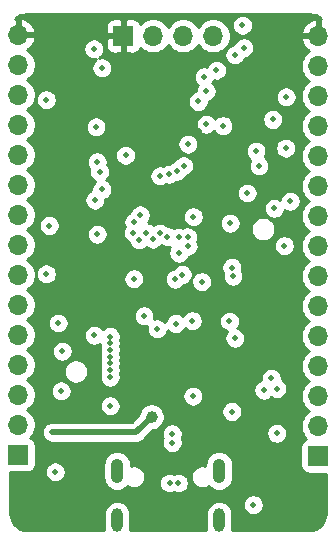
<source format=gbr>
%TF.GenerationSoftware,KiCad,Pcbnew,(5.1.12)-1*%
%TF.CreationDate,2022-08-03T23:35:14+02:00*%
%TF.ProjectId,stm32l-mcu-board,73746d33-326c-42d6-9d63-752d626f6172,rev?*%
%TF.SameCoordinates,Original*%
%TF.FileFunction,Copper,L2,Inr*%
%TF.FilePolarity,Positive*%
%FSLAX46Y46*%
G04 Gerber Fmt 4.6, Leading zero omitted, Abs format (unit mm)*
G04 Created by KiCad (PCBNEW (5.1.12)-1) date 2022-08-03 23:35:14*
%MOMM*%
%LPD*%
G01*
G04 APERTURE LIST*
%TA.AperFunction,ComponentPad*%
%ADD10O,1.050000X2.100000*%
%TD*%
%TA.AperFunction,ComponentPad*%
%ADD11O,1.000000X2.000000*%
%TD*%
%TA.AperFunction,ComponentPad*%
%ADD12O,1.700000X1.700000*%
%TD*%
%TA.AperFunction,ComponentPad*%
%ADD13R,1.700000X1.700000*%
%TD*%
%TA.AperFunction,ViaPad*%
%ADD14C,0.500000*%
%TD*%
%TA.AperFunction,ViaPad*%
%ADD15C,1.000000*%
%TD*%
%TA.AperFunction,Conductor*%
%ADD16C,0.500000*%
%TD*%
%TA.AperFunction,Conductor*%
%ADD17C,0.254000*%
%TD*%
%TA.AperFunction,Conductor*%
%ADD18C,0.100000*%
%TD*%
G04 APERTURE END LIST*
D10*
%TO.N,GND*%
%TO.C,J1*%
X104720000Y-94420000D03*
X96080000Y-94420000D03*
D11*
X104720000Y-98600000D03*
X96080000Y-98600000D03*
%TD*%
D12*
%TO.N,+3V3*%
%TO.C,J4*%
X113100000Y-57600000D03*
%TO.N,PC15*%
X113100000Y-60140000D03*
%TO.N,PC14*%
X113100000Y-62680000D03*
%TO.N,PC13*%
X113100000Y-65220000D03*
%TO.N,GND*%
X113100000Y-67760000D03*
%TO.N,PA15*%
X113100000Y-70300000D03*
%TO.N,PA12_USB_DP*%
X113100000Y-72840000D03*
%TO.N,PA11_USB_DM*%
X113100000Y-75380000D03*
%TO.N,GND*%
X113100000Y-77920000D03*
%TO.N,PA10*%
X113100000Y-80460000D03*
%TO.N,PA9*%
X113100000Y-83000000D03*
%TO.N,PA8*%
X113100000Y-85540000D03*
%TO.N,PA3*%
X113100000Y-88080000D03*
%TO.N,PA2*%
X113100000Y-90620000D03*
D13*
%TO.N,GND*%
X113100000Y-93160000D03*
%TD*%
D12*
%TO.N,+3V3*%
%TO.C,J3*%
X87700000Y-57500000D03*
%TO.N,PB15*%
X87700000Y-60040000D03*
%TO.N,PB14*%
X87700000Y-62580000D03*
%TO.N,PB13*%
X87700000Y-65120000D03*
%TO.N,PB12*%
X87700000Y-67660000D03*
%TO.N,PB11*%
X87700000Y-70200000D03*
%TO.N,PB10*%
X87700000Y-72740000D03*
%TO.N,PB5*%
X87700000Y-75280000D03*
%TO.N,PB4*%
X87700000Y-77820000D03*
%TO.N,PB3*%
X87700000Y-80360000D03*
%TO.N,PB2*%
X87700000Y-82900000D03*
%TO.N,PB1*%
X87700000Y-85440000D03*
%TO.N,PB0*%
X87700000Y-87980000D03*
%TO.N,GND*%
X87700000Y-90520000D03*
D13*
%TO.N,+5V*%
X87700000Y-93060000D03*
%TD*%
D12*
%TO.N,GND*%
%TO.C,J2*%
X104220000Y-57600000D03*
%TO.N,PA14_SWCLK*%
X101680000Y-57600000D03*
%TO.N,PA13_SWDIO*%
X99140000Y-57600000D03*
D13*
%TO.N,+3V3*%
X96600000Y-57600000D03*
%TD*%
D14*
%TO.N,GND*%
X95500000Y-85300000D03*
X94400000Y-68250000D03*
X94300000Y-65300000D03*
X90100000Y-77750000D03*
X94100000Y-58700000D03*
X98050000Y-72750000D03*
X105654265Y-73460663D03*
X91350000Y-87650000D03*
X97500000Y-78150000D03*
X105600000Y-81750000D03*
X107100000Y-70900000D03*
X95500000Y-85900000D03*
X95500000Y-84750000D03*
X95500000Y-84150000D03*
X95500000Y-86500000D03*
X95500000Y-88900000D03*
X109150000Y-86600000D03*
X108500000Y-87600000D03*
X102500000Y-88100000D03*
X95500000Y-83600000D03*
X95500000Y-83050000D03*
X94150000Y-82950000D03*
X103450000Y-61050000D03*
X106800000Y-58600000D03*
X106050000Y-83200000D03*
X110250000Y-75350000D03*
X90850000Y-94500000D03*
X91100000Y-81900000D03*
X102450000Y-81700000D03*
X96800000Y-67700000D03*
X94600000Y-69100000D03*
X105800000Y-89400000D03*
X94800000Y-60300000D03*
X90350000Y-73650000D03*
%TO.N,+3V3*%
X92450000Y-72500000D03*
X110200000Y-61200000D03*
X103000000Y-65650000D03*
X91450000Y-64150000D03*
X91450000Y-66450000D03*
X94900000Y-72950000D03*
X107350000Y-75550000D03*
X100050000Y-87250000D03*
X94200000Y-80000000D03*
X104400000Y-81850000D03*
X104850000Y-68550000D03*
X93100000Y-89150000D03*
X90399999Y-87750001D03*
X90399999Y-88600001D03*
X90550000Y-89350000D03*
X91200000Y-89950000D03*
X92150000Y-89950000D03*
X109600000Y-82100000D03*
X94100000Y-97100000D03*
X103025000Y-83675000D03*
X104875000Y-71425000D03*
X97500000Y-60100000D03*
X96600000Y-68900000D03*
%TO.N,PB1*%
X99493943Y-82400000D03*
X109600000Y-87450000D03*
%TO.N,PA4_SPI1_NSS*%
X102083058Y-66766942D03*
X97950000Y-74850000D03*
%TO.N,DI*%
X99700000Y-74300000D03*
%TO.N,DO*%
X99100000Y-74800000D03*
X103650000Y-65081270D03*
%TO.N,DI*%
X103629460Y-62285880D03*
%TO.N,CLK*%
X102950000Y-63150000D03*
X98564284Y-74250000D03*
%TO.N,VBUS*%
X107623074Y-97276926D03*
%TO.N,PB7_UART1_RX*%
X101300000Y-74650000D03*
%TO.N,PB6_UART1_TX*%
X102050000Y-74600000D03*
D15*
%TO.N,Net-(C14-Pad1)*%
X99000000Y-89850000D03*
D14*
X90600000Y-91150000D03*
%TO.N,D-*%
X100750000Y-91275000D03*
X100525000Y-95450000D03*
%TO.N,D+*%
X100750000Y-92025000D03*
X101275000Y-95450000D03*
%TO.N,PB0*%
X100350000Y-74600000D03*
X98365430Y-81287612D03*
X110350000Y-67100000D03*
X110400000Y-62750000D03*
%TO.N,PC13*%
X97500000Y-73350000D03*
X105038909Y-65188909D03*
%TO.N,PB15*%
X102100000Y-75400000D03*
%TO.N,PB14*%
X101300000Y-76000000D03*
X105806294Y-77206294D03*
X90100000Y-63000000D03*
%TO.N,PB13*%
X105900000Y-77950000D03*
%TO.N,PB12*%
X103250000Y-78400000D03*
%TO.N,PB11*%
X101600000Y-77800000D03*
%TO.N,PB10*%
X101000000Y-78200000D03*
%TO.N,PB5*%
X100510334Y-69315720D03*
%TO.N,PB4*%
X101161091Y-69057808D03*
%TO.N,PB3*%
X101711091Y-68588909D03*
%TO.N,PB2*%
X101050000Y-81950000D03*
%TO.N,PA8*%
X110750000Y-71600000D03*
X108100000Y-68600000D03*
%TO.N,MEM_RST*%
X107849999Y-67349999D03*
%TO.N,Net-(D2-Pad2)*%
X106050000Y-59200000D03*
%TO.N,PC15*%
X94400000Y-74400000D03*
X104500000Y-60500000D03*
%TO.N,PC14*%
X97464283Y-74264137D03*
X109250000Y-64670000D03*
%TO.N,PA15*%
X102550000Y-72900000D03*
%TO.N,Net-(C3-Pad1)*%
X91450000Y-84300000D03*
%TO.N,Net-(D1-Pad2)*%
X106700000Y-56700000D03*
%TO.N,Net-(R4-Pad1)*%
X99700000Y-69450000D03*
%TO.N,DLED*%
X109600000Y-91250000D03*
%TO.N,UBTN*%
X109400000Y-72200000D03*
%TO.N,INT1*%
X94200000Y-71500000D03*
%TO.N,INT2*%
X94800010Y-70600000D03*
%TD*%
D16*
%TO.N,Net-(C14-Pad1)*%
X97700000Y-91150000D02*
X90600000Y-91150000D01*
X99000000Y-89850000D02*
X97700000Y-91150000D01*
%TD*%
D17*
%TO.N,+3V3*%
X112659659Y-55788625D02*
X112909429Y-55864035D01*
X113139792Y-55986522D01*
X113341980Y-56151422D01*
X113380864Y-56198425D01*
X113227000Y-56279186D01*
X113227000Y-57473000D01*
X113247000Y-57473000D01*
X113247000Y-57727000D01*
X113227000Y-57727000D01*
X113227000Y-57747000D01*
X112973000Y-57747000D01*
X112973000Y-57727000D01*
X111779845Y-57727000D01*
X111658524Y-57956890D01*
X111703175Y-58104099D01*
X111828359Y-58366920D01*
X112002412Y-58600269D01*
X112218645Y-58795178D01*
X112335534Y-58864805D01*
X112153368Y-58986525D01*
X111946525Y-59193368D01*
X111784010Y-59436589D01*
X111672068Y-59706842D01*
X111615000Y-59993740D01*
X111615000Y-60286260D01*
X111672068Y-60573158D01*
X111784010Y-60843411D01*
X111946525Y-61086632D01*
X112153368Y-61293475D01*
X112327760Y-61410000D01*
X112153368Y-61526525D01*
X111946525Y-61733368D01*
X111784010Y-61976589D01*
X111672068Y-62246842D01*
X111615000Y-62533740D01*
X111615000Y-62826260D01*
X111672068Y-63113158D01*
X111784010Y-63383411D01*
X111946525Y-63626632D01*
X112153368Y-63833475D01*
X112327760Y-63950000D01*
X112153368Y-64066525D01*
X111946525Y-64273368D01*
X111784010Y-64516589D01*
X111672068Y-64786842D01*
X111615000Y-65073740D01*
X111615000Y-65366260D01*
X111672068Y-65653158D01*
X111784010Y-65923411D01*
X111946525Y-66166632D01*
X112153368Y-66373475D01*
X112327760Y-66490000D01*
X112153368Y-66606525D01*
X111946525Y-66813368D01*
X111784010Y-67056589D01*
X111672068Y-67326842D01*
X111615000Y-67613740D01*
X111615000Y-67906260D01*
X111672068Y-68193158D01*
X111784010Y-68463411D01*
X111946525Y-68706632D01*
X112153368Y-68913475D01*
X112327760Y-69030000D01*
X112153368Y-69146525D01*
X111946525Y-69353368D01*
X111784010Y-69596589D01*
X111672068Y-69866842D01*
X111615000Y-70153740D01*
X111615000Y-70446260D01*
X111672068Y-70733158D01*
X111784010Y-71003411D01*
X111946525Y-71246632D01*
X112153368Y-71453475D01*
X112327760Y-71570000D01*
X112153368Y-71686525D01*
X111946525Y-71893368D01*
X111784010Y-72136589D01*
X111672068Y-72406842D01*
X111615000Y-72693740D01*
X111615000Y-72986260D01*
X111672068Y-73273158D01*
X111784010Y-73543411D01*
X111946525Y-73786632D01*
X112153368Y-73993475D01*
X112327760Y-74110000D01*
X112153368Y-74226525D01*
X111946525Y-74433368D01*
X111784010Y-74676589D01*
X111672068Y-74946842D01*
X111615000Y-75233740D01*
X111615000Y-75526260D01*
X111672068Y-75813158D01*
X111784010Y-76083411D01*
X111946525Y-76326632D01*
X112153368Y-76533475D01*
X112327760Y-76650000D01*
X112153368Y-76766525D01*
X111946525Y-76973368D01*
X111784010Y-77216589D01*
X111672068Y-77486842D01*
X111615000Y-77773740D01*
X111615000Y-78066260D01*
X111672068Y-78353158D01*
X111784010Y-78623411D01*
X111946525Y-78866632D01*
X112153368Y-79073475D01*
X112327760Y-79190000D01*
X112153368Y-79306525D01*
X111946525Y-79513368D01*
X111784010Y-79756589D01*
X111672068Y-80026842D01*
X111615000Y-80313740D01*
X111615000Y-80606260D01*
X111672068Y-80893158D01*
X111784010Y-81163411D01*
X111946525Y-81406632D01*
X112153368Y-81613475D01*
X112327760Y-81730000D01*
X112153368Y-81846525D01*
X111946525Y-82053368D01*
X111784010Y-82296589D01*
X111672068Y-82566842D01*
X111615000Y-82853740D01*
X111615000Y-83146260D01*
X111672068Y-83433158D01*
X111784010Y-83703411D01*
X111946525Y-83946632D01*
X112153368Y-84153475D01*
X112327760Y-84270000D01*
X112153368Y-84386525D01*
X111946525Y-84593368D01*
X111784010Y-84836589D01*
X111672068Y-85106842D01*
X111615000Y-85393740D01*
X111615000Y-85686260D01*
X111672068Y-85973158D01*
X111784010Y-86243411D01*
X111946525Y-86486632D01*
X112153368Y-86693475D01*
X112327760Y-86810000D01*
X112153368Y-86926525D01*
X111946525Y-87133368D01*
X111784010Y-87376589D01*
X111672068Y-87646842D01*
X111615000Y-87933740D01*
X111615000Y-88226260D01*
X111672068Y-88513158D01*
X111784010Y-88783411D01*
X111946525Y-89026632D01*
X112153368Y-89233475D01*
X112327760Y-89350000D01*
X112153368Y-89466525D01*
X111946525Y-89673368D01*
X111784010Y-89916589D01*
X111672068Y-90186842D01*
X111615000Y-90473740D01*
X111615000Y-90766260D01*
X111672068Y-91053158D01*
X111784010Y-91323411D01*
X111946525Y-91566632D01*
X112078380Y-91698487D01*
X112005820Y-91720498D01*
X111895506Y-91779463D01*
X111798815Y-91858815D01*
X111719463Y-91955506D01*
X111660498Y-92065820D01*
X111624188Y-92185518D01*
X111611928Y-92310000D01*
X111611928Y-94010000D01*
X111624188Y-94134482D01*
X111660498Y-94254180D01*
X111719463Y-94364494D01*
X111798815Y-94461185D01*
X111895506Y-94540537D01*
X112005820Y-94599502D01*
X112125518Y-94635812D01*
X112250000Y-94648072D01*
X113740001Y-94648072D01*
X113740001Y-98067711D01*
X113711375Y-98359660D01*
X113635965Y-98609429D01*
X113513477Y-98839794D01*
X113348579Y-99041979D01*
X113147546Y-99208288D01*
X112918046Y-99332378D01*
X112668805Y-99409531D01*
X112378911Y-99440000D01*
X105802933Y-99440000D01*
X105838577Y-99322499D01*
X105855000Y-99155752D01*
X105855000Y-98044248D01*
X105838577Y-97877501D01*
X105773676Y-97663553D01*
X105668284Y-97466377D01*
X105526449Y-97293551D01*
X105399981Y-97189761D01*
X106738074Y-97189761D01*
X106738074Y-97364091D01*
X106772084Y-97535071D01*
X106838797Y-97696131D01*
X106935650Y-97841081D01*
X107058919Y-97964350D01*
X107203869Y-98061203D01*
X107364929Y-98127916D01*
X107535909Y-98161926D01*
X107710239Y-98161926D01*
X107881219Y-98127916D01*
X108042279Y-98061203D01*
X108187229Y-97964350D01*
X108310498Y-97841081D01*
X108407351Y-97696131D01*
X108474064Y-97535071D01*
X108508074Y-97364091D01*
X108508074Y-97189761D01*
X108474064Y-97018781D01*
X108407351Y-96857721D01*
X108310498Y-96712771D01*
X108187229Y-96589502D01*
X108042279Y-96492649D01*
X107881219Y-96425936D01*
X107710239Y-96391926D01*
X107535909Y-96391926D01*
X107364929Y-96425936D01*
X107203869Y-96492649D01*
X107058919Y-96589502D01*
X106935650Y-96712771D01*
X106838797Y-96857721D01*
X106772084Y-97018781D01*
X106738074Y-97189761D01*
X105399981Y-97189761D01*
X105353623Y-97151716D01*
X105156446Y-97046324D01*
X104942498Y-96981423D01*
X104720000Y-96959509D01*
X104497501Y-96981423D01*
X104283553Y-97046324D01*
X104086377Y-97151716D01*
X103913551Y-97293551D01*
X103771716Y-97466377D01*
X103666324Y-97663554D01*
X103601423Y-97877502D01*
X103585000Y-98044249D01*
X103585000Y-99155752D01*
X103601423Y-99322499D01*
X103637067Y-99440000D01*
X97162933Y-99440000D01*
X97198577Y-99322499D01*
X97215000Y-99155752D01*
X97215000Y-98044248D01*
X97198577Y-97877501D01*
X97133676Y-97663553D01*
X97028284Y-97466377D01*
X96886449Y-97293551D01*
X96713623Y-97151716D01*
X96516446Y-97046324D01*
X96302498Y-96981423D01*
X96080000Y-96959509D01*
X95857501Y-96981423D01*
X95643553Y-97046324D01*
X95446377Y-97151716D01*
X95273551Y-97293551D01*
X95131716Y-97466377D01*
X95026324Y-97663554D01*
X94961423Y-97877502D01*
X94945000Y-98044249D01*
X94945000Y-99155752D01*
X94961423Y-99322499D01*
X94997067Y-99440000D01*
X88432279Y-99440000D01*
X88140340Y-99411375D01*
X87890571Y-99335965D01*
X87660206Y-99213477D01*
X87458021Y-99048579D01*
X87291712Y-98847546D01*
X87167622Y-98618046D01*
X87090469Y-98368805D01*
X87060000Y-98078911D01*
X87060000Y-94548072D01*
X88550000Y-94548072D01*
X88674482Y-94535812D01*
X88794180Y-94499502D01*
X88904494Y-94440537D01*
X88938249Y-94412835D01*
X89965000Y-94412835D01*
X89965000Y-94587165D01*
X89999010Y-94758145D01*
X90065723Y-94919205D01*
X90162576Y-95064155D01*
X90285845Y-95187424D01*
X90430795Y-95284277D01*
X90591855Y-95350990D01*
X90762835Y-95385000D01*
X90937165Y-95385000D01*
X91108145Y-95350990D01*
X91269205Y-95284277D01*
X91414155Y-95187424D01*
X91537424Y-95064155D01*
X91634277Y-94919205D01*
X91700990Y-94758145D01*
X91735000Y-94587165D01*
X91735000Y-94412835D01*
X91700990Y-94241855D01*
X91634277Y-94080795D01*
X91537424Y-93935845D01*
X91439601Y-93838022D01*
X94920000Y-93838022D01*
X94920000Y-95001979D01*
X94936785Y-95172400D01*
X95003115Y-95391060D01*
X95110830Y-95592579D01*
X95255789Y-95769212D01*
X95432422Y-95914171D01*
X95633941Y-96021885D01*
X95852601Y-96088215D01*
X96080000Y-96110612D01*
X96307400Y-96088215D01*
X96526060Y-96021885D01*
X96727579Y-95914171D01*
X96904212Y-95769212D01*
X96956899Y-95705012D01*
X97055269Y-95770741D01*
X97229978Y-95843108D01*
X97415448Y-95880000D01*
X97604552Y-95880000D01*
X97790022Y-95843108D01*
X97964731Y-95770741D01*
X98121964Y-95665681D01*
X98255681Y-95531964D01*
X98360741Y-95374731D01*
X98365668Y-95362835D01*
X99640000Y-95362835D01*
X99640000Y-95537165D01*
X99674010Y-95708145D01*
X99740723Y-95869205D01*
X99837576Y-96014155D01*
X99960845Y-96137424D01*
X100105795Y-96234277D01*
X100266855Y-96300990D01*
X100437835Y-96335000D01*
X100612165Y-96335000D01*
X100783145Y-96300990D01*
X100900000Y-96252587D01*
X101016855Y-96300990D01*
X101187835Y-96335000D01*
X101362165Y-96335000D01*
X101533145Y-96300990D01*
X101694205Y-96234277D01*
X101839155Y-96137424D01*
X101962424Y-96014155D01*
X102059277Y-95869205D01*
X102125990Y-95708145D01*
X102160000Y-95537165D01*
X102160000Y-95362835D01*
X102125990Y-95191855D01*
X102059277Y-95030795D01*
X101962424Y-94885845D01*
X101902027Y-94825448D01*
X102330000Y-94825448D01*
X102330000Y-95014552D01*
X102366892Y-95200022D01*
X102439259Y-95374731D01*
X102544319Y-95531964D01*
X102678036Y-95665681D01*
X102835269Y-95770741D01*
X103009978Y-95843108D01*
X103195448Y-95880000D01*
X103384552Y-95880000D01*
X103570022Y-95843108D01*
X103744731Y-95770741D01*
X103843101Y-95705012D01*
X103895789Y-95769212D01*
X104072422Y-95914171D01*
X104273941Y-96021885D01*
X104492601Y-96088215D01*
X104720000Y-96110612D01*
X104947400Y-96088215D01*
X105166060Y-96021885D01*
X105367579Y-95914171D01*
X105544212Y-95769212D01*
X105689171Y-95592579D01*
X105796885Y-95391060D01*
X105863215Y-95172400D01*
X105880000Y-95001979D01*
X105880000Y-93838021D01*
X105863215Y-93667600D01*
X105796885Y-93448940D01*
X105689171Y-93247421D01*
X105544212Y-93070788D01*
X105367578Y-92925829D01*
X105166059Y-92818115D01*
X104947399Y-92751785D01*
X104720000Y-92729388D01*
X104492600Y-92751785D01*
X104273940Y-92818115D01*
X104072421Y-92925829D01*
X103895788Y-93070788D01*
X103750829Y-93247422D01*
X103643115Y-93448941D01*
X103576785Y-93667601D01*
X103560000Y-93838022D01*
X103560000Y-93994899D01*
X103384552Y-93960000D01*
X103195448Y-93960000D01*
X103009978Y-93996892D01*
X102835269Y-94069259D01*
X102678036Y-94174319D01*
X102544319Y-94308036D01*
X102439259Y-94465269D01*
X102366892Y-94639978D01*
X102330000Y-94825448D01*
X101902027Y-94825448D01*
X101839155Y-94762576D01*
X101694205Y-94665723D01*
X101533145Y-94599010D01*
X101362165Y-94565000D01*
X101187835Y-94565000D01*
X101016855Y-94599010D01*
X100900000Y-94647413D01*
X100783145Y-94599010D01*
X100612165Y-94565000D01*
X100437835Y-94565000D01*
X100266855Y-94599010D01*
X100105795Y-94665723D01*
X99960845Y-94762576D01*
X99837576Y-94885845D01*
X99740723Y-95030795D01*
X99674010Y-95191855D01*
X99640000Y-95362835D01*
X98365668Y-95362835D01*
X98433108Y-95200022D01*
X98470000Y-95014552D01*
X98470000Y-94825448D01*
X98433108Y-94639978D01*
X98360741Y-94465269D01*
X98255681Y-94308036D01*
X98121964Y-94174319D01*
X97964731Y-94069259D01*
X97790022Y-93996892D01*
X97604552Y-93960000D01*
X97415448Y-93960000D01*
X97240000Y-93994899D01*
X97240000Y-93838021D01*
X97223215Y-93667600D01*
X97156885Y-93448940D01*
X97049171Y-93247421D01*
X96904212Y-93070788D01*
X96727578Y-92925829D01*
X96526059Y-92818115D01*
X96307399Y-92751785D01*
X96080000Y-92729388D01*
X95852600Y-92751785D01*
X95633940Y-92818115D01*
X95432421Y-92925829D01*
X95255788Y-93070788D01*
X95110829Y-93247422D01*
X95003115Y-93448941D01*
X94936785Y-93667601D01*
X94920000Y-93838022D01*
X91439601Y-93838022D01*
X91414155Y-93812576D01*
X91269205Y-93715723D01*
X91108145Y-93649010D01*
X90937165Y-93615000D01*
X90762835Y-93615000D01*
X90591855Y-93649010D01*
X90430795Y-93715723D01*
X90285845Y-93812576D01*
X90162576Y-93935845D01*
X90065723Y-94080795D01*
X89999010Y-94241855D01*
X89965000Y-94412835D01*
X88938249Y-94412835D01*
X89001185Y-94361185D01*
X89080537Y-94264494D01*
X89139502Y-94154180D01*
X89175812Y-94034482D01*
X89188072Y-93910000D01*
X89188072Y-92210000D01*
X89175812Y-92085518D01*
X89139502Y-91965820D01*
X89080537Y-91855506D01*
X89001185Y-91758815D01*
X88904494Y-91679463D01*
X88794180Y-91620498D01*
X88721620Y-91598487D01*
X88853475Y-91466632D01*
X89015990Y-91223411D01*
X89046397Y-91150000D01*
X89710718Y-91150000D01*
X89715000Y-91193477D01*
X89715000Y-91237165D01*
X89723523Y-91280013D01*
X89727805Y-91323490D01*
X89740487Y-91365295D01*
X89749010Y-91408145D01*
X89765731Y-91448513D01*
X89778411Y-91490313D01*
X89799001Y-91528835D01*
X89815723Y-91569205D01*
X89839996Y-91605533D01*
X89860589Y-91644059D01*
X89888304Y-91677829D01*
X89912576Y-91714155D01*
X89943470Y-91745049D01*
X89971183Y-91778817D01*
X90004951Y-91806530D01*
X90035845Y-91837424D01*
X90072171Y-91861696D01*
X90105941Y-91889411D01*
X90144467Y-91910004D01*
X90180795Y-91934277D01*
X90221165Y-91950999D01*
X90259687Y-91971589D01*
X90301487Y-91984269D01*
X90341855Y-92000990D01*
X90384705Y-92009513D01*
X90426510Y-92022195D01*
X90469987Y-92026477D01*
X90512835Y-92035000D01*
X97656531Y-92035000D01*
X97700000Y-92039281D01*
X97743469Y-92035000D01*
X97743477Y-92035000D01*
X97873490Y-92022195D01*
X98040313Y-91971589D01*
X98194059Y-91889411D01*
X98328817Y-91778817D01*
X98356534Y-91745044D01*
X98913743Y-91187835D01*
X99865000Y-91187835D01*
X99865000Y-91362165D01*
X99899010Y-91533145D01*
X99947413Y-91650000D01*
X99899010Y-91766855D01*
X99865000Y-91937835D01*
X99865000Y-92112165D01*
X99899010Y-92283145D01*
X99965723Y-92444205D01*
X100062576Y-92589155D01*
X100185845Y-92712424D01*
X100330795Y-92809277D01*
X100491855Y-92875990D01*
X100662835Y-92910000D01*
X100837165Y-92910000D01*
X101008145Y-92875990D01*
X101169205Y-92809277D01*
X101314155Y-92712424D01*
X101437424Y-92589155D01*
X101534277Y-92444205D01*
X101600990Y-92283145D01*
X101635000Y-92112165D01*
X101635000Y-91937835D01*
X101600990Y-91766855D01*
X101552587Y-91650000D01*
X101600990Y-91533145D01*
X101635000Y-91362165D01*
X101635000Y-91187835D01*
X101630028Y-91162835D01*
X108715000Y-91162835D01*
X108715000Y-91337165D01*
X108749010Y-91508145D01*
X108815723Y-91669205D01*
X108912576Y-91814155D01*
X109035845Y-91937424D01*
X109180795Y-92034277D01*
X109341855Y-92100990D01*
X109512835Y-92135000D01*
X109687165Y-92135000D01*
X109858145Y-92100990D01*
X110019205Y-92034277D01*
X110164155Y-91937424D01*
X110287424Y-91814155D01*
X110384277Y-91669205D01*
X110450990Y-91508145D01*
X110485000Y-91337165D01*
X110485000Y-91162835D01*
X110450990Y-90991855D01*
X110384277Y-90830795D01*
X110287424Y-90685845D01*
X110164155Y-90562576D01*
X110019205Y-90465723D01*
X109858145Y-90399010D01*
X109687165Y-90365000D01*
X109512835Y-90365000D01*
X109341855Y-90399010D01*
X109180795Y-90465723D01*
X109035845Y-90562576D01*
X108912576Y-90685845D01*
X108815723Y-90830795D01*
X108749010Y-90991855D01*
X108715000Y-91162835D01*
X101630028Y-91162835D01*
X101600990Y-91016855D01*
X101534277Y-90855795D01*
X101437424Y-90710845D01*
X101314155Y-90587576D01*
X101169205Y-90490723D01*
X101008145Y-90424010D01*
X100837165Y-90390000D01*
X100662835Y-90390000D01*
X100491855Y-90424010D01*
X100330795Y-90490723D01*
X100185845Y-90587576D01*
X100062576Y-90710845D01*
X99965723Y-90855795D01*
X99899010Y-91016855D01*
X99865000Y-91187835D01*
X98913743Y-91187835D01*
X99117768Y-90983810D01*
X99331067Y-90941383D01*
X99537624Y-90855824D01*
X99723520Y-90731612D01*
X99881612Y-90573520D01*
X100005824Y-90387624D01*
X100091383Y-90181067D01*
X100135000Y-89961788D01*
X100135000Y-89738212D01*
X100091383Y-89518933D01*
X100006015Y-89312835D01*
X104915000Y-89312835D01*
X104915000Y-89487165D01*
X104949010Y-89658145D01*
X105015723Y-89819205D01*
X105112576Y-89964155D01*
X105235845Y-90087424D01*
X105380795Y-90184277D01*
X105541855Y-90250990D01*
X105712835Y-90285000D01*
X105887165Y-90285000D01*
X106058145Y-90250990D01*
X106219205Y-90184277D01*
X106364155Y-90087424D01*
X106487424Y-89964155D01*
X106584277Y-89819205D01*
X106650990Y-89658145D01*
X106685000Y-89487165D01*
X106685000Y-89312835D01*
X106650990Y-89141855D01*
X106584277Y-88980795D01*
X106487424Y-88835845D01*
X106364155Y-88712576D01*
X106219205Y-88615723D01*
X106058145Y-88549010D01*
X105887165Y-88515000D01*
X105712835Y-88515000D01*
X105541855Y-88549010D01*
X105380795Y-88615723D01*
X105235845Y-88712576D01*
X105112576Y-88835845D01*
X105015723Y-88980795D01*
X104949010Y-89141855D01*
X104915000Y-89312835D01*
X100006015Y-89312835D01*
X100005824Y-89312376D01*
X99881612Y-89126480D01*
X99723520Y-88968388D01*
X99537624Y-88844176D01*
X99331067Y-88758617D01*
X99111788Y-88715000D01*
X98888212Y-88715000D01*
X98668933Y-88758617D01*
X98462376Y-88844176D01*
X98276480Y-88968388D01*
X98118388Y-89126480D01*
X97994176Y-89312376D01*
X97908617Y-89518933D01*
X97866190Y-89732232D01*
X97333422Y-90265000D01*
X90512835Y-90265000D01*
X90469987Y-90273523D01*
X90426510Y-90277805D01*
X90384705Y-90290487D01*
X90341855Y-90299010D01*
X90301487Y-90315731D01*
X90259687Y-90328411D01*
X90221165Y-90349001D01*
X90180795Y-90365723D01*
X90144467Y-90389996D01*
X90105941Y-90410589D01*
X90072171Y-90438304D01*
X90035845Y-90462576D01*
X90004951Y-90493470D01*
X89971183Y-90521183D01*
X89943470Y-90554951D01*
X89912576Y-90585845D01*
X89888304Y-90622171D01*
X89860589Y-90655941D01*
X89839996Y-90694467D01*
X89815723Y-90730795D01*
X89799001Y-90771165D01*
X89778411Y-90809687D01*
X89765731Y-90851487D01*
X89749010Y-90891855D01*
X89740487Y-90934705D01*
X89727805Y-90976510D01*
X89723523Y-91019987D01*
X89715000Y-91062835D01*
X89715000Y-91106523D01*
X89710718Y-91150000D01*
X89046397Y-91150000D01*
X89127932Y-90953158D01*
X89185000Y-90666260D01*
X89185000Y-90373740D01*
X89127932Y-90086842D01*
X89015990Y-89816589D01*
X88853475Y-89573368D01*
X88646632Y-89366525D01*
X88472240Y-89250000D01*
X88646632Y-89133475D01*
X88853475Y-88926632D01*
X88929511Y-88812835D01*
X94615000Y-88812835D01*
X94615000Y-88987165D01*
X94649010Y-89158145D01*
X94715723Y-89319205D01*
X94812576Y-89464155D01*
X94935845Y-89587424D01*
X95080795Y-89684277D01*
X95241855Y-89750990D01*
X95412835Y-89785000D01*
X95587165Y-89785000D01*
X95758145Y-89750990D01*
X95919205Y-89684277D01*
X96064155Y-89587424D01*
X96187424Y-89464155D01*
X96284277Y-89319205D01*
X96350990Y-89158145D01*
X96385000Y-88987165D01*
X96385000Y-88812835D01*
X96350990Y-88641855D01*
X96284277Y-88480795D01*
X96187424Y-88335845D01*
X96064155Y-88212576D01*
X95919205Y-88115723D01*
X95758145Y-88049010D01*
X95587165Y-88015000D01*
X95412835Y-88015000D01*
X95241855Y-88049010D01*
X95080795Y-88115723D01*
X94935845Y-88212576D01*
X94812576Y-88335845D01*
X94715723Y-88480795D01*
X94649010Y-88641855D01*
X94615000Y-88812835D01*
X88929511Y-88812835D01*
X89015990Y-88683411D01*
X89127932Y-88413158D01*
X89185000Y-88126260D01*
X89185000Y-87833740D01*
X89131114Y-87562835D01*
X90465000Y-87562835D01*
X90465000Y-87737165D01*
X90499010Y-87908145D01*
X90565723Y-88069205D01*
X90662576Y-88214155D01*
X90785845Y-88337424D01*
X90930795Y-88434277D01*
X91091855Y-88500990D01*
X91262835Y-88535000D01*
X91437165Y-88535000D01*
X91608145Y-88500990D01*
X91769205Y-88434277D01*
X91914155Y-88337424D01*
X92037424Y-88214155D01*
X92134277Y-88069205D01*
X92157626Y-88012835D01*
X101615000Y-88012835D01*
X101615000Y-88187165D01*
X101649010Y-88358145D01*
X101715723Y-88519205D01*
X101812576Y-88664155D01*
X101935845Y-88787424D01*
X102080795Y-88884277D01*
X102241855Y-88950990D01*
X102412835Y-88985000D01*
X102587165Y-88985000D01*
X102758145Y-88950990D01*
X102919205Y-88884277D01*
X103064155Y-88787424D01*
X103187424Y-88664155D01*
X103284277Y-88519205D01*
X103350990Y-88358145D01*
X103385000Y-88187165D01*
X103385000Y-88012835D01*
X103350990Y-87841855D01*
X103284277Y-87680795D01*
X103187424Y-87535845D01*
X103164414Y-87512835D01*
X107615000Y-87512835D01*
X107615000Y-87687165D01*
X107649010Y-87858145D01*
X107715723Y-88019205D01*
X107812576Y-88164155D01*
X107935845Y-88287424D01*
X108080795Y-88384277D01*
X108241855Y-88450990D01*
X108412835Y-88485000D01*
X108587165Y-88485000D01*
X108758145Y-88450990D01*
X108919205Y-88384277D01*
X109064155Y-88287424D01*
X109142734Y-88208845D01*
X109180795Y-88234277D01*
X109341855Y-88300990D01*
X109512835Y-88335000D01*
X109687165Y-88335000D01*
X109858145Y-88300990D01*
X110019205Y-88234277D01*
X110164155Y-88137424D01*
X110287424Y-88014155D01*
X110384277Y-87869205D01*
X110450990Y-87708145D01*
X110485000Y-87537165D01*
X110485000Y-87362835D01*
X110450990Y-87191855D01*
X110384277Y-87030795D01*
X110287424Y-86885845D01*
X110164155Y-86762576D01*
X110035000Y-86676277D01*
X110035000Y-86512835D01*
X110000990Y-86341855D01*
X109934277Y-86180795D01*
X109837424Y-86035845D01*
X109714155Y-85912576D01*
X109569205Y-85815723D01*
X109408145Y-85749010D01*
X109237165Y-85715000D01*
X109062835Y-85715000D01*
X108891855Y-85749010D01*
X108730795Y-85815723D01*
X108585845Y-85912576D01*
X108462576Y-86035845D01*
X108365723Y-86180795D01*
X108299010Y-86341855D01*
X108265000Y-86512835D01*
X108265000Y-86687165D01*
X108275953Y-86742228D01*
X108241855Y-86749010D01*
X108080795Y-86815723D01*
X107935845Y-86912576D01*
X107812576Y-87035845D01*
X107715723Y-87180795D01*
X107649010Y-87341855D01*
X107615000Y-87512835D01*
X103164414Y-87512835D01*
X103064155Y-87412576D01*
X102919205Y-87315723D01*
X102758145Y-87249010D01*
X102587165Y-87215000D01*
X102412835Y-87215000D01*
X102241855Y-87249010D01*
X102080795Y-87315723D01*
X101935845Y-87412576D01*
X101812576Y-87535845D01*
X101715723Y-87680795D01*
X101649010Y-87841855D01*
X101615000Y-88012835D01*
X92157626Y-88012835D01*
X92200990Y-87908145D01*
X92235000Y-87737165D01*
X92235000Y-87562835D01*
X92200990Y-87391855D01*
X92134277Y-87230795D01*
X92037424Y-87085845D01*
X91914155Y-86962576D01*
X91769205Y-86865723D01*
X91608145Y-86799010D01*
X91437165Y-86765000D01*
X91262835Y-86765000D01*
X91091855Y-86799010D01*
X90930795Y-86865723D01*
X90785845Y-86962576D01*
X90662576Y-87085845D01*
X90565723Y-87230795D01*
X90499010Y-87391855D01*
X90465000Y-87562835D01*
X89131114Y-87562835D01*
X89127932Y-87546842D01*
X89015990Y-87276589D01*
X88853475Y-87033368D01*
X88646632Y-86826525D01*
X88472240Y-86710000D01*
X88646632Y-86593475D01*
X88853475Y-86386632D01*
X89015990Y-86143411D01*
X89117616Y-85898061D01*
X91565000Y-85898061D01*
X91565000Y-86101939D01*
X91604774Y-86301898D01*
X91682795Y-86490256D01*
X91796063Y-86659774D01*
X91940226Y-86803937D01*
X92109744Y-86917205D01*
X92298102Y-86995226D01*
X92498061Y-87035000D01*
X92701939Y-87035000D01*
X92901898Y-86995226D01*
X93090256Y-86917205D01*
X93259774Y-86803937D01*
X93403937Y-86659774D01*
X93517205Y-86490256D01*
X93595226Y-86301898D01*
X93635000Y-86101939D01*
X93635000Y-85898061D01*
X93595226Y-85698102D01*
X93517205Y-85509744D01*
X93403937Y-85340226D01*
X93259774Y-85196063D01*
X93090256Y-85082795D01*
X92901898Y-85004774D01*
X92701939Y-84965000D01*
X92498061Y-84965000D01*
X92298102Y-85004774D01*
X92109744Y-85082795D01*
X91940226Y-85196063D01*
X91796063Y-85340226D01*
X91682795Y-85509744D01*
X91604774Y-85698102D01*
X91565000Y-85898061D01*
X89117616Y-85898061D01*
X89127932Y-85873158D01*
X89185000Y-85586260D01*
X89185000Y-85293740D01*
X89127932Y-85006842D01*
X89015990Y-84736589D01*
X88853475Y-84493368D01*
X88646632Y-84286525D01*
X88536348Y-84212835D01*
X90565000Y-84212835D01*
X90565000Y-84387165D01*
X90599010Y-84558145D01*
X90665723Y-84719205D01*
X90762576Y-84864155D01*
X90885845Y-84987424D01*
X91030795Y-85084277D01*
X91191855Y-85150990D01*
X91362835Y-85185000D01*
X91537165Y-85185000D01*
X91708145Y-85150990D01*
X91869205Y-85084277D01*
X92014155Y-84987424D01*
X92137424Y-84864155D01*
X92234277Y-84719205D01*
X92300990Y-84558145D01*
X92335000Y-84387165D01*
X92335000Y-84212835D01*
X92300990Y-84041855D01*
X92234277Y-83880795D01*
X92137424Y-83735845D01*
X92014155Y-83612576D01*
X91869205Y-83515723D01*
X91708145Y-83449010D01*
X91537165Y-83415000D01*
X91362835Y-83415000D01*
X91191855Y-83449010D01*
X91030795Y-83515723D01*
X90885845Y-83612576D01*
X90762576Y-83735845D01*
X90665723Y-83880795D01*
X90599010Y-84041855D01*
X90565000Y-84212835D01*
X88536348Y-84212835D01*
X88472240Y-84170000D01*
X88646632Y-84053475D01*
X88853475Y-83846632D01*
X89015990Y-83603411D01*
X89127932Y-83333158D01*
X89185000Y-83046260D01*
X89185000Y-82862835D01*
X93265000Y-82862835D01*
X93265000Y-83037165D01*
X93299010Y-83208145D01*
X93365723Y-83369205D01*
X93462576Y-83514155D01*
X93585845Y-83637424D01*
X93730795Y-83734277D01*
X93891855Y-83800990D01*
X94062835Y-83835000D01*
X94237165Y-83835000D01*
X94408145Y-83800990D01*
X94569205Y-83734277D01*
X94617899Y-83701740D01*
X94649010Y-83858145D01*
X94655992Y-83875000D01*
X94649010Y-83891855D01*
X94615000Y-84062835D01*
X94615000Y-84237165D01*
X94649010Y-84408145D01*
X94666347Y-84450000D01*
X94649010Y-84491855D01*
X94615000Y-84662835D01*
X94615000Y-84837165D01*
X94649010Y-85008145D01*
X94655992Y-85025000D01*
X94649010Y-85041855D01*
X94615000Y-85212835D01*
X94615000Y-85387165D01*
X94649010Y-85558145D01*
X94666347Y-85600000D01*
X94649010Y-85641855D01*
X94615000Y-85812835D01*
X94615000Y-85987165D01*
X94649010Y-86158145D01*
X94666347Y-86200000D01*
X94649010Y-86241855D01*
X94615000Y-86412835D01*
X94615000Y-86587165D01*
X94649010Y-86758145D01*
X94715723Y-86919205D01*
X94812576Y-87064155D01*
X94935845Y-87187424D01*
X95080795Y-87284277D01*
X95241855Y-87350990D01*
X95412835Y-87385000D01*
X95587165Y-87385000D01*
X95758145Y-87350990D01*
X95919205Y-87284277D01*
X96064155Y-87187424D01*
X96187424Y-87064155D01*
X96284277Y-86919205D01*
X96350990Y-86758145D01*
X96385000Y-86587165D01*
X96385000Y-86412835D01*
X96350990Y-86241855D01*
X96333653Y-86200000D01*
X96350990Y-86158145D01*
X96385000Y-85987165D01*
X96385000Y-85812835D01*
X96350990Y-85641855D01*
X96333653Y-85600000D01*
X96350990Y-85558145D01*
X96385000Y-85387165D01*
X96385000Y-85212835D01*
X96350990Y-85041855D01*
X96344008Y-85025000D01*
X96350990Y-85008145D01*
X96385000Y-84837165D01*
X96385000Y-84662835D01*
X96350990Y-84491855D01*
X96333653Y-84450000D01*
X96350990Y-84408145D01*
X96385000Y-84237165D01*
X96385000Y-84062835D01*
X96350990Y-83891855D01*
X96344008Y-83875000D01*
X96350990Y-83858145D01*
X96385000Y-83687165D01*
X96385000Y-83512835D01*
X96350990Y-83341855D01*
X96344008Y-83325000D01*
X96350990Y-83308145D01*
X96385000Y-83137165D01*
X96385000Y-82962835D01*
X96350990Y-82791855D01*
X96284277Y-82630795D01*
X96187424Y-82485845D01*
X96064155Y-82362576D01*
X95919205Y-82265723D01*
X95758145Y-82199010D01*
X95587165Y-82165000D01*
X95412835Y-82165000D01*
X95241855Y-82199010D01*
X95080795Y-82265723D01*
X94935845Y-82362576D01*
X94867526Y-82430895D01*
X94837424Y-82385845D01*
X94714155Y-82262576D01*
X94569205Y-82165723D01*
X94408145Y-82099010D01*
X94237165Y-82065000D01*
X94062835Y-82065000D01*
X93891855Y-82099010D01*
X93730795Y-82165723D01*
X93585845Y-82262576D01*
X93462576Y-82385845D01*
X93365723Y-82530795D01*
X93299010Y-82691855D01*
X93265000Y-82862835D01*
X89185000Y-82862835D01*
X89185000Y-82753740D01*
X89127932Y-82466842D01*
X89015990Y-82196589D01*
X88853475Y-81953368D01*
X88712942Y-81812835D01*
X90215000Y-81812835D01*
X90215000Y-81987165D01*
X90249010Y-82158145D01*
X90315723Y-82319205D01*
X90412576Y-82464155D01*
X90535845Y-82587424D01*
X90680795Y-82684277D01*
X90841855Y-82750990D01*
X91012835Y-82785000D01*
X91187165Y-82785000D01*
X91358145Y-82750990D01*
X91519205Y-82684277D01*
X91664155Y-82587424D01*
X91787424Y-82464155D01*
X91884277Y-82319205D01*
X91950990Y-82158145D01*
X91985000Y-81987165D01*
X91985000Y-81812835D01*
X91950990Y-81641855D01*
X91884277Y-81480795D01*
X91787424Y-81335845D01*
X91664155Y-81212576D01*
X91646003Y-81200447D01*
X97480430Y-81200447D01*
X97480430Y-81374777D01*
X97514440Y-81545757D01*
X97581153Y-81706817D01*
X97678006Y-81851767D01*
X97801275Y-81975036D01*
X97946225Y-82071889D01*
X98107285Y-82138602D01*
X98278265Y-82172612D01*
X98452595Y-82172612D01*
X98623575Y-82138602D01*
X98648593Y-82128239D01*
X98642953Y-82141855D01*
X98608943Y-82312835D01*
X98608943Y-82487165D01*
X98642953Y-82658145D01*
X98709666Y-82819205D01*
X98806519Y-82964155D01*
X98929788Y-83087424D01*
X99074738Y-83184277D01*
X99235798Y-83250990D01*
X99406778Y-83285000D01*
X99581108Y-83285000D01*
X99752088Y-83250990D01*
X99913148Y-83184277D01*
X100058098Y-83087424D01*
X100181367Y-82964155D01*
X100278220Y-82819205D01*
X100344933Y-82658145D01*
X100371750Y-82523329D01*
X100485845Y-82637424D01*
X100630795Y-82734277D01*
X100791855Y-82800990D01*
X100962835Y-82835000D01*
X101137165Y-82835000D01*
X101308145Y-82800990D01*
X101469205Y-82734277D01*
X101614155Y-82637424D01*
X101737424Y-82514155D01*
X101834277Y-82369205D01*
X101844045Y-82345624D01*
X101885845Y-82387424D01*
X102030795Y-82484277D01*
X102191855Y-82550990D01*
X102362835Y-82585000D01*
X102537165Y-82585000D01*
X102708145Y-82550990D01*
X102869205Y-82484277D01*
X103014155Y-82387424D01*
X103137424Y-82264155D01*
X103234277Y-82119205D01*
X103300990Y-81958145D01*
X103335000Y-81787165D01*
X103335000Y-81662835D01*
X104715000Y-81662835D01*
X104715000Y-81837165D01*
X104749010Y-82008145D01*
X104815723Y-82169205D01*
X104912576Y-82314155D01*
X105035845Y-82437424D01*
X105180795Y-82534277D01*
X105341855Y-82600990D01*
X105388210Y-82610211D01*
X105362576Y-82635845D01*
X105265723Y-82780795D01*
X105199010Y-82941855D01*
X105165000Y-83112835D01*
X105165000Y-83287165D01*
X105199010Y-83458145D01*
X105265723Y-83619205D01*
X105362576Y-83764155D01*
X105485845Y-83887424D01*
X105630795Y-83984277D01*
X105791855Y-84050990D01*
X105962835Y-84085000D01*
X106137165Y-84085000D01*
X106308145Y-84050990D01*
X106469205Y-83984277D01*
X106614155Y-83887424D01*
X106737424Y-83764155D01*
X106834277Y-83619205D01*
X106900990Y-83458145D01*
X106935000Y-83287165D01*
X106935000Y-83112835D01*
X106900990Y-82941855D01*
X106834277Y-82780795D01*
X106737424Y-82635845D01*
X106614155Y-82512576D01*
X106469205Y-82415723D01*
X106308145Y-82349010D01*
X106261790Y-82339789D01*
X106287424Y-82314155D01*
X106384277Y-82169205D01*
X106450990Y-82008145D01*
X106485000Y-81837165D01*
X106485000Y-81662835D01*
X106450990Y-81491855D01*
X106384277Y-81330795D01*
X106287424Y-81185845D01*
X106164155Y-81062576D01*
X106019205Y-80965723D01*
X105858145Y-80899010D01*
X105687165Y-80865000D01*
X105512835Y-80865000D01*
X105341855Y-80899010D01*
X105180795Y-80965723D01*
X105035845Y-81062576D01*
X104912576Y-81185845D01*
X104815723Y-81330795D01*
X104749010Y-81491855D01*
X104715000Y-81662835D01*
X103335000Y-81662835D01*
X103335000Y-81612835D01*
X103300990Y-81441855D01*
X103234277Y-81280795D01*
X103137424Y-81135845D01*
X103014155Y-81012576D01*
X102869205Y-80915723D01*
X102708145Y-80849010D01*
X102537165Y-80815000D01*
X102362835Y-80815000D01*
X102191855Y-80849010D01*
X102030795Y-80915723D01*
X101885845Y-81012576D01*
X101762576Y-81135845D01*
X101665723Y-81280795D01*
X101655955Y-81304376D01*
X101614155Y-81262576D01*
X101469205Y-81165723D01*
X101308145Y-81099010D01*
X101137165Y-81065000D01*
X100962835Y-81065000D01*
X100791855Y-81099010D01*
X100630795Y-81165723D01*
X100485845Y-81262576D01*
X100362576Y-81385845D01*
X100265723Y-81530795D01*
X100199010Y-81691855D01*
X100172193Y-81826671D01*
X100058098Y-81712576D01*
X99913148Y-81615723D01*
X99752088Y-81549010D01*
X99581108Y-81515000D01*
X99406778Y-81515000D01*
X99235798Y-81549010D01*
X99210780Y-81559373D01*
X99216420Y-81545757D01*
X99250430Y-81374777D01*
X99250430Y-81200447D01*
X99216420Y-81029467D01*
X99149707Y-80868407D01*
X99052854Y-80723457D01*
X98929585Y-80600188D01*
X98784635Y-80503335D01*
X98623575Y-80436622D01*
X98452595Y-80402612D01*
X98278265Y-80402612D01*
X98107285Y-80436622D01*
X97946225Y-80503335D01*
X97801275Y-80600188D01*
X97678006Y-80723457D01*
X97581153Y-80868407D01*
X97514440Y-81029467D01*
X97480430Y-81200447D01*
X91646003Y-81200447D01*
X91519205Y-81115723D01*
X91358145Y-81049010D01*
X91187165Y-81015000D01*
X91012835Y-81015000D01*
X90841855Y-81049010D01*
X90680795Y-81115723D01*
X90535845Y-81212576D01*
X90412576Y-81335845D01*
X90315723Y-81480795D01*
X90249010Y-81641855D01*
X90215000Y-81812835D01*
X88712942Y-81812835D01*
X88646632Y-81746525D01*
X88472240Y-81630000D01*
X88646632Y-81513475D01*
X88853475Y-81306632D01*
X89015990Y-81063411D01*
X89127932Y-80793158D01*
X89185000Y-80506260D01*
X89185000Y-80213740D01*
X89127932Y-79926842D01*
X89015990Y-79656589D01*
X88853475Y-79413368D01*
X88646632Y-79206525D01*
X88472240Y-79090000D01*
X88646632Y-78973475D01*
X88853475Y-78766632D01*
X89015990Y-78523411D01*
X89127932Y-78253158D01*
X89185000Y-77966260D01*
X89185000Y-77673740D01*
X89182831Y-77662835D01*
X89215000Y-77662835D01*
X89215000Y-77837165D01*
X89249010Y-78008145D01*
X89315723Y-78169205D01*
X89412576Y-78314155D01*
X89535845Y-78437424D01*
X89680795Y-78534277D01*
X89841855Y-78600990D01*
X90012835Y-78635000D01*
X90187165Y-78635000D01*
X90358145Y-78600990D01*
X90519205Y-78534277D01*
X90664155Y-78437424D01*
X90787424Y-78314155D01*
X90884277Y-78169205D01*
X90928336Y-78062835D01*
X96615000Y-78062835D01*
X96615000Y-78237165D01*
X96649010Y-78408145D01*
X96715723Y-78569205D01*
X96812576Y-78714155D01*
X96935845Y-78837424D01*
X97080795Y-78934277D01*
X97241855Y-79000990D01*
X97412835Y-79035000D01*
X97587165Y-79035000D01*
X97758145Y-79000990D01*
X97919205Y-78934277D01*
X98064155Y-78837424D01*
X98187424Y-78714155D01*
X98284277Y-78569205D01*
X98350990Y-78408145D01*
X98385000Y-78237165D01*
X98385000Y-78112835D01*
X100115000Y-78112835D01*
X100115000Y-78287165D01*
X100149010Y-78458145D01*
X100215723Y-78619205D01*
X100312576Y-78764155D01*
X100435845Y-78887424D01*
X100580795Y-78984277D01*
X100741855Y-79050990D01*
X100912835Y-79085000D01*
X101087165Y-79085000D01*
X101258145Y-79050990D01*
X101419205Y-78984277D01*
X101564155Y-78887424D01*
X101687424Y-78764155D01*
X101748461Y-78672808D01*
X101858145Y-78650990D01*
X102019205Y-78584277D01*
X102164155Y-78487424D01*
X102287424Y-78364155D01*
X102383347Y-78220596D01*
X102365000Y-78312835D01*
X102365000Y-78487165D01*
X102399010Y-78658145D01*
X102465723Y-78819205D01*
X102562576Y-78964155D01*
X102685845Y-79087424D01*
X102830795Y-79184277D01*
X102991855Y-79250990D01*
X103162835Y-79285000D01*
X103337165Y-79285000D01*
X103508145Y-79250990D01*
X103669205Y-79184277D01*
X103814155Y-79087424D01*
X103937424Y-78964155D01*
X104034277Y-78819205D01*
X104100990Y-78658145D01*
X104135000Y-78487165D01*
X104135000Y-78312835D01*
X104100990Y-78141855D01*
X104034277Y-77980795D01*
X103937424Y-77835845D01*
X103814155Y-77712576D01*
X103669205Y-77615723D01*
X103508145Y-77549010D01*
X103337165Y-77515000D01*
X103162835Y-77515000D01*
X102991855Y-77549010D01*
X102830795Y-77615723D01*
X102685845Y-77712576D01*
X102562576Y-77835845D01*
X102466653Y-77979404D01*
X102485000Y-77887165D01*
X102485000Y-77712835D01*
X102450990Y-77541855D01*
X102384277Y-77380795D01*
X102287424Y-77235845D01*
X102170708Y-77119129D01*
X104921294Y-77119129D01*
X104921294Y-77293459D01*
X104955304Y-77464439D01*
X105022017Y-77625499D01*
X105055648Y-77675830D01*
X105049010Y-77691855D01*
X105015000Y-77862835D01*
X105015000Y-78037165D01*
X105049010Y-78208145D01*
X105115723Y-78369205D01*
X105212576Y-78514155D01*
X105335845Y-78637424D01*
X105480795Y-78734277D01*
X105641855Y-78800990D01*
X105812835Y-78835000D01*
X105987165Y-78835000D01*
X106158145Y-78800990D01*
X106319205Y-78734277D01*
X106464155Y-78637424D01*
X106587424Y-78514155D01*
X106684277Y-78369205D01*
X106750990Y-78208145D01*
X106785000Y-78037165D01*
X106785000Y-77862835D01*
X106750990Y-77691855D01*
X106684277Y-77530795D01*
X106650646Y-77480464D01*
X106657284Y-77464439D01*
X106691294Y-77293459D01*
X106691294Y-77119129D01*
X106657284Y-76948149D01*
X106590571Y-76787089D01*
X106493718Y-76642139D01*
X106370449Y-76518870D01*
X106225499Y-76422017D01*
X106064439Y-76355304D01*
X105893459Y-76321294D01*
X105719129Y-76321294D01*
X105548149Y-76355304D01*
X105387089Y-76422017D01*
X105242139Y-76518870D01*
X105118870Y-76642139D01*
X105022017Y-76787089D01*
X104955304Y-76948149D01*
X104921294Y-77119129D01*
X102170708Y-77119129D01*
X102164155Y-77112576D01*
X102019205Y-77015723D01*
X101858145Y-76949010D01*
X101687165Y-76915000D01*
X101512835Y-76915000D01*
X101341855Y-76949010D01*
X101180795Y-77015723D01*
X101035845Y-77112576D01*
X100912576Y-77235845D01*
X100851539Y-77327192D01*
X100741855Y-77349010D01*
X100580795Y-77415723D01*
X100435845Y-77512576D01*
X100312576Y-77635845D01*
X100215723Y-77780795D01*
X100149010Y-77941855D01*
X100115000Y-78112835D01*
X98385000Y-78112835D01*
X98385000Y-78062835D01*
X98350990Y-77891855D01*
X98284277Y-77730795D01*
X98187424Y-77585845D01*
X98064155Y-77462576D01*
X97919205Y-77365723D01*
X97758145Y-77299010D01*
X97587165Y-77265000D01*
X97412835Y-77265000D01*
X97241855Y-77299010D01*
X97080795Y-77365723D01*
X96935845Y-77462576D01*
X96812576Y-77585845D01*
X96715723Y-77730795D01*
X96649010Y-77891855D01*
X96615000Y-78062835D01*
X90928336Y-78062835D01*
X90950990Y-78008145D01*
X90985000Y-77837165D01*
X90985000Y-77662835D01*
X90950990Y-77491855D01*
X90884277Y-77330795D01*
X90787424Y-77185845D01*
X90664155Y-77062576D01*
X90519205Y-76965723D01*
X90358145Y-76899010D01*
X90187165Y-76865000D01*
X90012835Y-76865000D01*
X89841855Y-76899010D01*
X89680795Y-76965723D01*
X89535845Y-77062576D01*
X89412576Y-77185845D01*
X89315723Y-77330795D01*
X89249010Y-77491855D01*
X89215000Y-77662835D01*
X89182831Y-77662835D01*
X89127932Y-77386842D01*
X89015990Y-77116589D01*
X88853475Y-76873368D01*
X88646632Y-76666525D01*
X88472240Y-76550000D01*
X88646632Y-76433475D01*
X88853475Y-76226632D01*
X89015990Y-75983411D01*
X89127932Y-75713158D01*
X89185000Y-75426260D01*
X89185000Y-75133740D01*
X89127932Y-74846842D01*
X89015990Y-74576589D01*
X88853475Y-74333368D01*
X88646632Y-74126525D01*
X88472240Y-74010000D01*
X88646632Y-73893475D01*
X88853475Y-73686632D01*
X88936193Y-73562835D01*
X89465000Y-73562835D01*
X89465000Y-73737165D01*
X89499010Y-73908145D01*
X89565723Y-74069205D01*
X89662576Y-74214155D01*
X89785845Y-74337424D01*
X89930795Y-74434277D01*
X90091855Y-74500990D01*
X90262835Y-74535000D01*
X90437165Y-74535000D01*
X90608145Y-74500990D01*
X90769205Y-74434277D01*
X90914155Y-74337424D01*
X90938744Y-74312835D01*
X93515000Y-74312835D01*
X93515000Y-74487165D01*
X93549010Y-74658145D01*
X93615723Y-74819205D01*
X93712576Y-74964155D01*
X93835845Y-75087424D01*
X93980795Y-75184277D01*
X94141855Y-75250990D01*
X94312835Y-75285000D01*
X94487165Y-75285000D01*
X94658145Y-75250990D01*
X94819205Y-75184277D01*
X94964155Y-75087424D01*
X95087424Y-74964155D01*
X95184277Y-74819205D01*
X95250990Y-74658145D01*
X95285000Y-74487165D01*
X95285000Y-74312835D01*
X95257976Y-74176972D01*
X96579283Y-74176972D01*
X96579283Y-74351302D01*
X96613293Y-74522282D01*
X96680006Y-74683342D01*
X96776859Y-74828292D01*
X96900128Y-74951561D01*
X97045078Y-75048414D01*
X97090905Y-75067396D01*
X97099010Y-75108145D01*
X97165723Y-75269205D01*
X97262576Y-75414155D01*
X97385845Y-75537424D01*
X97530795Y-75634277D01*
X97691855Y-75700990D01*
X97862835Y-75735000D01*
X98037165Y-75735000D01*
X98208145Y-75700990D01*
X98369205Y-75634277D01*
X98514155Y-75537424D01*
X98552816Y-75498763D01*
X98680795Y-75584277D01*
X98841855Y-75650990D01*
X99012835Y-75685000D01*
X99187165Y-75685000D01*
X99358145Y-75650990D01*
X99519205Y-75584277D01*
X99664155Y-75487424D01*
X99787424Y-75364155D01*
X99822382Y-75311837D01*
X99930795Y-75384277D01*
X100091855Y-75450990D01*
X100262835Y-75485000D01*
X100437165Y-75485000D01*
X100601584Y-75452295D01*
X100515723Y-75580795D01*
X100449010Y-75741855D01*
X100415000Y-75912835D01*
X100415000Y-76087165D01*
X100449010Y-76258145D01*
X100515723Y-76419205D01*
X100612576Y-76564155D01*
X100735845Y-76687424D01*
X100880795Y-76784277D01*
X101041855Y-76850990D01*
X101212835Y-76885000D01*
X101387165Y-76885000D01*
X101558145Y-76850990D01*
X101719205Y-76784277D01*
X101864155Y-76687424D01*
X101987424Y-76564155D01*
X102084277Y-76419205D01*
X102139866Y-76285000D01*
X102187165Y-76285000D01*
X102358145Y-76250990D01*
X102519205Y-76184277D01*
X102664155Y-76087424D01*
X102787424Y-75964155D01*
X102884277Y-75819205D01*
X102950990Y-75658145D01*
X102985000Y-75487165D01*
X102985000Y-75312835D01*
X102975055Y-75262835D01*
X109365000Y-75262835D01*
X109365000Y-75437165D01*
X109399010Y-75608145D01*
X109465723Y-75769205D01*
X109562576Y-75914155D01*
X109685845Y-76037424D01*
X109830795Y-76134277D01*
X109991855Y-76200990D01*
X110162835Y-76235000D01*
X110337165Y-76235000D01*
X110508145Y-76200990D01*
X110669205Y-76134277D01*
X110814155Y-76037424D01*
X110937424Y-75914155D01*
X111034277Y-75769205D01*
X111100990Y-75608145D01*
X111135000Y-75437165D01*
X111135000Y-75262835D01*
X111100990Y-75091855D01*
X111034277Y-74930795D01*
X110937424Y-74785845D01*
X110814155Y-74662576D01*
X110669205Y-74565723D01*
X110508145Y-74499010D01*
X110337165Y-74465000D01*
X110162835Y-74465000D01*
X109991855Y-74499010D01*
X109830795Y-74565723D01*
X109685845Y-74662576D01*
X109562576Y-74785845D01*
X109465723Y-74930795D01*
X109399010Y-75091855D01*
X109365000Y-75262835D01*
X102975055Y-75262835D01*
X102950990Y-75141855D01*
X102884277Y-74980795D01*
X102863233Y-74949300D01*
X102900990Y-74858145D01*
X102935000Y-74687165D01*
X102935000Y-74512835D01*
X102900990Y-74341855D01*
X102834277Y-74180795D01*
X102737424Y-74035845D01*
X102614155Y-73912576D01*
X102469205Y-73815723D01*
X102332392Y-73759053D01*
X102462835Y-73785000D01*
X102637165Y-73785000D01*
X102808145Y-73750990D01*
X102969205Y-73684277D01*
X103114155Y-73587424D01*
X103237424Y-73464155D01*
X103297999Y-73373498D01*
X104769265Y-73373498D01*
X104769265Y-73547828D01*
X104803275Y-73718808D01*
X104869988Y-73879868D01*
X104966841Y-74024818D01*
X105090110Y-74148087D01*
X105235060Y-74244940D01*
X105396120Y-74311653D01*
X105567100Y-74345663D01*
X105741430Y-74345663D01*
X105912410Y-74311653D01*
X106073470Y-74244940D01*
X106218420Y-74148087D01*
X106341689Y-74024818D01*
X106438542Y-73879868D01*
X106451716Y-73848061D01*
X107415000Y-73848061D01*
X107415000Y-74051939D01*
X107454774Y-74251898D01*
X107532795Y-74440256D01*
X107646063Y-74609774D01*
X107790226Y-74753937D01*
X107959744Y-74867205D01*
X108148102Y-74945226D01*
X108348061Y-74985000D01*
X108551939Y-74985000D01*
X108751898Y-74945226D01*
X108940256Y-74867205D01*
X109109774Y-74753937D01*
X109253937Y-74609774D01*
X109367205Y-74440256D01*
X109445226Y-74251898D01*
X109485000Y-74051939D01*
X109485000Y-73848061D01*
X109445226Y-73648102D01*
X109367205Y-73459744D01*
X109253937Y-73290226D01*
X109109774Y-73146063D01*
X108940256Y-73032795D01*
X108751898Y-72954774D01*
X108551939Y-72915000D01*
X108348061Y-72915000D01*
X108148102Y-72954774D01*
X107959744Y-73032795D01*
X107790226Y-73146063D01*
X107646063Y-73290226D01*
X107532795Y-73459744D01*
X107454774Y-73648102D01*
X107415000Y-73848061D01*
X106451716Y-73848061D01*
X106505255Y-73718808D01*
X106539265Y-73547828D01*
X106539265Y-73373498D01*
X106505255Y-73202518D01*
X106438542Y-73041458D01*
X106341689Y-72896508D01*
X106218420Y-72773239D01*
X106073470Y-72676386D01*
X105912410Y-72609673D01*
X105741430Y-72575663D01*
X105567100Y-72575663D01*
X105396120Y-72609673D01*
X105235060Y-72676386D01*
X105090110Y-72773239D01*
X104966841Y-72896508D01*
X104869988Y-73041458D01*
X104803275Y-73202518D01*
X104769265Y-73373498D01*
X103297999Y-73373498D01*
X103334277Y-73319205D01*
X103400990Y-73158145D01*
X103435000Y-72987165D01*
X103435000Y-72812835D01*
X103400990Y-72641855D01*
X103334277Y-72480795D01*
X103237424Y-72335845D01*
X103114155Y-72212576D01*
X102969205Y-72115723D01*
X102962233Y-72112835D01*
X108515000Y-72112835D01*
X108515000Y-72287165D01*
X108549010Y-72458145D01*
X108615723Y-72619205D01*
X108712576Y-72764155D01*
X108835845Y-72887424D01*
X108980795Y-72984277D01*
X109141855Y-73050990D01*
X109312835Y-73085000D01*
X109487165Y-73085000D01*
X109658145Y-73050990D01*
X109819205Y-72984277D01*
X109964155Y-72887424D01*
X110087424Y-72764155D01*
X110184277Y-72619205D01*
X110250990Y-72458145D01*
X110273322Y-72345875D01*
X110330795Y-72384277D01*
X110491855Y-72450990D01*
X110662835Y-72485000D01*
X110837165Y-72485000D01*
X111008145Y-72450990D01*
X111169205Y-72384277D01*
X111314155Y-72287424D01*
X111437424Y-72164155D01*
X111534277Y-72019205D01*
X111600990Y-71858145D01*
X111635000Y-71687165D01*
X111635000Y-71512835D01*
X111600990Y-71341855D01*
X111534277Y-71180795D01*
X111437424Y-71035845D01*
X111314155Y-70912576D01*
X111169205Y-70815723D01*
X111008145Y-70749010D01*
X110837165Y-70715000D01*
X110662835Y-70715000D01*
X110491855Y-70749010D01*
X110330795Y-70815723D01*
X110185845Y-70912576D01*
X110062576Y-71035845D01*
X109965723Y-71180795D01*
X109899010Y-71341855D01*
X109876678Y-71454125D01*
X109819205Y-71415723D01*
X109658145Y-71349010D01*
X109487165Y-71315000D01*
X109312835Y-71315000D01*
X109141855Y-71349010D01*
X108980795Y-71415723D01*
X108835845Y-71512576D01*
X108712576Y-71635845D01*
X108615723Y-71780795D01*
X108549010Y-71941855D01*
X108515000Y-72112835D01*
X102962233Y-72112835D01*
X102808145Y-72049010D01*
X102637165Y-72015000D01*
X102462835Y-72015000D01*
X102291855Y-72049010D01*
X102130795Y-72115723D01*
X101985845Y-72212576D01*
X101862576Y-72335845D01*
X101765723Y-72480795D01*
X101699010Y-72641855D01*
X101665000Y-72812835D01*
X101665000Y-72987165D01*
X101699010Y-73158145D01*
X101765723Y-73319205D01*
X101862576Y-73464155D01*
X101985845Y-73587424D01*
X102130795Y-73684277D01*
X102267608Y-73740947D01*
X102137165Y-73715000D01*
X101962835Y-73715000D01*
X101791855Y-73749010D01*
X101630795Y-73815723D01*
X101618434Y-73823982D01*
X101558145Y-73799010D01*
X101387165Y-73765000D01*
X101212835Y-73765000D01*
X101041855Y-73799010D01*
X100880795Y-73865723D01*
X100862415Y-73878004D01*
X100769205Y-73815723D01*
X100608145Y-73749010D01*
X100437165Y-73715000D01*
X100366579Y-73715000D01*
X100264155Y-73612576D01*
X100119205Y-73515723D01*
X99958145Y-73449010D01*
X99787165Y-73415000D01*
X99612835Y-73415000D01*
X99441855Y-73449010D01*
X99280795Y-73515723D01*
X99161378Y-73595515D01*
X99128439Y-73562576D01*
X98983489Y-73465723D01*
X98822429Y-73399010D01*
X98680751Y-73370828D01*
X98737424Y-73314155D01*
X98834277Y-73169205D01*
X98900990Y-73008145D01*
X98935000Y-72837165D01*
X98935000Y-72662835D01*
X98900990Y-72491855D01*
X98834277Y-72330795D01*
X98737424Y-72185845D01*
X98614155Y-72062576D01*
X98469205Y-71965723D01*
X98308145Y-71899010D01*
X98137165Y-71865000D01*
X97962835Y-71865000D01*
X97791855Y-71899010D01*
X97630795Y-71965723D01*
X97485845Y-72062576D01*
X97362576Y-72185845D01*
X97265723Y-72330795D01*
X97199010Y-72491855D01*
X97193612Y-72518993D01*
X97080795Y-72565723D01*
X96935845Y-72662576D01*
X96812576Y-72785845D01*
X96715723Y-72930795D01*
X96649010Y-73091855D01*
X96615000Y-73262835D01*
X96615000Y-73437165D01*
X96649010Y-73608145D01*
X96715723Y-73769205D01*
X96723164Y-73780342D01*
X96680006Y-73844932D01*
X96613293Y-74005992D01*
X96579283Y-74176972D01*
X95257976Y-74176972D01*
X95250990Y-74141855D01*
X95184277Y-73980795D01*
X95087424Y-73835845D01*
X94964155Y-73712576D01*
X94819205Y-73615723D01*
X94658145Y-73549010D01*
X94487165Y-73515000D01*
X94312835Y-73515000D01*
X94141855Y-73549010D01*
X93980795Y-73615723D01*
X93835845Y-73712576D01*
X93712576Y-73835845D01*
X93615723Y-73980795D01*
X93549010Y-74141855D01*
X93515000Y-74312835D01*
X90938744Y-74312835D01*
X91037424Y-74214155D01*
X91134277Y-74069205D01*
X91200990Y-73908145D01*
X91235000Y-73737165D01*
X91235000Y-73562835D01*
X91200990Y-73391855D01*
X91134277Y-73230795D01*
X91037424Y-73085845D01*
X90914155Y-72962576D01*
X90769205Y-72865723D01*
X90608145Y-72799010D01*
X90437165Y-72765000D01*
X90262835Y-72765000D01*
X90091855Y-72799010D01*
X89930795Y-72865723D01*
X89785845Y-72962576D01*
X89662576Y-73085845D01*
X89565723Y-73230795D01*
X89499010Y-73391855D01*
X89465000Y-73562835D01*
X88936193Y-73562835D01*
X89015990Y-73443411D01*
X89127932Y-73173158D01*
X89185000Y-72886260D01*
X89185000Y-72593740D01*
X89127932Y-72306842D01*
X89015990Y-72036589D01*
X88853475Y-71793368D01*
X88646632Y-71586525D01*
X88472240Y-71470000D01*
X88557793Y-71412835D01*
X93315000Y-71412835D01*
X93315000Y-71587165D01*
X93349010Y-71758145D01*
X93415723Y-71919205D01*
X93512576Y-72064155D01*
X93635845Y-72187424D01*
X93780795Y-72284277D01*
X93941855Y-72350990D01*
X94112835Y-72385000D01*
X94287165Y-72385000D01*
X94458145Y-72350990D01*
X94619205Y-72284277D01*
X94764155Y-72187424D01*
X94887424Y-72064155D01*
X94984277Y-71919205D01*
X95050990Y-71758145D01*
X95085000Y-71587165D01*
X95085000Y-71439870D01*
X95219215Y-71384277D01*
X95364165Y-71287424D01*
X95487434Y-71164155D01*
X95584287Y-71019205D01*
X95651000Y-70858145D01*
X95660012Y-70812835D01*
X106215000Y-70812835D01*
X106215000Y-70987165D01*
X106249010Y-71158145D01*
X106315723Y-71319205D01*
X106412576Y-71464155D01*
X106535845Y-71587424D01*
X106680795Y-71684277D01*
X106841855Y-71750990D01*
X107012835Y-71785000D01*
X107187165Y-71785000D01*
X107358145Y-71750990D01*
X107519205Y-71684277D01*
X107664155Y-71587424D01*
X107787424Y-71464155D01*
X107884277Y-71319205D01*
X107950990Y-71158145D01*
X107985000Y-70987165D01*
X107985000Y-70812835D01*
X107950990Y-70641855D01*
X107884277Y-70480795D01*
X107787424Y-70335845D01*
X107664155Y-70212576D01*
X107519205Y-70115723D01*
X107358145Y-70049010D01*
X107187165Y-70015000D01*
X107012835Y-70015000D01*
X106841855Y-70049010D01*
X106680795Y-70115723D01*
X106535845Y-70212576D01*
X106412576Y-70335845D01*
X106315723Y-70480795D01*
X106249010Y-70641855D01*
X106215000Y-70812835D01*
X95660012Y-70812835D01*
X95685010Y-70687165D01*
X95685010Y-70512835D01*
X95651000Y-70341855D01*
X95584287Y-70180795D01*
X95487434Y-70035845D01*
X95364165Y-69912576D01*
X95219215Y-69815723D01*
X95159081Y-69790815D01*
X95164155Y-69787424D01*
X95287424Y-69664155D01*
X95384277Y-69519205D01*
X95449047Y-69362835D01*
X98815000Y-69362835D01*
X98815000Y-69537165D01*
X98849010Y-69708145D01*
X98915723Y-69869205D01*
X99012576Y-70014155D01*
X99135845Y-70137424D01*
X99280795Y-70234277D01*
X99441855Y-70300990D01*
X99612835Y-70335000D01*
X99787165Y-70335000D01*
X99958145Y-70300990D01*
X100119205Y-70234277D01*
X100232519Y-70158563D01*
X100252189Y-70166710D01*
X100423169Y-70200720D01*
X100597499Y-70200720D01*
X100768479Y-70166710D01*
X100929539Y-70099997D01*
X101074489Y-70003144D01*
X101134825Y-69942808D01*
X101248256Y-69942808D01*
X101419236Y-69908798D01*
X101580296Y-69842085D01*
X101725246Y-69745232D01*
X101848515Y-69621963D01*
X101945368Y-69477013D01*
X101959978Y-69441740D01*
X101969236Y-69439899D01*
X102130296Y-69373186D01*
X102275246Y-69276333D01*
X102398515Y-69153064D01*
X102495368Y-69008114D01*
X102562081Y-68847054D01*
X102596091Y-68676074D01*
X102596091Y-68501744D01*
X102562081Y-68330764D01*
X102495368Y-68169704D01*
X102398515Y-68024754D01*
X102275246Y-67901485D01*
X102130296Y-67804632D01*
X101969236Y-67737919D01*
X101798256Y-67703909D01*
X101623926Y-67703909D01*
X101452946Y-67737919D01*
X101291886Y-67804632D01*
X101146936Y-67901485D01*
X101023667Y-68024754D01*
X100926814Y-68169704D01*
X100912204Y-68204977D01*
X100902946Y-68206818D01*
X100741886Y-68273531D01*
X100596936Y-68370384D01*
X100536600Y-68430720D01*
X100423169Y-68430720D01*
X100252189Y-68464730D01*
X100091129Y-68531443D01*
X99977815Y-68607157D01*
X99958145Y-68599010D01*
X99787165Y-68565000D01*
X99612835Y-68565000D01*
X99441855Y-68599010D01*
X99280795Y-68665723D01*
X99135845Y-68762576D01*
X99012576Y-68885845D01*
X98915723Y-69030795D01*
X98849010Y-69191855D01*
X98815000Y-69362835D01*
X95449047Y-69362835D01*
X95450990Y-69358145D01*
X95485000Y-69187165D01*
X95485000Y-69012835D01*
X95450990Y-68841855D01*
X95384277Y-68680795D01*
X95287424Y-68535845D01*
X95252439Y-68500860D01*
X95285000Y-68337165D01*
X95285000Y-68162835D01*
X95250990Y-67991855D01*
X95184277Y-67830795D01*
X95087424Y-67685845D01*
X95014414Y-67612835D01*
X95915000Y-67612835D01*
X95915000Y-67787165D01*
X95949010Y-67958145D01*
X96015723Y-68119205D01*
X96112576Y-68264155D01*
X96235845Y-68387424D01*
X96380795Y-68484277D01*
X96541855Y-68550990D01*
X96712835Y-68585000D01*
X96887165Y-68585000D01*
X97058145Y-68550990D01*
X97219205Y-68484277D01*
X97364155Y-68387424D01*
X97487424Y-68264155D01*
X97584277Y-68119205D01*
X97650990Y-67958145D01*
X97685000Y-67787165D01*
X97685000Y-67612835D01*
X97650990Y-67441855D01*
X97584277Y-67280795D01*
X97487424Y-67135845D01*
X97364155Y-67012576D01*
X97219205Y-66915723D01*
X97058145Y-66849010D01*
X96887165Y-66815000D01*
X96712835Y-66815000D01*
X96541855Y-66849010D01*
X96380795Y-66915723D01*
X96235845Y-67012576D01*
X96112576Y-67135845D01*
X96015723Y-67280795D01*
X95949010Y-67441855D01*
X95915000Y-67612835D01*
X95014414Y-67612835D01*
X94964155Y-67562576D01*
X94819205Y-67465723D01*
X94658145Y-67399010D01*
X94487165Y-67365000D01*
X94312835Y-67365000D01*
X94141855Y-67399010D01*
X93980795Y-67465723D01*
X93835845Y-67562576D01*
X93712576Y-67685845D01*
X93615723Y-67830795D01*
X93549010Y-67991855D01*
X93515000Y-68162835D01*
X93515000Y-68337165D01*
X93549010Y-68508145D01*
X93615723Y-68669205D01*
X93712576Y-68814155D01*
X93747561Y-68849140D01*
X93715000Y-69012835D01*
X93715000Y-69187165D01*
X93749010Y-69358145D01*
X93815723Y-69519205D01*
X93912576Y-69664155D01*
X94035845Y-69787424D01*
X94180795Y-69884277D01*
X94240929Y-69909185D01*
X94235855Y-69912576D01*
X94112586Y-70035845D01*
X94015733Y-70180795D01*
X93949020Y-70341855D01*
X93915010Y-70512835D01*
X93915010Y-70660130D01*
X93780795Y-70715723D01*
X93635845Y-70812576D01*
X93512576Y-70935845D01*
X93415723Y-71080795D01*
X93349010Y-71241855D01*
X93315000Y-71412835D01*
X88557793Y-71412835D01*
X88646632Y-71353475D01*
X88853475Y-71146632D01*
X89015990Y-70903411D01*
X89127932Y-70633158D01*
X89185000Y-70346260D01*
X89185000Y-70053740D01*
X89127932Y-69766842D01*
X89015990Y-69496589D01*
X88853475Y-69253368D01*
X88646632Y-69046525D01*
X88472240Y-68930000D01*
X88646632Y-68813475D01*
X88853475Y-68606632D01*
X89015990Y-68363411D01*
X89127932Y-68093158D01*
X89185000Y-67806260D01*
X89185000Y-67513740D01*
X89127932Y-67226842D01*
X89015990Y-66956589D01*
X88853475Y-66713368D01*
X88819884Y-66679777D01*
X101198058Y-66679777D01*
X101198058Y-66854107D01*
X101232068Y-67025087D01*
X101298781Y-67186147D01*
X101395634Y-67331097D01*
X101518903Y-67454366D01*
X101663853Y-67551219D01*
X101824913Y-67617932D01*
X101995893Y-67651942D01*
X102170223Y-67651942D01*
X102341203Y-67617932D01*
X102502263Y-67551219D01*
X102647213Y-67454366D01*
X102770482Y-67331097D01*
X102816094Y-67262834D01*
X106964999Y-67262834D01*
X106964999Y-67437164D01*
X106999009Y-67608144D01*
X107065722Y-67769204D01*
X107162575Y-67914154D01*
X107285844Y-68037423D01*
X107372730Y-68095479D01*
X107315723Y-68180795D01*
X107249010Y-68341855D01*
X107215000Y-68512835D01*
X107215000Y-68687165D01*
X107249010Y-68858145D01*
X107315723Y-69019205D01*
X107412576Y-69164155D01*
X107535845Y-69287424D01*
X107680795Y-69384277D01*
X107841855Y-69450990D01*
X108012835Y-69485000D01*
X108187165Y-69485000D01*
X108358145Y-69450990D01*
X108519205Y-69384277D01*
X108664155Y-69287424D01*
X108787424Y-69164155D01*
X108884277Y-69019205D01*
X108950990Y-68858145D01*
X108985000Y-68687165D01*
X108985000Y-68512835D01*
X108950990Y-68341855D01*
X108884277Y-68180795D01*
X108787424Y-68035845D01*
X108664155Y-67912576D01*
X108577269Y-67854520D01*
X108634276Y-67769204D01*
X108700989Y-67608144D01*
X108734999Y-67437164D01*
X108734999Y-67262834D01*
X108700989Y-67091854D01*
X108668259Y-67012835D01*
X109465000Y-67012835D01*
X109465000Y-67187165D01*
X109499010Y-67358145D01*
X109565723Y-67519205D01*
X109662576Y-67664155D01*
X109785845Y-67787424D01*
X109930795Y-67884277D01*
X110091855Y-67950990D01*
X110262835Y-67985000D01*
X110437165Y-67985000D01*
X110608145Y-67950990D01*
X110769205Y-67884277D01*
X110914155Y-67787424D01*
X111037424Y-67664155D01*
X111134277Y-67519205D01*
X111200990Y-67358145D01*
X111235000Y-67187165D01*
X111235000Y-67012835D01*
X111200990Y-66841855D01*
X111134277Y-66680795D01*
X111037424Y-66535845D01*
X110914155Y-66412576D01*
X110769205Y-66315723D01*
X110608145Y-66249010D01*
X110437165Y-66215000D01*
X110262835Y-66215000D01*
X110091855Y-66249010D01*
X109930795Y-66315723D01*
X109785845Y-66412576D01*
X109662576Y-66535845D01*
X109565723Y-66680795D01*
X109499010Y-66841855D01*
X109465000Y-67012835D01*
X108668259Y-67012835D01*
X108634276Y-66930794D01*
X108537423Y-66785844D01*
X108414154Y-66662575D01*
X108269204Y-66565722D01*
X108108144Y-66499009D01*
X107937164Y-66464999D01*
X107762834Y-66464999D01*
X107591854Y-66499009D01*
X107430794Y-66565722D01*
X107285844Y-66662575D01*
X107162575Y-66785844D01*
X107065722Y-66930794D01*
X106999009Y-67091854D01*
X106964999Y-67262834D01*
X102816094Y-67262834D01*
X102867335Y-67186147D01*
X102934048Y-67025087D01*
X102968058Y-66854107D01*
X102968058Y-66679777D01*
X102934048Y-66508797D01*
X102867335Y-66347737D01*
X102770482Y-66202787D01*
X102647213Y-66079518D01*
X102502263Y-65982665D01*
X102341203Y-65915952D01*
X102170223Y-65881942D01*
X101995893Y-65881942D01*
X101824913Y-65915952D01*
X101663853Y-65982665D01*
X101518903Y-66079518D01*
X101395634Y-66202787D01*
X101298781Y-66347737D01*
X101232068Y-66508797D01*
X101198058Y-66679777D01*
X88819884Y-66679777D01*
X88646632Y-66506525D01*
X88472240Y-66390000D01*
X88646632Y-66273475D01*
X88853475Y-66066632D01*
X89015990Y-65823411D01*
X89127932Y-65553158D01*
X89185000Y-65266260D01*
X89185000Y-65212835D01*
X93415000Y-65212835D01*
X93415000Y-65387165D01*
X93449010Y-65558145D01*
X93515723Y-65719205D01*
X93612576Y-65864155D01*
X93735845Y-65987424D01*
X93880795Y-66084277D01*
X94041855Y-66150990D01*
X94212835Y-66185000D01*
X94387165Y-66185000D01*
X94558145Y-66150990D01*
X94719205Y-66084277D01*
X94864155Y-65987424D01*
X94987424Y-65864155D01*
X95084277Y-65719205D01*
X95150990Y-65558145D01*
X95185000Y-65387165D01*
X95185000Y-65212835D01*
X95150990Y-65041855D01*
X95131212Y-64994105D01*
X102765000Y-64994105D01*
X102765000Y-65168435D01*
X102799010Y-65339415D01*
X102865723Y-65500475D01*
X102962576Y-65645425D01*
X103085845Y-65768694D01*
X103230795Y-65865547D01*
X103391855Y-65932260D01*
X103562835Y-65966270D01*
X103737165Y-65966270D01*
X103908145Y-65932260D01*
X104069205Y-65865547D01*
X104214155Y-65768694D01*
X104302739Y-65680110D01*
X104351485Y-65753064D01*
X104474754Y-65876333D01*
X104619704Y-65973186D01*
X104780764Y-66039899D01*
X104951744Y-66073909D01*
X105126074Y-66073909D01*
X105297054Y-66039899D01*
X105458114Y-65973186D01*
X105603064Y-65876333D01*
X105726333Y-65753064D01*
X105823186Y-65608114D01*
X105889899Y-65447054D01*
X105923909Y-65276074D01*
X105923909Y-65101744D01*
X105889899Y-64930764D01*
X105823186Y-64769704D01*
X105726333Y-64624754D01*
X105684414Y-64582835D01*
X108365000Y-64582835D01*
X108365000Y-64757165D01*
X108399010Y-64928145D01*
X108465723Y-65089205D01*
X108562576Y-65234155D01*
X108685845Y-65357424D01*
X108830795Y-65454277D01*
X108991855Y-65520990D01*
X109162835Y-65555000D01*
X109337165Y-65555000D01*
X109508145Y-65520990D01*
X109669205Y-65454277D01*
X109814155Y-65357424D01*
X109937424Y-65234155D01*
X110034277Y-65089205D01*
X110100990Y-64928145D01*
X110135000Y-64757165D01*
X110135000Y-64582835D01*
X110100990Y-64411855D01*
X110034277Y-64250795D01*
X109937424Y-64105845D01*
X109814155Y-63982576D01*
X109669205Y-63885723D01*
X109508145Y-63819010D01*
X109337165Y-63785000D01*
X109162835Y-63785000D01*
X108991855Y-63819010D01*
X108830795Y-63885723D01*
X108685845Y-63982576D01*
X108562576Y-64105845D01*
X108465723Y-64250795D01*
X108399010Y-64411855D01*
X108365000Y-64582835D01*
X105684414Y-64582835D01*
X105603064Y-64501485D01*
X105458114Y-64404632D01*
X105297054Y-64337919D01*
X105126074Y-64303909D01*
X104951744Y-64303909D01*
X104780764Y-64337919D01*
X104619704Y-64404632D01*
X104474754Y-64501485D01*
X104386170Y-64590069D01*
X104337424Y-64517115D01*
X104214155Y-64393846D01*
X104069205Y-64296993D01*
X103908145Y-64230280D01*
X103737165Y-64196270D01*
X103562835Y-64196270D01*
X103391855Y-64230280D01*
X103230795Y-64296993D01*
X103085845Y-64393846D01*
X102962576Y-64517115D01*
X102865723Y-64662065D01*
X102799010Y-64823125D01*
X102765000Y-64994105D01*
X95131212Y-64994105D01*
X95084277Y-64880795D01*
X94987424Y-64735845D01*
X94864155Y-64612576D01*
X94719205Y-64515723D01*
X94558145Y-64449010D01*
X94387165Y-64415000D01*
X94212835Y-64415000D01*
X94041855Y-64449010D01*
X93880795Y-64515723D01*
X93735845Y-64612576D01*
X93612576Y-64735845D01*
X93515723Y-64880795D01*
X93449010Y-65041855D01*
X93415000Y-65212835D01*
X89185000Y-65212835D01*
X89185000Y-64973740D01*
X89127932Y-64686842D01*
X89015990Y-64416589D01*
X88853475Y-64173368D01*
X88646632Y-63966525D01*
X88472240Y-63850000D01*
X88646632Y-63733475D01*
X88853475Y-63526632D01*
X89015990Y-63283411D01*
X89127932Y-63013158D01*
X89147887Y-62912835D01*
X89215000Y-62912835D01*
X89215000Y-63087165D01*
X89249010Y-63258145D01*
X89315723Y-63419205D01*
X89412576Y-63564155D01*
X89535845Y-63687424D01*
X89680795Y-63784277D01*
X89841855Y-63850990D01*
X90012835Y-63885000D01*
X90187165Y-63885000D01*
X90358145Y-63850990D01*
X90519205Y-63784277D01*
X90664155Y-63687424D01*
X90787424Y-63564155D01*
X90884277Y-63419205D01*
X90950990Y-63258145D01*
X90985000Y-63087165D01*
X90985000Y-63062835D01*
X102065000Y-63062835D01*
X102065000Y-63237165D01*
X102099010Y-63408145D01*
X102165723Y-63569205D01*
X102262576Y-63714155D01*
X102385845Y-63837424D01*
X102530795Y-63934277D01*
X102691855Y-64000990D01*
X102862835Y-64035000D01*
X103037165Y-64035000D01*
X103208145Y-64000990D01*
X103369205Y-63934277D01*
X103514155Y-63837424D01*
X103637424Y-63714155D01*
X103734277Y-63569205D01*
X103800990Y-63408145D01*
X103835000Y-63237165D01*
X103835000Y-63147334D01*
X103887605Y-63136870D01*
X104048665Y-63070157D01*
X104193615Y-62973304D01*
X104316884Y-62850035D01*
X104413737Y-62705085D01*
X104431237Y-62662835D01*
X109515000Y-62662835D01*
X109515000Y-62837165D01*
X109549010Y-63008145D01*
X109615723Y-63169205D01*
X109712576Y-63314155D01*
X109835845Y-63437424D01*
X109980795Y-63534277D01*
X110141855Y-63600990D01*
X110312835Y-63635000D01*
X110487165Y-63635000D01*
X110658145Y-63600990D01*
X110819205Y-63534277D01*
X110964155Y-63437424D01*
X111087424Y-63314155D01*
X111184277Y-63169205D01*
X111250990Y-63008145D01*
X111285000Y-62837165D01*
X111285000Y-62662835D01*
X111250990Y-62491855D01*
X111184277Y-62330795D01*
X111087424Y-62185845D01*
X110964155Y-62062576D01*
X110819205Y-61965723D01*
X110658145Y-61899010D01*
X110487165Y-61865000D01*
X110312835Y-61865000D01*
X110141855Y-61899010D01*
X109980795Y-61965723D01*
X109835845Y-62062576D01*
X109712576Y-62185845D01*
X109615723Y-62330795D01*
X109549010Y-62491855D01*
X109515000Y-62662835D01*
X104431237Y-62662835D01*
X104480450Y-62544025D01*
X104514460Y-62373045D01*
X104514460Y-62198715D01*
X104480450Y-62027735D01*
X104413737Y-61866675D01*
X104316884Y-61721725D01*
X104193615Y-61598456D01*
X104162020Y-61577345D01*
X104234277Y-61469205D01*
X104280093Y-61358596D01*
X104412835Y-61385000D01*
X104587165Y-61385000D01*
X104758145Y-61350990D01*
X104919205Y-61284277D01*
X105064155Y-61187424D01*
X105187424Y-61064155D01*
X105284277Y-60919205D01*
X105350990Y-60758145D01*
X105385000Y-60587165D01*
X105385000Y-60412835D01*
X105350990Y-60241855D01*
X105284277Y-60080795D01*
X105187424Y-59935845D01*
X105064155Y-59812576D01*
X104919205Y-59715723D01*
X104758145Y-59649010D01*
X104587165Y-59615000D01*
X104412835Y-59615000D01*
X104241855Y-59649010D01*
X104080795Y-59715723D01*
X103935845Y-59812576D01*
X103812576Y-59935845D01*
X103715723Y-60080795D01*
X103669907Y-60191404D01*
X103537165Y-60165000D01*
X103362835Y-60165000D01*
X103191855Y-60199010D01*
X103030795Y-60265723D01*
X102885845Y-60362576D01*
X102762576Y-60485845D01*
X102665723Y-60630795D01*
X102599010Y-60791855D01*
X102565000Y-60962835D01*
X102565000Y-61137165D01*
X102599010Y-61308145D01*
X102665723Y-61469205D01*
X102762576Y-61614155D01*
X102885845Y-61737424D01*
X102917440Y-61758535D01*
X102845183Y-61866675D01*
X102778470Y-62027735D01*
X102744460Y-62198715D01*
X102744460Y-62288546D01*
X102691855Y-62299010D01*
X102530795Y-62365723D01*
X102385845Y-62462576D01*
X102262576Y-62585845D01*
X102165723Y-62730795D01*
X102099010Y-62891855D01*
X102065000Y-63062835D01*
X90985000Y-63062835D01*
X90985000Y-62912835D01*
X90950990Y-62741855D01*
X90884277Y-62580795D01*
X90787424Y-62435845D01*
X90664155Y-62312576D01*
X90519205Y-62215723D01*
X90358145Y-62149010D01*
X90187165Y-62115000D01*
X90012835Y-62115000D01*
X89841855Y-62149010D01*
X89680795Y-62215723D01*
X89535845Y-62312576D01*
X89412576Y-62435845D01*
X89315723Y-62580795D01*
X89249010Y-62741855D01*
X89215000Y-62912835D01*
X89147887Y-62912835D01*
X89185000Y-62726260D01*
X89185000Y-62433740D01*
X89127932Y-62146842D01*
X89015990Y-61876589D01*
X88853475Y-61633368D01*
X88646632Y-61426525D01*
X88472240Y-61310000D01*
X88646632Y-61193475D01*
X88853475Y-60986632D01*
X89015990Y-60743411D01*
X89127932Y-60473158D01*
X89185000Y-60186260D01*
X89185000Y-59893740D01*
X89127932Y-59606842D01*
X89015990Y-59336589D01*
X88853475Y-59093368D01*
X88646632Y-58886525D01*
X88464466Y-58764805D01*
X88581355Y-58695178D01*
X88672706Y-58612835D01*
X93215000Y-58612835D01*
X93215000Y-58787165D01*
X93249010Y-58958145D01*
X93315723Y-59119205D01*
X93412576Y-59264155D01*
X93535845Y-59387424D01*
X93680795Y-59484277D01*
X93841855Y-59550990D01*
X94012835Y-59585000D01*
X94187165Y-59585000D01*
X94315243Y-59559524D01*
X94235845Y-59612576D01*
X94112576Y-59735845D01*
X94015723Y-59880795D01*
X93949010Y-60041855D01*
X93915000Y-60212835D01*
X93915000Y-60387165D01*
X93949010Y-60558145D01*
X94015723Y-60719205D01*
X94112576Y-60864155D01*
X94235845Y-60987424D01*
X94380795Y-61084277D01*
X94541855Y-61150990D01*
X94712835Y-61185000D01*
X94887165Y-61185000D01*
X95058145Y-61150990D01*
X95219205Y-61084277D01*
X95364155Y-60987424D01*
X95487424Y-60864155D01*
X95584277Y-60719205D01*
X95650990Y-60558145D01*
X95685000Y-60387165D01*
X95685000Y-60212835D01*
X95650990Y-60041855D01*
X95584277Y-59880795D01*
X95487424Y-59735845D01*
X95364155Y-59612576D01*
X95219205Y-59515723D01*
X95058145Y-59449010D01*
X94887165Y-59415000D01*
X94712835Y-59415000D01*
X94584757Y-59440476D01*
X94664155Y-59387424D01*
X94787424Y-59264155D01*
X94884277Y-59119205D01*
X94886915Y-59112835D01*
X105165000Y-59112835D01*
X105165000Y-59287165D01*
X105199010Y-59458145D01*
X105265723Y-59619205D01*
X105362576Y-59764155D01*
X105485845Y-59887424D01*
X105630795Y-59984277D01*
X105791855Y-60050990D01*
X105962835Y-60085000D01*
X106137165Y-60085000D01*
X106308145Y-60050990D01*
X106469205Y-59984277D01*
X106614155Y-59887424D01*
X106737424Y-59764155D01*
X106834277Y-59619205D01*
X106890109Y-59484414D01*
X107058145Y-59450990D01*
X107219205Y-59384277D01*
X107364155Y-59287424D01*
X107487424Y-59164155D01*
X107584277Y-59019205D01*
X107650990Y-58858145D01*
X107685000Y-58687165D01*
X107685000Y-58512835D01*
X107650990Y-58341855D01*
X107584277Y-58180795D01*
X107487424Y-58035845D01*
X107364155Y-57912576D01*
X107219205Y-57815723D01*
X107058145Y-57749010D01*
X106887165Y-57715000D01*
X106712835Y-57715000D01*
X106541855Y-57749010D01*
X106380795Y-57815723D01*
X106235845Y-57912576D01*
X106112576Y-58035845D01*
X106015723Y-58180795D01*
X105959891Y-58315586D01*
X105791855Y-58349010D01*
X105630795Y-58415723D01*
X105485845Y-58512576D01*
X105362576Y-58635845D01*
X105265723Y-58780795D01*
X105199010Y-58941855D01*
X105165000Y-59112835D01*
X94886915Y-59112835D01*
X94950990Y-58958145D01*
X94985000Y-58787165D01*
X94985000Y-58612835D01*
X94952611Y-58450000D01*
X95111928Y-58450000D01*
X95124188Y-58574482D01*
X95160498Y-58694180D01*
X95219463Y-58804494D01*
X95298815Y-58901185D01*
X95395506Y-58980537D01*
X95505820Y-59039502D01*
X95625518Y-59075812D01*
X95750000Y-59088072D01*
X96314250Y-59085000D01*
X96473000Y-58926250D01*
X96473000Y-57727000D01*
X95273750Y-57727000D01*
X95115000Y-57885750D01*
X95111928Y-58450000D01*
X94952611Y-58450000D01*
X94950990Y-58441855D01*
X94884277Y-58280795D01*
X94787424Y-58135845D01*
X94664155Y-58012576D01*
X94519205Y-57915723D01*
X94358145Y-57849010D01*
X94187165Y-57815000D01*
X94012835Y-57815000D01*
X93841855Y-57849010D01*
X93680795Y-57915723D01*
X93535845Y-58012576D01*
X93412576Y-58135845D01*
X93315723Y-58280795D01*
X93249010Y-58441855D01*
X93215000Y-58612835D01*
X88672706Y-58612835D01*
X88797588Y-58500269D01*
X88971641Y-58266920D01*
X89096825Y-58004099D01*
X89141476Y-57856890D01*
X89020155Y-57627000D01*
X87827000Y-57627000D01*
X87827000Y-57647000D01*
X87573000Y-57647000D01*
X87573000Y-57627000D01*
X87553000Y-57627000D01*
X87553000Y-57373000D01*
X87573000Y-57373000D01*
X87573000Y-56179186D01*
X87827000Y-56179186D01*
X87827000Y-57373000D01*
X89020155Y-57373000D01*
X89141476Y-57143110D01*
X89096825Y-56995901D01*
X88979701Y-56750000D01*
X95111928Y-56750000D01*
X95115000Y-57314250D01*
X95273750Y-57473000D01*
X96473000Y-57473000D01*
X96473000Y-56273750D01*
X96727000Y-56273750D01*
X96727000Y-57473000D01*
X96747000Y-57473000D01*
X96747000Y-57727000D01*
X96727000Y-57727000D01*
X96727000Y-58926250D01*
X96885750Y-59085000D01*
X97450000Y-59088072D01*
X97574482Y-59075812D01*
X97694180Y-59039502D01*
X97804494Y-58980537D01*
X97901185Y-58901185D01*
X97980537Y-58804494D01*
X98039502Y-58694180D01*
X98061513Y-58621620D01*
X98193368Y-58753475D01*
X98436589Y-58915990D01*
X98706842Y-59027932D01*
X98993740Y-59085000D01*
X99286260Y-59085000D01*
X99573158Y-59027932D01*
X99843411Y-58915990D01*
X100086632Y-58753475D01*
X100293475Y-58546632D01*
X100410000Y-58372240D01*
X100526525Y-58546632D01*
X100733368Y-58753475D01*
X100976589Y-58915990D01*
X101246842Y-59027932D01*
X101533740Y-59085000D01*
X101826260Y-59085000D01*
X102113158Y-59027932D01*
X102383411Y-58915990D01*
X102626632Y-58753475D01*
X102833475Y-58546632D01*
X102950000Y-58372240D01*
X103066525Y-58546632D01*
X103273368Y-58753475D01*
X103516589Y-58915990D01*
X103786842Y-59027932D01*
X104073740Y-59085000D01*
X104366260Y-59085000D01*
X104653158Y-59027932D01*
X104923411Y-58915990D01*
X105166632Y-58753475D01*
X105373475Y-58546632D01*
X105535990Y-58303411D01*
X105647932Y-58033158D01*
X105705000Y-57746260D01*
X105705000Y-57453740D01*
X105647932Y-57166842D01*
X105535990Y-56896589D01*
X105373475Y-56653368D01*
X105332942Y-56612835D01*
X105815000Y-56612835D01*
X105815000Y-56787165D01*
X105849010Y-56958145D01*
X105915723Y-57119205D01*
X106012576Y-57264155D01*
X106135845Y-57387424D01*
X106280795Y-57484277D01*
X106441855Y-57550990D01*
X106612835Y-57585000D01*
X106787165Y-57585000D01*
X106958145Y-57550990D01*
X107119205Y-57484277D01*
X107264155Y-57387424D01*
X107387424Y-57264155D01*
X107401485Y-57243110D01*
X111658524Y-57243110D01*
X111779845Y-57473000D01*
X112973000Y-57473000D01*
X112973000Y-56279186D01*
X112743109Y-56158519D01*
X112468748Y-56255843D01*
X112218645Y-56404822D01*
X112002412Y-56599731D01*
X111828359Y-56833080D01*
X111703175Y-57095901D01*
X111658524Y-57243110D01*
X107401485Y-57243110D01*
X107484277Y-57119205D01*
X107550990Y-56958145D01*
X107585000Y-56787165D01*
X107585000Y-56612835D01*
X107550990Y-56441855D01*
X107484277Y-56280795D01*
X107387424Y-56135845D01*
X107264155Y-56012576D01*
X107119205Y-55915723D01*
X106958145Y-55849010D01*
X106787165Y-55815000D01*
X106612835Y-55815000D01*
X106441855Y-55849010D01*
X106280795Y-55915723D01*
X106135845Y-56012576D01*
X106012576Y-56135845D01*
X105915723Y-56280795D01*
X105849010Y-56441855D01*
X105815000Y-56612835D01*
X105332942Y-56612835D01*
X105166632Y-56446525D01*
X104923411Y-56284010D01*
X104653158Y-56172068D01*
X104366260Y-56115000D01*
X104073740Y-56115000D01*
X103786842Y-56172068D01*
X103516589Y-56284010D01*
X103273368Y-56446525D01*
X103066525Y-56653368D01*
X102950000Y-56827760D01*
X102833475Y-56653368D01*
X102626632Y-56446525D01*
X102383411Y-56284010D01*
X102113158Y-56172068D01*
X101826260Y-56115000D01*
X101533740Y-56115000D01*
X101246842Y-56172068D01*
X100976589Y-56284010D01*
X100733368Y-56446525D01*
X100526525Y-56653368D01*
X100410000Y-56827760D01*
X100293475Y-56653368D01*
X100086632Y-56446525D01*
X99843411Y-56284010D01*
X99573158Y-56172068D01*
X99286260Y-56115000D01*
X98993740Y-56115000D01*
X98706842Y-56172068D01*
X98436589Y-56284010D01*
X98193368Y-56446525D01*
X98061513Y-56578380D01*
X98039502Y-56505820D01*
X97980537Y-56395506D01*
X97901185Y-56298815D01*
X97804494Y-56219463D01*
X97694180Y-56160498D01*
X97574482Y-56124188D01*
X97450000Y-56111928D01*
X96885750Y-56115000D01*
X96727000Y-56273750D01*
X96473000Y-56273750D01*
X96314250Y-56115000D01*
X95750000Y-56111928D01*
X95625518Y-56124188D01*
X95505820Y-56160498D01*
X95395506Y-56219463D01*
X95298815Y-56298815D01*
X95219463Y-56395506D01*
X95160498Y-56505820D01*
X95124188Y-56625518D01*
X95111928Y-56750000D01*
X88979701Y-56750000D01*
X88971641Y-56733080D01*
X88797588Y-56499731D01*
X88581355Y-56304822D01*
X88331252Y-56155843D01*
X88056891Y-56058519D01*
X87827000Y-56179186D01*
X87573000Y-56179186D01*
X87482963Y-56131927D01*
X87652450Y-55991714D01*
X87881954Y-55867622D01*
X88131195Y-55790469D01*
X88421088Y-55760000D01*
X112367721Y-55760000D01*
X112659659Y-55788625D01*
%TA.AperFunction,Conductor*%
D18*
G36*
X112659659Y-55788625D02*
G01*
X112909429Y-55864035D01*
X113139792Y-55986522D01*
X113341980Y-56151422D01*
X113380864Y-56198425D01*
X113227000Y-56279186D01*
X113227000Y-57473000D01*
X113247000Y-57473000D01*
X113247000Y-57727000D01*
X113227000Y-57727000D01*
X113227000Y-57747000D01*
X112973000Y-57747000D01*
X112973000Y-57727000D01*
X111779845Y-57727000D01*
X111658524Y-57956890D01*
X111703175Y-58104099D01*
X111828359Y-58366920D01*
X112002412Y-58600269D01*
X112218645Y-58795178D01*
X112335534Y-58864805D01*
X112153368Y-58986525D01*
X111946525Y-59193368D01*
X111784010Y-59436589D01*
X111672068Y-59706842D01*
X111615000Y-59993740D01*
X111615000Y-60286260D01*
X111672068Y-60573158D01*
X111784010Y-60843411D01*
X111946525Y-61086632D01*
X112153368Y-61293475D01*
X112327760Y-61410000D01*
X112153368Y-61526525D01*
X111946525Y-61733368D01*
X111784010Y-61976589D01*
X111672068Y-62246842D01*
X111615000Y-62533740D01*
X111615000Y-62826260D01*
X111672068Y-63113158D01*
X111784010Y-63383411D01*
X111946525Y-63626632D01*
X112153368Y-63833475D01*
X112327760Y-63950000D01*
X112153368Y-64066525D01*
X111946525Y-64273368D01*
X111784010Y-64516589D01*
X111672068Y-64786842D01*
X111615000Y-65073740D01*
X111615000Y-65366260D01*
X111672068Y-65653158D01*
X111784010Y-65923411D01*
X111946525Y-66166632D01*
X112153368Y-66373475D01*
X112327760Y-66490000D01*
X112153368Y-66606525D01*
X111946525Y-66813368D01*
X111784010Y-67056589D01*
X111672068Y-67326842D01*
X111615000Y-67613740D01*
X111615000Y-67906260D01*
X111672068Y-68193158D01*
X111784010Y-68463411D01*
X111946525Y-68706632D01*
X112153368Y-68913475D01*
X112327760Y-69030000D01*
X112153368Y-69146525D01*
X111946525Y-69353368D01*
X111784010Y-69596589D01*
X111672068Y-69866842D01*
X111615000Y-70153740D01*
X111615000Y-70446260D01*
X111672068Y-70733158D01*
X111784010Y-71003411D01*
X111946525Y-71246632D01*
X112153368Y-71453475D01*
X112327760Y-71570000D01*
X112153368Y-71686525D01*
X111946525Y-71893368D01*
X111784010Y-72136589D01*
X111672068Y-72406842D01*
X111615000Y-72693740D01*
X111615000Y-72986260D01*
X111672068Y-73273158D01*
X111784010Y-73543411D01*
X111946525Y-73786632D01*
X112153368Y-73993475D01*
X112327760Y-74110000D01*
X112153368Y-74226525D01*
X111946525Y-74433368D01*
X111784010Y-74676589D01*
X111672068Y-74946842D01*
X111615000Y-75233740D01*
X111615000Y-75526260D01*
X111672068Y-75813158D01*
X111784010Y-76083411D01*
X111946525Y-76326632D01*
X112153368Y-76533475D01*
X112327760Y-76650000D01*
X112153368Y-76766525D01*
X111946525Y-76973368D01*
X111784010Y-77216589D01*
X111672068Y-77486842D01*
X111615000Y-77773740D01*
X111615000Y-78066260D01*
X111672068Y-78353158D01*
X111784010Y-78623411D01*
X111946525Y-78866632D01*
X112153368Y-79073475D01*
X112327760Y-79190000D01*
X112153368Y-79306525D01*
X111946525Y-79513368D01*
X111784010Y-79756589D01*
X111672068Y-80026842D01*
X111615000Y-80313740D01*
X111615000Y-80606260D01*
X111672068Y-80893158D01*
X111784010Y-81163411D01*
X111946525Y-81406632D01*
X112153368Y-81613475D01*
X112327760Y-81730000D01*
X112153368Y-81846525D01*
X111946525Y-82053368D01*
X111784010Y-82296589D01*
X111672068Y-82566842D01*
X111615000Y-82853740D01*
X111615000Y-83146260D01*
X111672068Y-83433158D01*
X111784010Y-83703411D01*
X111946525Y-83946632D01*
X112153368Y-84153475D01*
X112327760Y-84270000D01*
X112153368Y-84386525D01*
X111946525Y-84593368D01*
X111784010Y-84836589D01*
X111672068Y-85106842D01*
X111615000Y-85393740D01*
X111615000Y-85686260D01*
X111672068Y-85973158D01*
X111784010Y-86243411D01*
X111946525Y-86486632D01*
X112153368Y-86693475D01*
X112327760Y-86810000D01*
X112153368Y-86926525D01*
X111946525Y-87133368D01*
X111784010Y-87376589D01*
X111672068Y-87646842D01*
X111615000Y-87933740D01*
X111615000Y-88226260D01*
X111672068Y-88513158D01*
X111784010Y-88783411D01*
X111946525Y-89026632D01*
X112153368Y-89233475D01*
X112327760Y-89350000D01*
X112153368Y-89466525D01*
X111946525Y-89673368D01*
X111784010Y-89916589D01*
X111672068Y-90186842D01*
X111615000Y-90473740D01*
X111615000Y-90766260D01*
X111672068Y-91053158D01*
X111784010Y-91323411D01*
X111946525Y-91566632D01*
X112078380Y-91698487D01*
X112005820Y-91720498D01*
X111895506Y-91779463D01*
X111798815Y-91858815D01*
X111719463Y-91955506D01*
X111660498Y-92065820D01*
X111624188Y-92185518D01*
X111611928Y-92310000D01*
X111611928Y-94010000D01*
X111624188Y-94134482D01*
X111660498Y-94254180D01*
X111719463Y-94364494D01*
X111798815Y-94461185D01*
X111895506Y-94540537D01*
X112005820Y-94599502D01*
X112125518Y-94635812D01*
X112250000Y-94648072D01*
X113740001Y-94648072D01*
X113740001Y-98067711D01*
X113711375Y-98359660D01*
X113635965Y-98609429D01*
X113513477Y-98839794D01*
X113348579Y-99041979D01*
X113147546Y-99208288D01*
X112918046Y-99332378D01*
X112668805Y-99409531D01*
X112378911Y-99440000D01*
X105802933Y-99440000D01*
X105838577Y-99322499D01*
X105855000Y-99155752D01*
X105855000Y-98044248D01*
X105838577Y-97877501D01*
X105773676Y-97663553D01*
X105668284Y-97466377D01*
X105526449Y-97293551D01*
X105399981Y-97189761D01*
X106738074Y-97189761D01*
X106738074Y-97364091D01*
X106772084Y-97535071D01*
X106838797Y-97696131D01*
X106935650Y-97841081D01*
X107058919Y-97964350D01*
X107203869Y-98061203D01*
X107364929Y-98127916D01*
X107535909Y-98161926D01*
X107710239Y-98161926D01*
X107881219Y-98127916D01*
X108042279Y-98061203D01*
X108187229Y-97964350D01*
X108310498Y-97841081D01*
X108407351Y-97696131D01*
X108474064Y-97535071D01*
X108508074Y-97364091D01*
X108508074Y-97189761D01*
X108474064Y-97018781D01*
X108407351Y-96857721D01*
X108310498Y-96712771D01*
X108187229Y-96589502D01*
X108042279Y-96492649D01*
X107881219Y-96425936D01*
X107710239Y-96391926D01*
X107535909Y-96391926D01*
X107364929Y-96425936D01*
X107203869Y-96492649D01*
X107058919Y-96589502D01*
X106935650Y-96712771D01*
X106838797Y-96857721D01*
X106772084Y-97018781D01*
X106738074Y-97189761D01*
X105399981Y-97189761D01*
X105353623Y-97151716D01*
X105156446Y-97046324D01*
X104942498Y-96981423D01*
X104720000Y-96959509D01*
X104497501Y-96981423D01*
X104283553Y-97046324D01*
X104086377Y-97151716D01*
X103913551Y-97293551D01*
X103771716Y-97466377D01*
X103666324Y-97663554D01*
X103601423Y-97877502D01*
X103585000Y-98044249D01*
X103585000Y-99155752D01*
X103601423Y-99322499D01*
X103637067Y-99440000D01*
X97162933Y-99440000D01*
X97198577Y-99322499D01*
X97215000Y-99155752D01*
X97215000Y-98044248D01*
X97198577Y-97877501D01*
X97133676Y-97663553D01*
X97028284Y-97466377D01*
X96886449Y-97293551D01*
X96713623Y-97151716D01*
X96516446Y-97046324D01*
X96302498Y-96981423D01*
X96080000Y-96959509D01*
X95857501Y-96981423D01*
X95643553Y-97046324D01*
X95446377Y-97151716D01*
X95273551Y-97293551D01*
X95131716Y-97466377D01*
X95026324Y-97663554D01*
X94961423Y-97877502D01*
X94945000Y-98044249D01*
X94945000Y-99155752D01*
X94961423Y-99322499D01*
X94997067Y-99440000D01*
X88432279Y-99440000D01*
X88140340Y-99411375D01*
X87890571Y-99335965D01*
X87660206Y-99213477D01*
X87458021Y-99048579D01*
X87291712Y-98847546D01*
X87167622Y-98618046D01*
X87090469Y-98368805D01*
X87060000Y-98078911D01*
X87060000Y-94548072D01*
X88550000Y-94548072D01*
X88674482Y-94535812D01*
X88794180Y-94499502D01*
X88904494Y-94440537D01*
X88938249Y-94412835D01*
X89965000Y-94412835D01*
X89965000Y-94587165D01*
X89999010Y-94758145D01*
X90065723Y-94919205D01*
X90162576Y-95064155D01*
X90285845Y-95187424D01*
X90430795Y-95284277D01*
X90591855Y-95350990D01*
X90762835Y-95385000D01*
X90937165Y-95385000D01*
X91108145Y-95350990D01*
X91269205Y-95284277D01*
X91414155Y-95187424D01*
X91537424Y-95064155D01*
X91634277Y-94919205D01*
X91700990Y-94758145D01*
X91735000Y-94587165D01*
X91735000Y-94412835D01*
X91700990Y-94241855D01*
X91634277Y-94080795D01*
X91537424Y-93935845D01*
X91439601Y-93838022D01*
X94920000Y-93838022D01*
X94920000Y-95001979D01*
X94936785Y-95172400D01*
X95003115Y-95391060D01*
X95110830Y-95592579D01*
X95255789Y-95769212D01*
X95432422Y-95914171D01*
X95633941Y-96021885D01*
X95852601Y-96088215D01*
X96080000Y-96110612D01*
X96307400Y-96088215D01*
X96526060Y-96021885D01*
X96727579Y-95914171D01*
X96904212Y-95769212D01*
X96956899Y-95705012D01*
X97055269Y-95770741D01*
X97229978Y-95843108D01*
X97415448Y-95880000D01*
X97604552Y-95880000D01*
X97790022Y-95843108D01*
X97964731Y-95770741D01*
X98121964Y-95665681D01*
X98255681Y-95531964D01*
X98360741Y-95374731D01*
X98365668Y-95362835D01*
X99640000Y-95362835D01*
X99640000Y-95537165D01*
X99674010Y-95708145D01*
X99740723Y-95869205D01*
X99837576Y-96014155D01*
X99960845Y-96137424D01*
X100105795Y-96234277D01*
X100266855Y-96300990D01*
X100437835Y-96335000D01*
X100612165Y-96335000D01*
X100783145Y-96300990D01*
X100900000Y-96252587D01*
X101016855Y-96300990D01*
X101187835Y-96335000D01*
X101362165Y-96335000D01*
X101533145Y-96300990D01*
X101694205Y-96234277D01*
X101839155Y-96137424D01*
X101962424Y-96014155D01*
X102059277Y-95869205D01*
X102125990Y-95708145D01*
X102160000Y-95537165D01*
X102160000Y-95362835D01*
X102125990Y-95191855D01*
X102059277Y-95030795D01*
X101962424Y-94885845D01*
X101902027Y-94825448D01*
X102330000Y-94825448D01*
X102330000Y-95014552D01*
X102366892Y-95200022D01*
X102439259Y-95374731D01*
X102544319Y-95531964D01*
X102678036Y-95665681D01*
X102835269Y-95770741D01*
X103009978Y-95843108D01*
X103195448Y-95880000D01*
X103384552Y-95880000D01*
X103570022Y-95843108D01*
X103744731Y-95770741D01*
X103843101Y-95705012D01*
X103895789Y-95769212D01*
X104072422Y-95914171D01*
X104273941Y-96021885D01*
X104492601Y-96088215D01*
X104720000Y-96110612D01*
X104947400Y-96088215D01*
X105166060Y-96021885D01*
X105367579Y-95914171D01*
X105544212Y-95769212D01*
X105689171Y-95592579D01*
X105796885Y-95391060D01*
X105863215Y-95172400D01*
X105880000Y-95001979D01*
X105880000Y-93838021D01*
X105863215Y-93667600D01*
X105796885Y-93448940D01*
X105689171Y-93247421D01*
X105544212Y-93070788D01*
X105367578Y-92925829D01*
X105166059Y-92818115D01*
X104947399Y-92751785D01*
X104720000Y-92729388D01*
X104492600Y-92751785D01*
X104273940Y-92818115D01*
X104072421Y-92925829D01*
X103895788Y-93070788D01*
X103750829Y-93247422D01*
X103643115Y-93448941D01*
X103576785Y-93667601D01*
X103560000Y-93838022D01*
X103560000Y-93994899D01*
X103384552Y-93960000D01*
X103195448Y-93960000D01*
X103009978Y-93996892D01*
X102835269Y-94069259D01*
X102678036Y-94174319D01*
X102544319Y-94308036D01*
X102439259Y-94465269D01*
X102366892Y-94639978D01*
X102330000Y-94825448D01*
X101902027Y-94825448D01*
X101839155Y-94762576D01*
X101694205Y-94665723D01*
X101533145Y-94599010D01*
X101362165Y-94565000D01*
X101187835Y-94565000D01*
X101016855Y-94599010D01*
X100900000Y-94647413D01*
X100783145Y-94599010D01*
X100612165Y-94565000D01*
X100437835Y-94565000D01*
X100266855Y-94599010D01*
X100105795Y-94665723D01*
X99960845Y-94762576D01*
X99837576Y-94885845D01*
X99740723Y-95030795D01*
X99674010Y-95191855D01*
X99640000Y-95362835D01*
X98365668Y-95362835D01*
X98433108Y-95200022D01*
X98470000Y-95014552D01*
X98470000Y-94825448D01*
X98433108Y-94639978D01*
X98360741Y-94465269D01*
X98255681Y-94308036D01*
X98121964Y-94174319D01*
X97964731Y-94069259D01*
X97790022Y-93996892D01*
X97604552Y-93960000D01*
X97415448Y-93960000D01*
X97240000Y-93994899D01*
X97240000Y-93838021D01*
X97223215Y-93667600D01*
X97156885Y-93448940D01*
X97049171Y-93247421D01*
X96904212Y-93070788D01*
X96727578Y-92925829D01*
X96526059Y-92818115D01*
X96307399Y-92751785D01*
X96080000Y-92729388D01*
X95852600Y-92751785D01*
X95633940Y-92818115D01*
X95432421Y-92925829D01*
X95255788Y-93070788D01*
X95110829Y-93247422D01*
X95003115Y-93448941D01*
X94936785Y-93667601D01*
X94920000Y-93838022D01*
X91439601Y-93838022D01*
X91414155Y-93812576D01*
X91269205Y-93715723D01*
X91108145Y-93649010D01*
X90937165Y-93615000D01*
X90762835Y-93615000D01*
X90591855Y-93649010D01*
X90430795Y-93715723D01*
X90285845Y-93812576D01*
X90162576Y-93935845D01*
X90065723Y-94080795D01*
X89999010Y-94241855D01*
X89965000Y-94412835D01*
X88938249Y-94412835D01*
X89001185Y-94361185D01*
X89080537Y-94264494D01*
X89139502Y-94154180D01*
X89175812Y-94034482D01*
X89188072Y-93910000D01*
X89188072Y-92210000D01*
X89175812Y-92085518D01*
X89139502Y-91965820D01*
X89080537Y-91855506D01*
X89001185Y-91758815D01*
X88904494Y-91679463D01*
X88794180Y-91620498D01*
X88721620Y-91598487D01*
X88853475Y-91466632D01*
X89015990Y-91223411D01*
X89046397Y-91150000D01*
X89710718Y-91150000D01*
X89715000Y-91193477D01*
X89715000Y-91237165D01*
X89723523Y-91280013D01*
X89727805Y-91323490D01*
X89740487Y-91365295D01*
X89749010Y-91408145D01*
X89765731Y-91448513D01*
X89778411Y-91490313D01*
X89799001Y-91528835D01*
X89815723Y-91569205D01*
X89839996Y-91605533D01*
X89860589Y-91644059D01*
X89888304Y-91677829D01*
X89912576Y-91714155D01*
X89943470Y-91745049D01*
X89971183Y-91778817D01*
X90004951Y-91806530D01*
X90035845Y-91837424D01*
X90072171Y-91861696D01*
X90105941Y-91889411D01*
X90144467Y-91910004D01*
X90180795Y-91934277D01*
X90221165Y-91950999D01*
X90259687Y-91971589D01*
X90301487Y-91984269D01*
X90341855Y-92000990D01*
X90384705Y-92009513D01*
X90426510Y-92022195D01*
X90469987Y-92026477D01*
X90512835Y-92035000D01*
X97656531Y-92035000D01*
X97700000Y-92039281D01*
X97743469Y-92035000D01*
X97743477Y-92035000D01*
X97873490Y-92022195D01*
X98040313Y-91971589D01*
X98194059Y-91889411D01*
X98328817Y-91778817D01*
X98356534Y-91745044D01*
X98913743Y-91187835D01*
X99865000Y-91187835D01*
X99865000Y-91362165D01*
X99899010Y-91533145D01*
X99947413Y-91650000D01*
X99899010Y-91766855D01*
X99865000Y-91937835D01*
X99865000Y-92112165D01*
X99899010Y-92283145D01*
X99965723Y-92444205D01*
X100062576Y-92589155D01*
X100185845Y-92712424D01*
X100330795Y-92809277D01*
X100491855Y-92875990D01*
X100662835Y-92910000D01*
X100837165Y-92910000D01*
X101008145Y-92875990D01*
X101169205Y-92809277D01*
X101314155Y-92712424D01*
X101437424Y-92589155D01*
X101534277Y-92444205D01*
X101600990Y-92283145D01*
X101635000Y-92112165D01*
X101635000Y-91937835D01*
X101600990Y-91766855D01*
X101552587Y-91650000D01*
X101600990Y-91533145D01*
X101635000Y-91362165D01*
X101635000Y-91187835D01*
X101630028Y-91162835D01*
X108715000Y-91162835D01*
X108715000Y-91337165D01*
X108749010Y-91508145D01*
X108815723Y-91669205D01*
X108912576Y-91814155D01*
X109035845Y-91937424D01*
X109180795Y-92034277D01*
X109341855Y-92100990D01*
X109512835Y-92135000D01*
X109687165Y-92135000D01*
X109858145Y-92100990D01*
X110019205Y-92034277D01*
X110164155Y-91937424D01*
X110287424Y-91814155D01*
X110384277Y-91669205D01*
X110450990Y-91508145D01*
X110485000Y-91337165D01*
X110485000Y-91162835D01*
X110450990Y-90991855D01*
X110384277Y-90830795D01*
X110287424Y-90685845D01*
X110164155Y-90562576D01*
X110019205Y-90465723D01*
X109858145Y-90399010D01*
X109687165Y-90365000D01*
X109512835Y-90365000D01*
X109341855Y-90399010D01*
X109180795Y-90465723D01*
X109035845Y-90562576D01*
X108912576Y-90685845D01*
X108815723Y-90830795D01*
X108749010Y-90991855D01*
X108715000Y-91162835D01*
X101630028Y-91162835D01*
X101600990Y-91016855D01*
X101534277Y-90855795D01*
X101437424Y-90710845D01*
X101314155Y-90587576D01*
X101169205Y-90490723D01*
X101008145Y-90424010D01*
X100837165Y-90390000D01*
X100662835Y-90390000D01*
X100491855Y-90424010D01*
X100330795Y-90490723D01*
X100185845Y-90587576D01*
X100062576Y-90710845D01*
X99965723Y-90855795D01*
X99899010Y-91016855D01*
X99865000Y-91187835D01*
X98913743Y-91187835D01*
X99117768Y-90983810D01*
X99331067Y-90941383D01*
X99537624Y-90855824D01*
X99723520Y-90731612D01*
X99881612Y-90573520D01*
X100005824Y-90387624D01*
X100091383Y-90181067D01*
X100135000Y-89961788D01*
X100135000Y-89738212D01*
X100091383Y-89518933D01*
X100006015Y-89312835D01*
X104915000Y-89312835D01*
X104915000Y-89487165D01*
X104949010Y-89658145D01*
X105015723Y-89819205D01*
X105112576Y-89964155D01*
X105235845Y-90087424D01*
X105380795Y-90184277D01*
X105541855Y-90250990D01*
X105712835Y-90285000D01*
X105887165Y-90285000D01*
X106058145Y-90250990D01*
X106219205Y-90184277D01*
X106364155Y-90087424D01*
X106487424Y-89964155D01*
X106584277Y-89819205D01*
X106650990Y-89658145D01*
X106685000Y-89487165D01*
X106685000Y-89312835D01*
X106650990Y-89141855D01*
X106584277Y-88980795D01*
X106487424Y-88835845D01*
X106364155Y-88712576D01*
X106219205Y-88615723D01*
X106058145Y-88549010D01*
X105887165Y-88515000D01*
X105712835Y-88515000D01*
X105541855Y-88549010D01*
X105380795Y-88615723D01*
X105235845Y-88712576D01*
X105112576Y-88835845D01*
X105015723Y-88980795D01*
X104949010Y-89141855D01*
X104915000Y-89312835D01*
X100006015Y-89312835D01*
X100005824Y-89312376D01*
X99881612Y-89126480D01*
X99723520Y-88968388D01*
X99537624Y-88844176D01*
X99331067Y-88758617D01*
X99111788Y-88715000D01*
X98888212Y-88715000D01*
X98668933Y-88758617D01*
X98462376Y-88844176D01*
X98276480Y-88968388D01*
X98118388Y-89126480D01*
X97994176Y-89312376D01*
X97908617Y-89518933D01*
X97866190Y-89732232D01*
X97333422Y-90265000D01*
X90512835Y-90265000D01*
X90469987Y-90273523D01*
X90426510Y-90277805D01*
X90384705Y-90290487D01*
X90341855Y-90299010D01*
X90301487Y-90315731D01*
X90259687Y-90328411D01*
X90221165Y-90349001D01*
X90180795Y-90365723D01*
X90144467Y-90389996D01*
X90105941Y-90410589D01*
X90072171Y-90438304D01*
X90035845Y-90462576D01*
X90004951Y-90493470D01*
X89971183Y-90521183D01*
X89943470Y-90554951D01*
X89912576Y-90585845D01*
X89888304Y-90622171D01*
X89860589Y-90655941D01*
X89839996Y-90694467D01*
X89815723Y-90730795D01*
X89799001Y-90771165D01*
X89778411Y-90809687D01*
X89765731Y-90851487D01*
X89749010Y-90891855D01*
X89740487Y-90934705D01*
X89727805Y-90976510D01*
X89723523Y-91019987D01*
X89715000Y-91062835D01*
X89715000Y-91106523D01*
X89710718Y-91150000D01*
X89046397Y-91150000D01*
X89127932Y-90953158D01*
X89185000Y-90666260D01*
X89185000Y-90373740D01*
X89127932Y-90086842D01*
X89015990Y-89816589D01*
X88853475Y-89573368D01*
X88646632Y-89366525D01*
X88472240Y-89250000D01*
X88646632Y-89133475D01*
X88853475Y-88926632D01*
X88929511Y-88812835D01*
X94615000Y-88812835D01*
X94615000Y-88987165D01*
X94649010Y-89158145D01*
X94715723Y-89319205D01*
X94812576Y-89464155D01*
X94935845Y-89587424D01*
X95080795Y-89684277D01*
X95241855Y-89750990D01*
X95412835Y-89785000D01*
X95587165Y-89785000D01*
X95758145Y-89750990D01*
X95919205Y-89684277D01*
X96064155Y-89587424D01*
X96187424Y-89464155D01*
X96284277Y-89319205D01*
X96350990Y-89158145D01*
X96385000Y-88987165D01*
X96385000Y-88812835D01*
X96350990Y-88641855D01*
X96284277Y-88480795D01*
X96187424Y-88335845D01*
X96064155Y-88212576D01*
X95919205Y-88115723D01*
X95758145Y-88049010D01*
X95587165Y-88015000D01*
X95412835Y-88015000D01*
X95241855Y-88049010D01*
X95080795Y-88115723D01*
X94935845Y-88212576D01*
X94812576Y-88335845D01*
X94715723Y-88480795D01*
X94649010Y-88641855D01*
X94615000Y-88812835D01*
X88929511Y-88812835D01*
X89015990Y-88683411D01*
X89127932Y-88413158D01*
X89185000Y-88126260D01*
X89185000Y-87833740D01*
X89131114Y-87562835D01*
X90465000Y-87562835D01*
X90465000Y-87737165D01*
X90499010Y-87908145D01*
X90565723Y-88069205D01*
X90662576Y-88214155D01*
X90785845Y-88337424D01*
X90930795Y-88434277D01*
X91091855Y-88500990D01*
X91262835Y-88535000D01*
X91437165Y-88535000D01*
X91608145Y-88500990D01*
X91769205Y-88434277D01*
X91914155Y-88337424D01*
X92037424Y-88214155D01*
X92134277Y-88069205D01*
X92157626Y-88012835D01*
X101615000Y-88012835D01*
X101615000Y-88187165D01*
X101649010Y-88358145D01*
X101715723Y-88519205D01*
X101812576Y-88664155D01*
X101935845Y-88787424D01*
X102080795Y-88884277D01*
X102241855Y-88950990D01*
X102412835Y-88985000D01*
X102587165Y-88985000D01*
X102758145Y-88950990D01*
X102919205Y-88884277D01*
X103064155Y-88787424D01*
X103187424Y-88664155D01*
X103284277Y-88519205D01*
X103350990Y-88358145D01*
X103385000Y-88187165D01*
X103385000Y-88012835D01*
X103350990Y-87841855D01*
X103284277Y-87680795D01*
X103187424Y-87535845D01*
X103164414Y-87512835D01*
X107615000Y-87512835D01*
X107615000Y-87687165D01*
X107649010Y-87858145D01*
X107715723Y-88019205D01*
X107812576Y-88164155D01*
X107935845Y-88287424D01*
X108080795Y-88384277D01*
X108241855Y-88450990D01*
X108412835Y-88485000D01*
X108587165Y-88485000D01*
X108758145Y-88450990D01*
X108919205Y-88384277D01*
X109064155Y-88287424D01*
X109142734Y-88208845D01*
X109180795Y-88234277D01*
X109341855Y-88300990D01*
X109512835Y-88335000D01*
X109687165Y-88335000D01*
X109858145Y-88300990D01*
X110019205Y-88234277D01*
X110164155Y-88137424D01*
X110287424Y-88014155D01*
X110384277Y-87869205D01*
X110450990Y-87708145D01*
X110485000Y-87537165D01*
X110485000Y-87362835D01*
X110450990Y-87191855D01*
X110384277Y-87030795D01*
X110287424Y-86885845D01*
X110164155Y-86762576D01*
X110035000Y-86676277D01*
X110035000Y-86512835D01*
X110000990Y-86341855D01*
X109934277Y-86180795D01*
X109837424Y-86035845D01*
X109714155Y-85912576D01*
X109569205Y-85815723D01*
X109408145Y-85749010D01*
X109237165Y-85715000D01*
X109062835Y-85715000D01*
X108891855Y-85749010D01*
X108730795Y-85815723D01*
X108585845Y-85912576D01*
X108462576Y-86035845D01*
X108365723Y-86180795D01*
X108299010Y-86341855D01*
X108265000Y-86512835D01*
X108265000Y-86687165D01*
X108275953Y-86742228D01*
X108241855Y-86749010D01*
X108080795Y-86815723D01*
X107935845Y-86912576D01*
X107812576Y-87035845D01*
X107715723Y-87180795D01*
X107649010Y-87341855D01*
X107615000Y-87512835D01*
X103164414Y-87512835D01*
X103064155Y-87412576D01*
X102919205Y-87315723D01*
X102758145Y-87249010D01*
X102587165Y-87215000D01*
X102412835Y-87215000D01*
X102241855Y-87249010D01*
X102080795Y-87315723D01*
X101935845Y-87412576D01*
X101812576Y-87535845D01*
X101715723Y-87680795D01*
X101649010Y-87841855D01*
X101615000Y-88012835D01*
X92157626Y-88012835D01*
X92200990Y-87908145D01*
X92235000Y-87737165D01*
X92235000Y-87562835D01*
X92200990Y-87391855D01*
X92134277Y-87230795D01*
X92037424Y-87085845D01*
X91914155Y-86962576D01*
X91769205Y-86865723D01*
X91608145Y-86799010D01*
X91437165Y-86765000D01*
X91262835Y-86765000D01*
X91091855Y-86799010D01*
X90930795Y-86865723D01*
X90785845Y-86962576D01*
X90662576Y-87085845D01*
X90565723Y-87230795D01*
X90499010Y-87391855D01*
X90465000Y-87562835D01*
X89131114Y-87562835D01*
X89127932Y-87546842D01*
X89015990Y-87276589D01*
X88853475Y-87033368D01*
X88646632Y-86826525D01*
X88472240Y-86710000D01*
X88646632Y-86593475D01*
X88853475Y-86386632D01*
X89015990Y-86143411D01*
X89117616Y-85898061D01*
X91565000Y-85898061D01*
X91565000Y-86101939D01*
X91604774Y-86301898D01*
X91682795Y-86490256D01*
X91796063Y-86659774D01*
X91940226Y-86803937D01*
X92109744Y-86917205D01*
X92298102Y-86995226D01*
X92498061Y-87035000D01*
X92701939Y-87035000D01*
X92901898Y-86995226D01*
X93090256Y-86917205D01*
X93259774Y-86803937D01*
X93403937Y-86659774D01*
X93517205Y-86490256D01*
X93595226Y-86301898D01*
X93635000Y-86101939D01*
X93635000Y-85898061D01*
X93595226Y-85698102D01*
X93517205Y-85509744D01*
X93403937Y-85340226D01*
X93259774Y-85196063D01*
X93090256Y-85082795D01*
X92901898Y-85004774D01*
X92701939Y-84965000D01*
X92498061Y-84965000D01*
X92298102Y-85004774D01*
X92109744Y-85082795D01*
X91940226Y-85196063D01*
X91796063Y-85340226D01*
X91682795Y-85509744D01*
X91604774Y-85698102D01*
X91565000Y-85898061D01*
X89117616Y-85898061D01*
X89127932Y-85873158D01*
X89185000Y-85586260D01*
X89185000Y-85293740D01*
X89127932Y-85006842D01*
X89015990Y-84736589D01*
X88853475Y-84493368D01*
X88646632Y-84286525D01*
X88536348Y-84212835D01*
X90565000Y-84212835D01*
X90565000Y-84387165D01*
X90599010Y-84558145D01*
X90665723Y-84719205D01*
X90762576Y-84864155D01*
X90885845Y-84987424D01*
X91030795Y-85084277D01*
X91191855Y-85150990D01*
X91362835Y-85185000D01*
X91537165Y-85185000D01*
X91708145Y-85150990D01*
X91869205Y-85084277D01*
X92014155Y-84987424D01*
X92137424Y-84864155D01*
X92234277Y-84719205D01*
X92300990Y-84558145D01*
X92335000Y-84387165D01*
X92335000Y-84212835D01*
X92300990Y-84041855D01*
X92234277Y-83880795D01*
X92137424Y-83735845D01*
X92014155Y-83612576D01*
X91869205Y-83515723D01*
X91708145Y-83449010D01*
X91537165Y-83415000D01*
X91362835Y-83415000D01*
X91191855Y-83449010D01*
X91030795Y-83515723D01*
X90885845Y-83612576D01*
X90762576Y-83735845D01*
X90665723Y-83880795D01*
X90599010Y-84041855D01*
X90565000Y-84212835D01*
X88536348Y-84212835D01*
X88472240Y-84170000D01*
X88646632Y-84053475D01*
X88853475Y-83846632D01*
X89015990Y-83603411D01*
X89127932Y-83333158D01*
X89185000Y-83046260D01*
X89185000Y-82862835D01*
X93265000Y-82862835D01*
X93265000Y-83037165D01*
X93299010Y-83208145D01*
X93365723Y-83369205D01*
X93462576Y-83514155D01*
X93585845Y-83637424D01*
X93730795Y-83734277D01*
X93891855Y-83800990D01*
X94062835Y-83835000D01*
X94237165Y-83835000D01*
X94408145Y-83800990D01*
X94569205Y-83734277D01*
X94617899Y-83701740D01*
X94649010Y-83858145D01*
X94655992Y-83875000D01*
X94649010Y-83891855D01*
X94615000Y-84062835D01*
X94615000Y-84237165D01*
X94649010Y-84408145D01*
X94666347Y-84450000D01*
X94649010Y-84491855D01*
X94615000Y-84662835D01*
X94615000Y-84837165D01*
X94649010Y-85008145D01*
X94655992Y-85025000D01*
X94649010Y-85041855D01*
X94615000Y-85212835D01*
X94615000Y-85387165D01*
X94649010Y-85558145D01*
X94666347Y-85600000D01*
X94649010Y-85641855D01*
X94615000Y-85812835D01*
X94615000Y-85987165D01*
X94649010Y-86158145D01*
X94666347Y-86200000D01*
X94649010Y-86241855D01*
X94615000Y-86412835D01*
X94615000Y-86587165D01*
X94649010Y-86758145D01*
X94715723Y-86919205D01*
X94812576Y-87064155D01*
X94935845Y-87187424D01*
X95080795Y-87284277D01*
X95241855Y-87350990D01*
X95412835Y-87385000D01*
X95587165Y-87385000D01*
X95758145Y-87350990D01*
X95919205Y-87284277D01*
X96064155Y-87187424D01*
X96187424Y-87064155D01*
X96284277Y-86919205D01*
X96350990Y-86758145D01*
X96385000Y-86587165D01*
X96385000Y-86412835D01*
X96350990Y-86241855D01*
X96333653Y-86200000D01*
X96350990Y-86158145D01*
X96385000Y-85987165D01*
X96385000Y-85812835D01*
X96350990Y-85641855D01*
X96333653Y-85600000D01*
X96350990Y-85558145D01*
X96385000Y-85387165D01*
X96385000Y-85212835D01*
X96350990Y-85041855D01*
X96344008Y-85025000D01*
X96350990Y-85008145D01*
X96385000Y-84837165D01*
X96385000Y-84662835D01*
X96350990Y-84491855D01*
X96333653Y-84450000D01*
X96350990Y-84408145D01*
X96385000Y-84237165D01*
X96385000Y-84062835D01*
X96350990Y-83891855D01*
X96344008Y-83875000D01*
X96350990Y-83858145D01*
X96385000Y-83687165D01*
X96385000Y-83512835D01*
X96350990Y-83341855D01*
X96344008Y-83325000D01*
X96350990Y-83308145D01*
X96385000Y-83137165D01*
X96385000Y-82962835D01*
X96350990Y-82791855D01*
X96284277Y-82630795D01*
X96187424Y-82485845D01*
X96064155Y-82362576D01*
X95919205Y-82265723D01*
X95758145Y-82199010D01*
X95587165Y-82165000D01*
X95412835Y-82165000D01*
X95241855Y-82199010D01*
X95080795Y-82265723D01*
X94935845Y-82362576D01*
X94867526Y-82430895D01*
X94837424Y-82385845D01*
X94714155Y-82262576D01*
X94569205Y-82165723D01*
X94408145Y-82099010D01*
X94237165Y-82065000D01*
X94062835Y-82065000D01*
X93891855Y-82099010D01*
X93730795Y-82165723D01*
X93585845Y-82262576D01*
X93462576Y-82385845D01*
X93365723Y-82530795D01*
X93299010Y-82691855D01*
X93265000Y-82862835D01*
X89185000Y-82862835D01*
X89185000Y-82753740D01*
X89127932Y-82466842D01*
X89015990Y-82196589D01*
X88853475Y-81953368D01*
X88712942Y-81812835D01*
X90215000Y-81812835D01*
X90215000Y-81987165D01*
X90249010Y-82158145D01*
X90315723Y-82319205D01*
X90412576Y-82464155D01*
X90535845Y-82587424D01*
X90680795Y-82684277D01*
X90841855Y-82750990D01*
X91012835Y-82785000D01*
X91187165Y-82785000D01*
X91358145Y-82750990D01*
X91519205Y-82684277D01*
X91664155Y-82587424D01*
X91787424Y-82464155D01*
X91884277Y-82319205D01*
X91950990Y-82158145D01*
X91985000Y-81987165D01*
X91985000Y-81812835D01*
X91950990Y-81641855D01*
X91884277Y-81480795D01*
X91787424Y-81335845D01*
X91664155Y-81212576D01*
X91646003Y-81200447D01*
X97480430Y-81200447D01*
X97480430Y-81374777D01*
X97514440Y-81545757D01*
X97581153Y-81706817D01*
X97678006Y-81851767D01*
X97801275Y-81975036D01*
X97946225Y-82071889D01*
X98107285Y-82138602D01*
X98278265Y-82172612D01*
X98452595Y-82172612D01*
X98623575Y-82138602D01*
X98648593Y-82128239D01*
X98642953Y-82141855D01*
X98608943Y-82312835D01*
X98608943Y-82487165D01*
X98642953Y-82658145D01*
X98709666Y-82819205D01*
X98806519Y-82964155D01*
X98929788Y-83087424D01*
X99074738Y-83184277D01*
X99235798Y-83250990D01*
X99406778Y-83285000D01*
X99581108Y-83285000D01*
X99752088Y-83250990D01*
X99913148Y-83184277D01*
X100058098Y-83087424D01*
X100181367Y-82964155D01*
X100278220Y-82819205D01*
X100344933Y-82658145D01*
X100371750Y-82523329D01*
X100485845Y-82637424D01*
X100630795Y-82734277D01*
X100791855Y-82800990D01*
X100962835Y-82835000D01*
X101137165Y-82835000D01*
X101308145Y-82800990D01*
X101469205Y-82734277D01*
X101614155Y-82637424D01*
X101737424Y-82514155D01*
X101834277Y-82369205D01*
X101844045Y-82345624D01*
X101885845Y-82387424D01*
X102030795Y-82484277D01*
X102191855Y-82550990D01*
X102362835Y-82585000D01*
X102537165Y-82585000D01*
X102708145Y-82550990D01*
X102869205Y-82484277D01*
X103014155Y-82387424D01*
X103137424Y-82264155D01*
X103234277Y-82119205D01*
X103300990Y-81958145D01*
X103335000Y-81787165D01*
X103335000Y-81662835D01*
X104715000Y-81662835D01*
X104715000Y-81837165D01*
X104749010Y-82008145D01*
X104815723Y-82169205D01*
X104912576Y-82314155D01*
X105035845Y-82437424D01*
X105180795Y-82534277D01*
X105341855Y-82600990D01*
X105388210Y-82610211D01*
X105362576Y-82635845D01*
X105265723Y-82780795D01*
X105199010Y-82941855D01*
X105165000Y-83112835D01*
X105165000Y-83287165D01*
X105199010Y-83458145D01*
X105265723Y-83619205D01*
X105362576Y-83764155D01*
X105485845Y-83887424D01*
X105630795Y-83984277D01*
X105791855Y-84050990D01*
X105962835Y-84085000D01*
X106137165Y-84085000D01*
X106308145Y-84050990D01*
X106469205Y-83984277D01*
X106614155Y-83887424D01*
X106737424Y-83764155D01*
X106834277Y-83619205D01*
X106900990Y-83458145D01*
X106935000Y-83287165D01*
X106935000Y-83112835D01*
X106900990Y-82941855D01*
X106834277Y-82780795D01*
X106737424Y-82635845D01*
X106614155Y-82512576D01*
X106469205Y-82415723D01*
X106308145Y-82349010D01*
X106261790Y-82339789D01*
X106287424Y-82314155D01*
X106384277Y-82169205D01*
X106450990Y-82008145D01*
X106485000Y-81837165D01*
X106485000Y-81662835D01*
X106450990Y-81491855D01*
X106384277Y-81330795D01*
X106287424Y-81185845D01*
X106164155Y-81062576D01*
X106019205Y-80965723D01*
X105858145Y-80899010D01*
X105687165Y-80865000D01*
X105512835Y-80865000D01*
X105341855Y-80899010D01*
X105180795Y-80965723D01*
X105035845Y-81062576D01*
X104912576Y-81185845D01*
X104815723Y-81330795D01*
X104749010Y-81491855D01*
X104715000Y-81662835D01*
X103335000Y-81662835D01*
X103335000Y-81612835D01*
X103300990Y-81441855D01*
X103234277Y-81280795D01*
X103137424Y-81135845D01*
X103014155Y-81012576D01*
X102869205Y-80915723D01*
X102708145Y-80849010D01*
X102537165Y-80815000D01*
X102362835Y-80815000D01*
X102191855Y-80849010D01*
X102030795Y-80915723D01*
X101885845Y-81012576D01*
X101762576Y-81135845D01*
X101665723Y-81280795D01*
X101655955Y-81304376D01*
X101614155Y-81262576D01*
X101469205Y-81165723D01*
X101308145Y-81099010D01*
X101137165Y-81065000D01*
X100962835Y-81065000D01*
X100791855Y-81099010D01*
X100630795Y-81165723D01*
X100485845Y-81262576D01*
X100362576Y-81385845D01*
X100265723Y-81530795D01*
X100199010Y-81691855D01*
X100172193Y-81826671D01*
X100058098Y-81712576D01*
X99913148Y-81615723D01*
X99752088Y-81549010D01*
X99581108Y-81515000D01*
X99406778Y-81515000D01*
X99235798Y-81549010D01*
X99210780Y-81559373D01*
X99216420Y-81545757D01*
X99250430Y-81374777D01*
X99250430Y-81200447D01*
X99216420Y-81029467D01*
X99149707Y-80868407D01*
X99052854Y-80723457D01*
X98929585Y-80600188D01*
X98784635Y-80503335D01*
X98623575Y-80436622D01*
X98452595Y-80402612D01*
X98278265Y-80402612D01*
X98107285Y-80436622D01*
X97946225Y-80503335D01*
X97801275Y-80600188D01*
X97678006Y-80723457D01*
X97581153Y-80868407D01*
X97514440Y-81029467D01*
X97480430Y-81200447D01*
X91646003Y-81200447D01*
X91519205Y-81115723D01*
X91358145Y-81049010D01*
X91187165Y-81015000D01*
X91012835Y-81015000D01*
X90841855Y-81049010D01*
X90680795Y-81115723D01*
X90535845Y-81212576D01*
X90412576Y-81335845D01*
X90315723Y-81480795D01*
X90249010Y-81641855D01*
X90215000Y-81812835D01*
X88712942Y-81812835D01*
X88646632Y-81746525D01*
X88472240Y-81630000D01*
X88646632Y-81513475D01*
X88853475Y-81306632D01*
X89015990Y-81063411D01*
X89127932Y-80793158D01*
X89185000Y-80506260D01*
X89185000Y-80213740D01*
X89127932Y-79926842D01*
X89015990Y-79656589D01*
X88853475Y-79413368D01*
X88646632Y-79206525D01*
X88472240Y-79090000D01*
X88646632Y-78973475D01*
X88853475Y-78766632D01*
X89015990Y-78523411D01*
X89127932Y-78253158D01*
X89185000Y-77966260D01*
X89185000Y-77673740D01*
X89182831Y-77662835D01*
X89215000Y-77662835D01*
X89215000Y-77837165D01*
X89249010Y-78008145D01*
X89315723Y-78169205D01*
X89412576Y-78314155D01*
X89535845Y-78437424D01*
X89680795Y-78534277D01*
X89841855Y-78600990D01*
X90012835Y-78635000D01*
X90187165Y-78635000D01*
X90358145Y-78600990D01*
X90519205Y-78534277D01*
X90664155Y-78437424D01*
X90787424Y-78314155D01*
X90884277Y-78169205D01*
X90928336Y-78062835D01*
X96615000Y-78062835D01*
X96615000Y-78237165D01*
X96649010Y-78408145D01*
X96715723Y-78569205D01*
X96812576Y-78714155D01*
X96935845Y-78837424D01*
X97080795Y-78934277D01*
X97241855Y-79000990D01*
X97412835Y-79035000D01*
X97587165Y-79035000D01*
X97758145Y-79000990D01*
X97919205Y-78934277D01*
X98064155Y-78837424D01*
X98187424Y-78714155D01*
X98284277Y-78569205D01*
X98350990Y-78408145D01*
X98385000Y-78237165D01*
X98385000Y-78112835D01*
X100115000Y-78112835D01*
X100115000Y-78287165D01*
X100149010Y-78458145D01*
X100215723Y-78619205D01*
X100312576Y-78764155D01*
X100435845Y-78887424D01*
X100580795Y-78984277D01*
X100741855Y-79050990D01*
X100912835Y-79085000D01*
X101087165Y-79085000D01*
X101258145Y-79050990D01*
X101419205Y-78984277D01*
X101564155Y-78887424D01*
X101687424Y-78764155D01*
X101748461Y-78672808D01*
X101858145Y-78650990D01*
X102019205Y-78584277D01*
X102164155Y-78487424D01*
X102287424Y-78364155D01*
X102383347Y-78220596D01*
X102365000Y-78312835D01*
X102365000Y-78487165D01*
X102399010Y-78658145D01*
X102465723Y-78819205D01*
X102562576Y-78964155D01*
X102685845Y-79087424D01*
X102830795Y-79184277D01*
X102991855Y-79250990D01*
X103162835Y-79285000D01*
X103337165Y-79285000D01*
X103508145Y-79250990D01*
X103669205Y-79184277D01*
X103814155Y-79087424D01*
X103937424Y-78964155D01*
X104034277Y-78819205D01*
X104100990Y-78658145D01*
X104135000Y-78487165D01*
X104135000Y-78312835D01*
X104100990Y-78141855D01*
X104034277Y-77980795D01*
X103937424Y-77835845D01*
X103814155Y-77712576D01*
X103669205Y-77615723D01*
X103508145Y-77549010D01*
X103337165Y-77515000D01*
X103162835Y-77515000D01*
X102991855Y-77549010D01*
X102830795Y-77615723D01*
X102685845Y-77712576D01*
X102562576Y-77835845D01*
X102466653Y-77979404D01*
X102485000Y-77887165D01*
X102485000Y-77712835D01*
X102450990Y-77541855D01*
X102384277Y-77380795D01*
X102287424Y-77235845D01*
X102170708Y-77119129D01*
X104921294Y-77119129D01*
X104921294Y-77293459D01*
X104955304Y-77464439D01*
X105022017Y-77625499D01*
X105055648Y-77675830D01*
X105049010Y-77691855D01*
X105015000Y-77862835D01*
X105015000Y-78037165D01*
X105049010Y-78208145D01*
X105115723Y-78369205D01*
X105212576Y-78514155D01*
X105335845Y-78637424D01*
X105480795Y-78734277D01*
X105641855Y-78800990D01*
X105812835Y-78835000D01*
X105987165Y-78835000D01*
X106158145Y-78800990D01*
X106319205Y-78734277D01*
X106464155Y-78637424D01*
X106587424Y-78514155D01*
X106684277Y-78369205D01*
X106750990Y-78208145D01*
X106785000Y-78037165D01*
X106785000Y-77862835D01*
X106750990Y-77691855D01*
X106684277Y-77530795D01*
X106650646Y-77480464D01*
X106657284Y-77464439D01*
X106691294Y-77293459D01*
X106691294Y-77119129D01*
X106657284Y-76948149D01*
X106590571Y-76787089D01*
X106493718Y-76642139D01*
X106370449Y-76518870D01*
X106225499Y-76422017D01*
X106064439Y-76355304D01*
X105893459Y-76321294D01*
X105719129Y-76321294D01*
X105548149Y-76355304D01*
X105387089Y-76422017D01*
X105242139Y-76518870D01*
X105118870Y-76642139D01*
X105022017Y-76787089D01*
X104955304Y-76948149D01*
X104921294Y-77119129D01*
X102170708Y-77119129D01*
X102164155Y-77112576D01*
X102019205Y-77015723D01*
X101858145Y-76949010D01*
X101687165Y-76915000D01*
X101512835Y-76915000D01*
X101341855Y-76949010D01*
X101180795Y-77015723D01*
X101035845Y-77112576D01*
X100912576Y-77235845D01*
X100851539Y-77327192D01*
X100741855Y-77349010D01*
X100580795Y-77415723D01*
X100435845Y-77512576D01*
X100312576Y-77635845D01*
X100215723Y-77780795D01*
X100149010Y-77941855D01*
X100115000Y-78112835D01*
X98385000Y-78112835D01*
X98385000Y-78062835D01*
X98350990Y-77891855D01*
X98284277Y-77730795D01*
X98187424Y-77585845D01*
X98064155Y-77462576D01*
X97919205Y-77365723D01*
X97758145Y-77299010D01*
X97587165Y-77265000D01*
X97412835Y-77265000D01*
X97241855Y-77299010D01*
X97080795Y-77365723D01*
X96935845Y-77462576D01*
X96812576Y-77585845D01*
X96715723Y-77730795D01*
X96649010Y-77891855D01*
X96615000Y-78062835D01*
X90928336Y-78062835D01*
X90950990Y-78008145D01*
X90985000Y-77837165D01*
X90985000Y-77662835D01*
X90950990Y-77491855D01*
X90884277Y-77330795D01*
X90787424Y-77185845D01*
X90664155Y-77062576D01*
X90519205Y-76965723D01*
X90358145Y-76899010D01*
X90187165Y-76865000D01*
X90012835Y-76865000D01*
X89841855Y-76899010D01*
X89680795Y-76965723D01*
X89535845Y-77062576D01*
X89412576Y-77185845D01*
X89315723Y-77330795D01*
X89249010Y-77491855D01*
X89215000Y-77662835D01*
X89182831Y-77662835D01*
X89127932Y-77386842D01*
X89015990Y-77116589D01*
X88853475Y-76873368D01*
X88646632Y-76666525D01*
X88472240Y-76550000D01*
X88646632Y-76433475D01*
X88853475Y-76226632D01*
X89015990Y-75983411D01*
X89127932Y-75713158D01*
X89185000Y-75426260D01*
X89185000Y-75133740D01*
X89127932Y-74846842D01*
X89015990Y-74576589D01*
X88853475Y-74333368D01*
X88646632Y-74126525D01*
X88472240Y-74010000D01*
X88646632Y-73893475D01*
X88853475Y-73686632D01*
X88936193Y-73562835D01*
X89465000Y-73562835D01*
X89465000Y-73737165D01*
X89499010Y-73908145D01*
X89565723Y-74069205D01*
X89662576Y-74214155D01*
X89785845Y-74337424D01*
X89930795Y-74434277D01*
X90091855Y-74500990D01*
X90262835Y-74535000D01*
X90437165Y-74535000D01*
X90608145Y-74500990D01*
X90769205Y-74434277D01*
X90914155Y-74337424D01*
X90938744Y-74312835D01*
X93515000Y-74312835D01*
X93515000Y-74487165D01*
X93549010Y-74658145D01*
X93615723Y-74819205D01*
X93712576Y-74964155D01*
X93835845Y-75087424D01*
X93980795Y-75184277D01*
X94141855Y-75250990D01*
X94312835Y-75285000D01*
X94487165Y-75285000D01*
X94658145Y-75250990D01*
X94819205Y-75184277D01*
X94964155Y-75087424D01*
X95087424Y-74964155D01*
X95184277Y-74819205D01*
X95250990Y-74658145D01*
X95285000Y-74487165D01*
X95285000Y-74312835D01*
X95257976Y-74176972D01*
X96579283Y-74176972D01*
X96579283Y-74351302D01*
X96613293Y-74522282D01*
X96680006Y-74683342D01*
X96776859Y-74828292D01*
X96900128Y-74951561D01*
X97045078Y-75048414D01*
X97090905Y-75067396D01*
X97099010Y-75108145D01*
X97165723Y-75269205D01*
X97262576Y-75414155D01*
X97385845Y-75537424D01*
X97530795Y-75634277D01*
X97691855Y-75700990D01*
X97862835Y-75735000D01*
X98037165Y-75735000D01*
X98208145Y-75700990D01*
X98369205Y-75634277D01*
X98514155Y-75537424D01*
X98552816Y-75498763D01*
X98680795Y-75584277D01*
X98841855Y-75650990D01*
X99012835Y-75685000D01*
X99187165Y-75685000D01*
X99358145Y-75650990D01*
X99519205Y-75584277D01*
X99664155Y-75487424D01*
X99787424Y-75364155D01*
X99822382Y-75311837D01*
X99930795Y-75384277D01*
X100091855Y-75450990D01*
X100262835Y-75485000D01*
X100437165Y-75485000D01*
X100601584Y-75452295D01*
X100515723Y-75580795D01*
X100449010Y-75741855D01*
X100415000Y-75912835D01*
X100415000Y-76087165D01*
X100449010Y-76258145D01*
X100515723Y-76419205D01*
X100612576Y-76564155D01*
X100735845Y-76687424D01*
X100880795Y-76784277D01*
X101041855Y-76850990D01*
X101212835Y-76885000D01*
X101387165Y-76885000D01*
X101558145Y-76850990D01*
X101719205Y-76784277D01*
X101864155Y-76687424D01*
X101987424Y-76564155D01*
X102084277Y-76419205D01*
X102139866Y-76285000D01*
X102187165Y-76285000D01*
X102358145Y-76250990D01*
X102519205Y-76184277D01*
X102664155Y-76087424D01*
X102787424Y-75964155D01*
X102884277Y-75819205D01*
X102950990Y-75658145D01*
X102985000Y-75487165D01*
X102985000Y-75312835D01*
X102975055Y-75262835D01*
X109365000Y-75262835D01*
X109365000Y-75437165D01*
X109399010Y-75608145D01*
X109465723Y-75769205D01*
X109562576Y-75914155D01*
X109685845Y-76037424D01*
X109830795Y-76134277D01*
X109991855Y-76200990D01*
X110162835Y-76235000D01*
X110337165Y-76235000D01*
X110508145Y-76200990D01*
X110669205Y-76134277D01*
X110814155Y-76037424D01*
X110937424Y-75914155D01*
X111034277Y-75769205D01*
X111100990Y-75608145D01*
X111135000Y-75437165D01*
X111135000Y-75262835D01*
X111100990Y-75091855D01*
X111034277Y-74930795D01*
X110937424Y-74785845D01*
X110814155Y-74662576D01*
X110669205Y-74565723D01*
X110508145Y-74499010D01*
X110337165Y-74465000D01*
X110162835Y-74465000D01*
X109991855Y-74499010D01*
X109830795Y-74565723D01*
X109685845Y-74662576D01*
X109562576Y-74785845D01*
X109465723Y-74930795D01*
X109399010Y-75091855D01*
X109365000Y-75262835D01*
X102975055Y-75262835D01*
X102950990Y-75141855D01*
X102884277Y-74980795D01*
X102863233Y-74949300D01*
X102900990Y-74858145D01*
X102935000Y-74687165D01*
X102935000Y-74512835D01*
X102900990Y-74341855D01*
X102834277Y-74180795D01*
X102737424Y-74035845D01*
X102614155Y-73912576D01*
X102469205Y-73815723D01*
X102332392Y-73759053D01*
X102462835Y-73785000D01*
X102637165Y-73785000D01*
X102808145Y-73750990D01*
X102969205Y-73684277D01*
X103114155Y-73587424D01*
X103237424Y-73464155D01*
X103297999Y-73373498D01*
X104769265Y-73373498D01*
X104769265Y-73547828D01*
X104803275Y-73718808D01*
X104869988Y-73879868D01*
X104966841Y-74024818D01*
X105090110Y-74148087D01*
X105235060Y-74244940D01*
X105396120Y-74311653D01*
X105567100Y-74345663D01*
X105741430Y-74345663D01*
X105912410Y-74311653D01*
X106073470Y-74244940D01*
X106218420Y-74148087D01*
X106341689Y-74024818D01*
X106438542Y-73879868D01*
X106451716Y-73848061D01*
X107415000Y-73848061D01*
X107415000Y-74051939D01*
X107454774Y-74251898D01*
X107532795Y-74440256D01*
X107646063Y-74609774D01*
X107790226Y-74753937D01*
X107959744Y-74867205D01*
X108148102Y-74945226D01*
X108348061Y-74985000D01*
X108551939Y-74985000D01*
X108751898Y-74945226D01*
X108940256Y-74867205D01*
X109109774Y-74753937D01*
X109253937Y-74609774D01*
X109367205Y-74440256D01*
X109445226Y-74251898D01*
X109485000Y-74051939D01*
X109485000Y-73848061D01*
X109445226Y-73648102D01*
X109367205Y-73459744D01*
X109253937Y-73290226D01*
X109109774Y-73146063D01*
X108940256Y-73032795D01*
X108751898Y-72954774D01*
X108551939Y-72915000D01*
X108348061Y-72915000D01*
X108148102Y-72954774D01*
X107959744Y-73032795D01*
X107790226Y-73146063D01*
X107646063Y-73290226D01*
X107532795Y-73459744D01*
X107454774Y-73648102D01*
X107415000Y-73848061D01*
X106451716Y-73848061D01*
X106505255Y-73718808D01*
X106539265Y-73547828D01*
X106539265Y-73373498D01*
X106505255Y-73202518D01*
X106438542Y-73041458D01*
X106341689Y-72896508D01*
X106218420Y-72773239D01*
X106073470Y-72676386D01*
X105912410Y-72609673D01*
X105741430Y-72575663D01*
X105567100Y-72575663D01*
X105396120Y-72609673D01*
X105235060Y-72676386D01*
X105090110Y-72773239D01*
X104966841Y-72896508D01*
X104869988Y-73041458D01*
X104803275Y-73202518D01*
X104769265Y-73373498D01*
X103297999Y-73373498D01*
X103334277Y-73319205D01*
X103400990Y-73158145D01*
X103435000Y-72987165D01*
X103435000Y-72812835D01*
X103400990Y-72641855D01*
X103334277Y-72480795D01*
X103237424Y-72335845D01*
X103114155Y-72212576D01*
X102969205Y-72115723D01*
X102962233Y-72112835D01*
X108515000Y-72112835D01*
X108515000Y-72287165D01*
X108549010Y-72458145D01*
X108615723Y-72619205D01*
X108712576Y-72764155D01*
X108835845Y-72887424D01*
X108980795Y-72984277D01*
X109141855Y-73050990D01*
X109312835Y-73085000D01*
X109487165Y-73085000D01*
X109658145Y-73050990D01*
X109819205Y-72984277D01*
X109964155Y-72887424D01*
X110087424Y-72764155D01*
X110184277Y-72619205D01*
X110250990Y-72458145D01*
X110273322Y-72345875D01*
X110330795Y-72384277D01*
X110491855Y-72450990D01*
X110662835Y-72485000D01*
X110837165Y-72485000D01*
X111008145Y-72450990D01*
X111169205Y-72384277D01*
X111314155Y-72287424D01*
X111437424Y-72164155D01*
X111534277Y-72019205D01*
X111600990Y-71858145D01*
X111635000Y-71687165D01*
X111635000Y-71512835D01*
X111600990Y-71341855D01*
X111534277Y-71180795D01*
X111437424Y-71035845D01*
X111314155Y-70912576D01*
X111169205Y-70815723D01*
X111008145Y-70749010D01*
X110837165Y-70715000D01*
X110662835Y-70715000D01*
X110491855Y-70749010D01*
X110330795Y-70815723D01*
X110185845Y-70912576D01*
X110062576Y-71035845D01*
X109965723Y-71180795D01*
X109899010Y-71341855D01*
X109876678Y-71454125D01*
X109819205Y-71415723D01*
X109658145Y-71349010D01*
X109487165Y-71315000D01*
X109312835Y-71315000D01*
X109141855Y-71349010D01*
X108980795Y-71415723D01*
X108835845Y-71512576D01*
X108712576Y-71635845D01*
X108615723Y-71780795D01*
X108549010Y-71941855D01*
X108515000Y-72112835D01*
X102962233Y-72112835D01*
X102808145Y-72049010D01*
X102637165Y-72015000D01*
X102462835Y-72015000D01*
X102291855Y-72049010D01*
X102130795Y-72115723D01*
X101985845Y-72212576D01*
X101862576Y-72335845D01*
X101765723Y-72480795D01*
X101699010Y-72641855D01*
X101665000Y-72812835D01*
X101665000Y-72987165D01*
X101699010Y-73158145D01*
X101765723Y-73319205D01*
X101862576Y-73464155D01*
X101985845Y-73587424D01*
X102130795Y-73684277D01*
X102267608Y-73740947D01*
X102137165Y-73715000D01*
X101962835Y-73715000D01*
X101791855Y-73749010D01*
X101630795Y-73815723D01*
X101618434Y-73823982D01*
X101558145Y-73799010D01*
X101387165Y-73765000D01*
X101212835Y-73765000D01*
X101041855Y-73799010D01*
X100880795Y-73865723D01*
X100862415Y-73878004D01*
X100769205Y-73815723D01*
X100608145Y-73749010D01*
X100437165Y-73715000D01*
X100366579Y-73715000D01*
X100264155Y-73612576D01*
X100119205Y-73515723D01*
X99958145Y-73449010D01*
X99787165Y-73415000D01*
X99612835Y-73415000D01*
X99441855Y-73449010D01*
X99280795Y-73515723D01*
X99161378Y-73595515D01*
X99128439Y-73562576D01*
X98983489Y-73465723D01*
X98822429Y-73399010D01*
X98680751Y-73370828D01*
X98737424Y-73314155D01*
X98834277Y-73169205D01*
X98900990Y-73008145D01*
X98935000Y-72837165D01*
X98935000Y-72662835D01*
X98900990Y-72491855D01*
X98834277Y-72330795D01*
X98737424Y-72185845D01*
X98614155Y-72062576D01*
X98469205Y-71965723D01*
X98308145Y-71899010D01*
X98137165Y-71865000D01*
X97962835Y-71865000D01*
X97791855Y-71899010D01*
X97630795Y-71965723D01*
X97485845Y-72062576D01*
X97362576Y-72185845D01*
X97265723Y-72330795D01*
X97199010Y-72491855D01*
X97193612Y-72518993D01*
X97080795Y-72565723D01*
X96935845Y-72662576D01*
X96812576Y-72785845D01*
X96715723Y-72930795D01*
X96649010Y-73091855D01*
X96615000Y-73262835D01*
X96615000Y-73437165D01*
X96649010Y-73608145D01*
X96715723Y-73769205D01*
X96723164Y-73780342D01*
X96680006Y-73844932D01*
X96613293Y-74005992D01*
X96579283Y-74176972D01*
X95257976Y-74176972D01*
X95250990Y-74141855D01*
X95184277Y-73980795D01*
X95087424Y-73835845D01*
X94964155Y-73712576D01*
X94819205Y-73615723D01*
X94658145Y-73549010D01*
X94487165Y-73515000D01*
X94312835Y-73515000D01*
X94141855Y-73549010D01*
X93980795Y-73615723D01*
X93835845Y-73712576D01*
X93712576Y-73835845D01*
X93615723Y-73980795D01*
X93549010Y-74141855D01*
X93515000Y-74312835D01*
X90938744Y-74312835D01*
X91037424Y-74214155D01*
X91134277Y-74069205D01*
X91200990Y-73908145D01*
X91235000Y-73737165D01*
X91235000Y-73562835D01*
X91200990Y-73391855D01*
X91134277Y-73230795D01*
X91037424Y-73085845D01*
X90914155Y-72962576D01*
X90769205Y-72865723D01*
X90608145Y-72799010D01*
X90437165Y-72765000D01*
X90262835Y-72765000D01*
X90091855Y-72799010D01*
X89930795Y-72865723D01*
X89785845Y-72962576D01*
X89662576Y-73085845D01*
X89565723Y-73230795D01*
X89499010Y-73391855D01*
X89465000Y-73562835D01*
X88936193Y-73562835D01*
X89015990Y-73443411D01*
X89127932Y-73173158D01*
X89185000Y-72886260D01*
X89185000Y-72593740D01*
X89127932Y-72306842D01*
X89015990Y-72036589D01*
X88853475Y-71793368D01*
X88646632Y-71586525D01*
X88472240Y-71470000D01*
X88557793Y-71412835D01*
X93315000Y-71412835D01*
X93315000Y-71587165D01*
X93349010Y-71758145D01*
X93415723Y-71919205D01*
X93512576Y-72064155D01*
X93635845Y-72187424D01*
X93780795Y-72284277D01*
X93941855Y-72350990D01*
X94112835Y-72385000D01*
X94287165Y-72385000D01*
X94458145Y-72350990D01*
X94619205Y-72284277D01*
X94764155Y-72187424D01*
X94887424Y-72064155D01*
X94984277Y-71919205D01*
X95050990Y-71758145D01*
X95085000Y-71587165D01*
X95085000Y-71439870D01*
X95219215Y-71384277D01*
X95364165Y-71287424D01*
X95487434Y-71164155D01*
X95584287Y-71019205D01*
X95651000Y-70858145D01*
X95660012Y-70812835D01*
X106215000Y-70812835D01*
X106215000Y-70987165D01*
X106249010Y-71158145D01*
X106315723Y-71319205D01*
X106412576Y-71464155D01*
X106535845Y-71587424D01*
X106680795Y-71684277D01*
X106841855Y-71750990D01*
X107012835Y-71785000D01*
X107187165Y-71785000D01*
X107358145Y-71750990D01*
X107519205Y-71684277D01*
X107664155Y-71587424D01*
X107787424Y-71464155D01*
X107884277Y-71319205D01*
X107950990Y-71158145D01*
X107985000Y-70987165D01*
X107985000Y-70812835D01*
X107950990Y-70641855D01*
X107884277Y-70480795D01*
X107787424Y-70335845D01*
X107664155Y-70212576D01*
X107519205Y-70115723D01*
X107358145Y-70049010D01*
X107187165Y-70015000D01*
X107012835Y-70015000D01*
X106841855Y-70049010D01*
X106680795Y-70115723D01*
X106535845Y-70212576D01*
X106412576Y-70335845D01*
X106315723Y-70480795D01*
X106249010Y-70641855D01*
X106215000Y-70812835D01*
X95660012Y-70812835D01*
X95685010Y-70687165D01*
X95685010Y-70512835D01*
X95651000Y-70341855D01*
X95584287Y-70180795D01*
X95487434Y-70035845D01*
X95364165Y-69912576D01*
X95219215Y-69815723D01*
X95159081Y-69790815D01*
X95164155Y-69787424D01*
X95287424Y-69664155D01*
X95384277Y-69519205D01*
X95449047Y-69362835D01*
X98815000Y-69362835D01*
X98815000Y-69537165D01*
X98849010Y-69708145D01*
X98915723Y-69869205D01*
X99012576Y-70014155D01*
X99135845Y-70137424D01*
X99280795Y-70234277D01*
X99441855Y-70300990D01*
X99612835Y-70335000D01*
X99787165Y-70335000D01*
X99958145Y-70300990D01*
X100119205Y-70234277D01*
X100232519Y-70158563D01*
X100252189Y-70166710D01*
X100423169Y-70200720D01*
X100597499Y-70200720D01*
X100768479Y-70166710D01*
X100929539Y-70099997D01*
X101074489Y-70003144D01*
X101134825Y-69942808D01*
X101248256Y-69942808D01*
X101419236Y-69908798D01*
X101580296Y-69842085D01*
X101725246Y-69745232D01*
X101848515Y-69621963D01*
X101945368Y-69477013D01*
X101959978Y-69441740D01*
X101969236Y-69439899D01*
X102130296Y-69373186D01*
X102275246Y-69276333D01*
X102398515Y-69153064D01*
X102495368Y-69008114D01*
X102562081Y-68847054D01*
X102596091Y-68676074D01*
X102596091Y-68501744D01*
X102562081Y-68330764D01*
X102495368Y-68169704D01*
X102398515Y-68024754D01*
X102275246Y-67901485D01*
X102130296Y-67804632D01*
X101969236Y-67737919D01*
X101798256Y-67703909D01*
X101623926Y-67703909D01*
X101452946Y-67737919D01*
X101291886Y-67804632D01*
X101146936Y-67901485D01*
X101023667Y-68024754D01*
X100926814Y-68169704D01*
X100912204Y-68204977D01*
X100902946Y-68206818D01*
X100741886Y-68273531D01*
X100596936Y-68370384D01*
X100536600Y-68430720D01*
X100423169Y-68430720D01*
X100252189Y-68464730D01*
X100091129Y-68531443D01*
X99977815Y-68607157D01*
X99958145Y-68599010D01*
X99787165Y-68565000D01*
X99612835Y-68565000D01*
X99441855Y-68599010D01*
X99280795Y-68665723D01*
X99135845Y-68762576D01*
X99012576Y-68885845D01*
X98915723Y-69030795D01*
X98849010Y-69191855D01*
X98815000Y-69362835D01*
X95449047Y-69362835D01*
X95450990Y-69358145D01*
X95485000Y-69187165D01*
X95485000Y-69012835D01*
X95450990Y-68841855D01*
X95384277Y-68680795D01*
X95287424Y-68535845D01*
X95252439Y-68500860D01*
X95285000Y-68337165D01*
X95285000Y-68162835D01*
X95250990Y-67991855D01*
X95184277Y-67830795D01*
X95087424Y-67685845D01*
X95014414Y-67612835D01*
X95915000Y-67612835D01*
X95915000Y-67787165D01*
X95949010Y-67958145D01*
X96015723Y-68119205D01*
X96112576Y-68264155D01*
X96235845Y-68387424D01*
X96380795Y-68484277D01*
X96541855Y-68550990D01*
X96712835Y-68585000D01*
X96887165Y-68585000D01*
X97058145Y-68550990D01*
X97219205Y-68484277D01*
X97364155Y-68387424D01*
X97487424Y-68264155D01*
X97584277Y-68119205D01*
X97650990Y-67958145D01*
X97685000Y-67787165D01*
X97685000Y-67612835D01*
X97650990Y-67441855D01*
X97584277Y-67280795D01*
X97487424Y-67135845D01*
X97364155Y-67012576D01*
X97219205Y-66915723D01*
X97058145Y-66849010D01*
X96887165Y-66815000D01*
X96712835Y-66815000D01*
X96541855Y-66849010D01*
X96380795Y-66915723D01*
X96235845Y-67012576D01*
X96112576Y-67135845D01*
X96015723Y-67280795D01*
X95949010Y-67441855D01*
X95915000Y-67612835D01*
X95014414Y-67612835D01*
X94964155Y-67562576D01*
X94819205Y-67465723D01*
X94658145Y-67399010D01*
X94487165Y-67365000D01*
X94312835Y-67365000D01*
X94141855Y-67399010D01*
X93980795Y-67465723D01*
X93835845Y-67562576D01*
X93712576Y-67685845D01*
X93615723Y-67830795D01*
X93549010Y-67991855D01*
X93515000Y-68162835D01*
X93515000Y-68337165D01*
X93549010Y-68508145D01*
X93615723Y-68669205D01*
X93712576Y-68814155D01*
X93747561Y-68849140D01*
X93715000Y-69012835D01*
X93715000Y-69187165D01*
X93749010Y-69358145D01*
X93815723Y-69519205D01*
X93912576Y-69664155D01*
X94035845Y-69787424D01*
X94180795Y-69884277D01*
X94240929Y-69909185D01*
X94235855Y-69912576D01*
X94112586Y-70035845D01*
X94015733Y-70180795D01*
X93949020Y-70341855D01*
X93915010Y-70512835D01*
X93915010Y-70660130D01*
X93780795Y-70715723D01*
X93635845Y-70812576D01*
X93512576Y-70935845D01*
X93415723Y-71080795D01*
X93349010Y-71241855D01*
X93315000Y-71412835D01*
X88557793Y-71412835D01*
X88646632Y-71353475D01*
X88853475Y-71146632D01*
X89015990Y-70903411D01*
X89127932Y-70633158D01*
X89185000Y-70346260D01*
X89185000Y-70053740D01*
X89127932Y-69766842D01*
X89015990Y-69496589D01*
X88853475Y-69253368D01*
X88646632Y-69046525D01*
X88472240Y-68930000D01*
X88646632Y-68813475D01*
X88853475Y-68606632D01*
X89015990Y-68363411D01*
X89127932Y-68093158D01*
X89185000Y-67806260D01*
X89185000Y-67513740D01*
X89127932Y-67226842D01*
X89015990Y-66956589D01*
X88853475Y-66713368D01*
X88819884Y-66679777D01*
X101198058Y-66679777D01*
X101198058Y-66854107D01*
X101232068Y-67025087D01*
X101298781Y-67186147D01*
X101395634Y-67331097D01*
X101518903Y-67454366D01*
X101663853Y-67551219D01*
X101824913Y-67617932D01*
X101995893Y-67651942D01*
X102170223Y-67651942D01*
X102341203Y-67617932D01*
X102502263Y-67551219D01*
X102647213Y-67454366D01*
X102770482Y-67331097D01*
X102816094Y-67262834D01*
X106964999Y-67262834D01*
X106964999Y-67437164D01*
X106999009Y-67608144D01*
X107065722Y-67769204D01*
X107162575Y-67914154D01*
X107285844Y-68037423D01*
X107372730Y-68095479D01*
X107315723Y-68180795D01*
X107249010Y-68341855D01*
X107215000Y-68512835D01*
X107215000Y-68687165D01*
X107249010Y-68858145D01*
X107315723Y-69019205D01*
X107412576Y-69164155D01*
X107535845Y-69287424D01*
X107680795Y-69384277D01*
X107841855Y-69450990D01*
X108012835Y-69485000D01*
X108187165Y-69485000D01*
X108358145Y-69450990D01*
X108519205Y-69384277D01*
X108664155Y-69287424D01*
X108787424Y-69164155D01*
X108884277Y-69019205D01*
X108950990Y-68858145D01*
X108985000Y-68687165D01*
X108985000Y-68512835D01*
X108950990Y-68341855D01*
X108884277Y-68180795D01*
X108787424Y-68035845D01*
X108664155Y-67912576D01*
X108577269Y-67854520D01*
X108634276Y-67769204D01*
X108700989Y-67608144D01*
X108734999Y-67437164D01*
X108734999Y-67262834D01*
X108700989Y-67091854D01*
X108668259Y-67012835D01*
X109465000Y-67012835D01*
X109465000Y-67187165D01*
X109499010Y-67358145D01*
X109565723Y-67519205D01*
X109662576Y-67664155D01*
X109785845Y-67787424D01*
X109930795Y-67884277D01*
X110091855Y-67950990D01*
X110262835Y-67985000D01*
X110437165Y-67985000D01*
X110608145Y-67950990D01*
X110769205Y-67884277D01*
X110914155Y-67787424D01*
X111037424Y-67664155D01*
X111134277Y-67519205D01*
X111200990Y-67358145D01*
X111235000Y-67187165D01*
X111235000Y-67012835D01*
X111200990Y-66841855D01*
X111134277Y-66680795D01*
X111037424Y-66535845D01*
X110914155Y-66412576D01*
X110769205Y-66315723D01*
X110608145Y-66249010D01*
X110437165Y-66215000D01*
X110262835Y-66215000D01*
X110091855Y-66249010D01*
X109930795Y-66315723D01*
X109785845Y-66412576D01*
X109662576Y-66535845D01*
X109565723Y-66680795D01*
X109499010Y-66841855D01*
X109465000Y-67012835D01*
X108668259Y-67012835D01*
X108634276Y-66930794D01*
X108537423Y-66785844D01*
X108414154Y-66662575D01*
X108269204Y-66565722D01*
X108108144Y-66499009D01*
X107937164Y-66464999D01*
X107762834Y-66464999D01*
X107591854Y-66499009D01*
X107430794Y-66565722D01*
X107285844Y-66662575D01*
X107162575Y-66785844D01*
X107065722Y-66930794D01*
X106999009Y-67091854D01*
X106964999Y-67262834D01*
X102816094Y-67262834D01*
X102867335Y-67186147D01*
X102934048Y-67025087D01*
X102968058Y-66854107D01*
X102968058Y-66679777D01*
X102934048Y-66508797D01*
X102867335Y-66347737D01*
X102770482Y-66202787D01*
X102647213Y-66079518D01*
X102502263Y-65982665D01*
X102341203Y-65915952D01*
X102170223Y-65881942D01*
X101995893Y-65881942D01*
X101824913Y-65915952D01*
X101663853Y-65982665D01*
X101518903Y-66079518D01*
X101395634Y-66202787D01*
X101298781Y-66347737D01*
X101232068Y-66508797D01*
X101198058Y-66679777D01*
X88819884Y-66679777D01*
X88646632Y-66506525D01*
X88472240Y-66390000D01*
X88646632Y-66273475D01*
X88853475Y-66066632D01*
X89015990Y-65823411D01*
X89127932Y-65553158D01*
X89185000Y-65266260D01*
X89185000Y-65212835D01*
X93415000Y-65212835D01*
X93415000Y-65387165D01*
X93449010Y-65558145D01*
X93515723Y-65719205D01*
X93612576Y-65864155D01*
X93735845Y-65987424D01*
X93880795Y-66084277D01*
X94041855Y-66150990D01*
X94212835Y-66185000D01*
X94387165Y-66185000D01*
X94558145Y-66150990D01*
X94719205Y-66084277D01*
X94864155Y-65987424D01*
X94987424Y-65864155D01*
X95084277Y-65719205D01*
X95150990Y-65558145D01*
X95185000Y-65387165D01*
X95185000Y-65212835D01*
X95150990Y-65041855D01*
X95131212Y-64994105D01*
X102765000Y-64994105D01*
X102765000Y-65168435D01*
X102799010Y-65339415D01*
X102865723Y-65500475D01*
X102962576Y-65645425D01*
X103085845Y-65768694D01*
X103230795Y-65865547D01*
X103391855Y-65932260D01*
X103562835Y-65966270D01*
X103737165Y-65966270D01*
X103908145Y-65932260D01*
X104069205Y-65865547D01*
X104214155Y-65768694D01*
X104302739Y-65680110D01*
X104351485Y-65753064D01*
X104474754Y-65876333D01*
X104619704Y-65973186D01*
X104780764Y-66039899D01*
X104951744Y-66073909D01*
X105126074Y-66073909D01*
X105297054Y-66039899D01*
X105458114Y-65973186D01*
X105603064Y-65876333D01*
X105726333Y-65753064D01*
X105823186Y-65608114D01*
X105889899Y-65447054D01*
X105923909Y-65276074D01*
X105923909Y-65101744D01*
X105889899Y-64930764D01*
X105823186Y-64769704D01*
X105726333Y-64624754D01*
X105684414Y-64582835D01*
X108365000Y-64582835D01*
X108365000Y-64757165D01*
X108399010Y-64928145D01*
X108465723Y-65089205D01*
X108562576Y-65234155D01*
X108685845Y-65357424D01*
X108830795Y-65454277D01*
X108991855Y-65520990D01*
X109162835Y-65555000D01*
X109337165Y-65555000D01*
X109508145Y-65520990D01*
X109669205Y-65454277D01*
X109814155Y-65357424D01*
X109937424Y-65234155D01*
X110034277Y-65089205D01*
X110100990Y-64928145D01*
X110135000Y-64757165D01*
X110135000Y-64582835D01*
X110100990Y-64411855D01*
X110034277Y-64250795D01*
X109937424Y-64105845D01*
X109814155Y-63982576D01*
X109669205Y-63885723D01*
X109508145Y-63819010D01*
X109337165Y-63785000D01*
X109162835Y-63785000D01*
X108991855Y-63819010D01*
X108830795Y-63885723D01*
X108685845Y-63982576D01*
X108562576Y-64105845D01*
X108465723Y-64250795D01*
X108399010Y-64411855D01*
X108365000Y-64582835D01*
X105684414Y-64582835D01*
X105603064Y-64501485D01*
X105458114Y-64404632D01*
X105297054Y-64337919D01*
X105126074Y-64303909D01*
X104951744Y-64303909D01*
X104780764Y-64337919D01*
X104619704Y-64404632D01*
X104474754Y-64501485D01*
X104386170Y-64590069D01*
X104337424Y-64517115D01*
X104214155Y-64393846D01*
X104069205Y-64296993D01*
X103908145Y-64230280D01*
X103737165Y-64196270D01*
X103562835Y-64196270D01*
X103391855Y-64230280D01*
X103230795Y-64296993D01*
X103085845Y-64393846D01*
X102962576Y-64517115D01*
X102865723Y-64662065D01*
X102799010Y-64823125D01*
X102765000Y-64994105D01*
X95131212Y-64994105D01*
X95084277Y-64880795D01*
X94987424Y-64735845D01*
X94864155Y-64612576D01*
X94719205Y-64515723D01*
X94558145Y-64449010D01*
X94387165Y-64415000D01*
X94212835Y-64415000D01*
X94041855Y-64449010D01*
X93880795Y-64515723D01*
X93735845Y-64612576D01*
X93612576Y-64735845D01*
X93515723Y-64880795D01*
X93449010Y-65041855D01*
X93415000Y-65212835D01*
X89185000Y-65212835D01*
X89185000Y-64973740D01*
X89127932Y-64686842D01*
X89015990Y-64416589D01*
X88853475Y-64173368D01*
X88646632Y-63966525D01*
X88472240Y-63850000D01*
X88646632Y-63733475D01*
X88853475Y-63526632D01*
X89015990Y-63283411D01*
X89127932Y-63013158D01*
X89147887Y-62912835D01*
X89215000Y-62912835D01*
X89215000Y-63087165D01*
X89249010Y-63258145D01*
X89315723Y-63419205D01*
X89412576Y-63564155D01*
X89535845Y-63687424D01*
X89680795Y-63784277D01*
X89841855Y-63850990D01*
X90012835Y-63885000D01*
X90187165Y-63885000D01*
X90358145Y-63850990D01*
X90519205Y-63784277D01*
X90664155Y-63687424D01*
X90787424Y-63564155D01*
X90884277Y-63419205D01*
X90950990Y-63258145D01*
X90985000Y-63087165D01*
X90985000Y-63062835D01*
X102065000Y-63062835D01*
X102065000Y-63237165D01*
X102099010Y-63408145D01*
X102165723Y-63569205D01*
X102262576Y-63714155D01*
X102385845Y-63837424D01*
X102530795Y-63934277D01*
X102691855Y-64000990D01*
X102862835Y-64035000D01*
X103037165Y-64035000D01*
X103208145Y-64000990D01*
X103369205Y-63934277D01*
X103514155Y-63837424D01*
X103637424Y-63714155D01*
X103734277Y-63569205D01*
X103800990Y-63408145D01*
X103835000Y-63237165D01*
X103835000Y-63147334D01*
X103887605Y-63136870D01*
X104048665Y-63070157D01*
X104193615Y-62973304D01*
X104316884Y-62850035D01*
X104413737Y-62705085D01*
X104431237Y-62662835D01*
X109515000Y-62662835D01*
X109515000Y-62837165D01*
X109549010Y-63008145D01*
X109615723Y-63169205D01*
X109712576Y-63314155D01*
X109835845Y-63437424D01*
X109980795Y-63534277D01*
X110141855Y-63600990D01*
X110312835Y-63635000D01*
X110487165Y-63635000D01*
X110658145Y-63600990D01*
X110819205Y-63534277D01*
X110964155Y-63437424D01*
X111087424Y-63314155D01*
X111184277Y-63169205D01*
X111250990Y-63008145D01*
X111285000Y-62837165D01*
X111285000Y-62662835D01*
X111250990Y-62491855D01*
X111184277Y-62330795D01*
X111087424Y-62185845D01*
X110964155Y-62062576D01*
X110819205Y-61965723D01*
X110658145Y-61899010D01*
X110487165Y-61865000D01*
X110312835Y-61865000D01*
X110141855Y-61899010D01*
X109980795Y-61965723D01*
X109835845Y-62062576D01*
X109712576Y-62185845D01*
X109615723Y-62330795D01*
X109549010Y-62491855D01*
X109515000Y-62662835D01*
X104431237Y-62662835D01*
X104480450Y-62544025D01*
X104514460Y-62373045D01*
X104514460Y-62198715D01*
X104480450Y-62027735D01*
X104413737Y-61866675D01*
X104316884Y-61721725D01*
X104193615Y-61598456D01*
X104162020Y-61577345D01*
X104234277Y-61469205D01*
X104280093Y-61358596D01*
X104412835Y-61385000D01*
X104587165Y-61385000D01*
X104758145Y-61350990D01*
X104919205Y-61284277D01*
X105064155Y-61187424D01*
X105187424Y-61064155D01*
X105284277Y-60919205D01*
X105350990Y-60758145D01*
X105385000Y-60587165D01*
X105385000Y-60412835D01*
X105350990Y-60241855D01*
X105284277Y-60080795D01*
X105187424Y-59935845D01*
X105064155Y-59812576D01*
X104919205Y-59715723D01*
X104758145Y-59649010D01*
X104587165Y-59615000D01*
X104412835Y-59615000D01*
X104241855Y-59649010D01*
X104080795Y-59715723D01*
X103935845Y-59812576D01*
X103812576Y-59935845D01*
X103715723Y-60080795D01*
X103669907Y-60191404D01*
X103537165Y-60165000D01*
X103362835Y-60165000D01*
X103191855Y-60199010D01*
X103030795Y-60265723D01*
X102885845Y-60362576D01*
X102762576Y-60485845D01*
X102665723Y-60630795D01*
X102599010Y-60791855D01*
X102565000Y-60962835D01*
X102565000Y-61137165D01*
X102599010Y-61308145D01*
X102665723Y-61469205D01*
X102762576Y-61614155D01*
X102885845Y-61737424D01*
X102917440Y-61758535D01*
X102845183Y-61866675D01*
X102778470Y-62027735D01*
X102744460Y-62198715D01*
X102744460Y-62288546D01*
X102691855Y-62299010D01*
X102530795Y-62365723D01*
X102385845Y-62462576D01*
X102262576Y-62585845D01*
X102165723Y-62730795D01*
X102099010Y-62891855D01*
X102065000Y-63062835D01*
X90985000Y-63062835D01*
X90985000Y-62912835D01*
X90950990Y-62741855D01*
X90884277Y-62580795D01*
X90787424Y-62435845D01*
X90664155Y-62312576D01*
X90519205Y-62215723D01*
X90358145Y-62149010D01*
X90187165Y-62115000D01*
X90012835Y-62115000D01*
X89841855Y-62149010D01*
X89680795Y-62215723D01*
X89535845Y-62312576D01*
X89412576Y-62435845D01*
X89315723Y-62580795D01*
X89249010Y-62741855D01*
X89215000Y-62912835D01*
X89147887Y-62912835D01*
X89185000Y-62726260D01*
X89185000Y-62433740D01*
X89127932Y-62146842D01*
X89015990Y-61876589D01*
X88853475Y-61633368D01*
X88646632Y-61426525D01*
X88472240Y-61310000D01*
X88646632Y-61193475D01*
X88853475Y-60986632D01*
X89015990Y-60743411D01*
X89127932Y-60473158D01*
X89185000Y-60186260D01*
X89185000Y-59893740D01*
X89127932Y-59606842D01*
X89015990Y-59336589D01*
X88853475Y-59093368D01*
X88646632Y-58886525D01*
X88464466Y-58764805D01*
X88581355Y-58695178D01*
X88672706Y-58612835D01*
X93215000Y-58612835D01*
X93215000Y-58787165D01*
X93249010Y-58958145D01*
X93315723Y-59119205D01*
X93412576Y-59264155D01*
X93535845Y-59387424D01*
X93680795Y-59484277D01*
X93841855Y-59550990D01*
X94012835Y-59585000D01*
X94187165Y-59585000D01*
X94315243Y-59559524D01*
X94235845Y-59612576D01*
X94112576Y-59735845D01*
X94015723Y-59880795D01*
X93949010Y-60041855D01*
X93915000Y-60212835D01*
X93915000Y-60387165D01*
X93949010Y-60558145D01*
X94015723Y-60719205D01*
X94112576Y-60864155D01*
X94235845Y-60987424D01*
X94380795Y-61084277D01*
X94541855Y-61150990D01*
X94712835Y-61185000D01*
X94887165Y-61185000D01*
X95058145Y-61150990D01*
X95219205Y-61084277D01*
X95364155Y-60987424D01*
X95487424Y-60864155D01*
X95584277Y-60719205D01*
X95650990Y-60558145D01*
X95685000Y-60387165D01*
X95685000Y-60212835D01*
X95650990Y-60041855D01*
X95584277Y-59880795D01*
X95487424Y-59735845D01*
X95364155Y-59612576D01*
X95219205Y-59515723D01*
X95058145Y-59449010D01*
X94887165Y-59415000D01*
X94712835Y-59415000D01*
X94584757Y-59440476D01*
X94664155Y-59387424D01*
X94787424Y-59264155D01*
X94884277Y-59119205D01*
X94886915Y-59112835D01*
X105165000Y-59112835D01*
X105165000Y-59287165D01*
X105199010Y-59458145D01*
X105265723Y-59619205D01*
X105362576Y-59764155D01*
X105485845Y-59887424D01*
X105630795Y-59984277D01*
X105791855Y-60050990D01*
X105962835Y-60085000D01*
X106137165Y-60085000D01*
X106308145Y-60050990D01*
X106469205Y-59984277D01*
X106614155Y-59887424D01*
X106737424Y-59764155D01*
X106834277Y-59619205D01*
X106890109Y-59484414D01*
X107058145Y-59450990D01*
X107219205Y-59384277D01*
X107364155Y-59287424D01*
X107487424Y-59164155D01*
X107584277Y-59019205D01*
X107650990Y-58858145D01*
X107685000Y-58687165D01*
X107685000Y-58512835D01*
X107650990Y-58341855D01*
X107584277Y-58180795D01*
X107487424Y-58035845D01*
X107364155Y-57912576D01*
X107219205Y-57815723D01*
X107058145Y-57749010D01*
X106887165Y-57715000D01*
X106712835Y-57715000D01*
X106541855Y-57749010D01*
X106380795Y-57815723D01*
X106235845Y-57912576D01*
X106112576Y-58035845D01*
X106015723Y-58180795D01*
X105959891Y-58315586D01*
X105791855Y-58349010D01*
X105630795Y-58415723D01*
X105485845Y-58512576D01*
X105362576Y-58635845D01*
X105265723Y-58780795D01*
X105199010Y-58941855D01*
X105165000Y-59112835D01*
X94886915Y-59112835D01*
X94950990Y-58958145D01*
X94985000Y-58787165D01*
X94985000Y-58612835D01*
X94952611Y-58450000D01*
X95111928Y-58450000D01*
X95124188Y-58574482D01*
X95160498Y-58694180D01*
X95219463Y-58804494D01*
X95298815Y-58901185D01*
X95395506Y-58980537D01*
X95505820Y-59039502D01*
X95625518Y-59075812D01*
X95750000Y-59088072D01*
X96314250Y-59085000D01*
X96473000Y-58926250D01*
X96473000Y-57727000D01*
X95273750Y-57727000D01*
X95115000Y-57885750D01*
X95111928Y-58450000D01*
X94952611Y-58450000D01*
X94950990Y-58441855D01*
X94884277Y-58280795D01*
X94787424Y-58135845D01*
X94664155Y-58012576D01*
X94519205Y-57915723D01*
X94358145Y-57849010D01*
X94187165Y-57815000D01*
X94012835Y-57815000D01*
X93841855Y-57849010D01*
X93680795Y-57915723D01*
X93535845Y-58012576D01*
X93412576Y-58135845D01*
X93315723Y-58280795D01*
X93249010Y-58441855D01*
X93215000Y-58612835D01*
X88672706Y-58612835D01*
X88797588Y-58500269D01*
X88971641Y-58266920D01*
X89096825Y-58004099D01*
X89141476Y-57856890D01*
X89020155Y-57627000D01*
X87827000Y-57627000D01*
X87827000Y-57647000D01*
X87573000Y-57647000D01*
X87573000Y-57627000D01*
X87553000Y-57627000D01*
X87553000Y-57373000D01*
X87573000Y-57373000D01*
X87573000Y-56179186D01*
X87827000Y-56179186D01*
X87827000Y-57373000D01*
X89020155Y-57373000D01*
X89141476Y-57143110D01*
X89096825Y-56995901D01*
X88979701Y-56750000D01*
X95111928Y-56750000D01*
X95115000Y-57314250D01*
X95273750Y-57473000D01*
X96473000Y-57473000D01*
X96473000Y-56273750D01*
X96727000Y-56273750D01*
X96727000Y-57473000D01*
X96747000Y-57473000D01*
X96747000Y-57727000D01*
X96727000Y-57727000D01*
X96727000Y-58926250D01*
X96885750Y-59085000D01*
X97450000Y-59088072D01*
X97574482Y-59075812D01*
X97694180Y-59039502D01*
X97804494Y-58980537D01*
X97901185Y-58901185D01*
X97980537Y-58804494D01*
X98039502Y-58694180D01*
X98061513Y-58621620D01*
X98193368Y-58753475D01*
X98436589Y-58915990D01*
X98706842Y-59027932D01*
X98993740Y-59085000D01*
X99286260Y-59085000D01*
X99573158Y-59027932D01*
X99843411Y-58915990D01*
X100086632Y-58753475D01*
X100293475Y-58546632D01*
X100410000Y-58372240D01*
X100526525Y-58546632D01*
X100733368Y-58753475D01*
X100976589Y-58915990D01*
X101246842Y-59027932D01*
X101533740Y-59085000D01*
X101826260Y-59085000D01*
X102113158Y-59027932D01*
X102383411Y-58915990D01*
X102626632Y-58753475D01*
X102833475Y-58546632D01*
X102950000Y-58372240D01*
X103066525Y-58546632D01*
X103273368Y-58753475D01*
X103516589Y-58915990D01*
X103786842Y-59027932D01*
X104073740Y-59085000D01*
X104366260Y-59085000D01*
X104653158Y-59027932D01*
X104923411Y-58915990D01*
X105166632Y-58753475D01*
X105373475Y-58546632D01*
X105535990Y-58303411D01*
X105647932Y-58033158D01*
X105705000Y-57746260D01*
X105705000Y-57453740D01*
X105647932Y-57166842D01*
X105535990Y-56896589D01*
X105373475Y-56653368D01*
X105332942Y-56612835D01*
X105815000Y-56612835D01*
X105815000Y-56787165D01*
X105849010Y-56958145D01*
X105915723Y-57119205D01*
X106012576Y-57264155D01*
X106135845Y-57387424D01*
X106280795Y-57484277D01*
X106441855Y-57550990D01*
X106612835Y-57585000D01*
X106787165Y-57585000D01*
X106958145Y-57550990D01*
X107119205Y-57484277D01*
X107264155Y-57387424D01*
X107387424Y-57264155D01*
X107401485Y-57243110D01*
X111658524Y-57243110D01*
X111779845Y-57473000D01*
X112973000Y-57473000D01*
X112973000Y-56279186D01*
X112743109Y-56158519D01*
X112468748Y-56255843D01*
X112218645Y-56404822D01*
X112002412Y-56599731D01*
X111828359Y-56833080D01*
X111703175Y-57095901D01*
X111658524Y-57243110D01*
X107401485Y-57243110D01*
X107484277Y-57119205D01*
X107550990Y-56958145D01*
X107585000Y-56787165D01*
X107585000Y-56612835D01*
X107550990Y-56441855D01*
X107484277Y-56280795D01*
X107387424Y-56135845D01*
X107264155Y-56012576D01*
X107119205Y-55915723D01*
X106958145Y-55849010D01*
X106787165Y-55815000D01*
X106612835Y-55815000D01*
X106441855Y-55849010D01*
X106280795Y-55915723D01*
X106135845Y-56012576D01*
X106012576Y-56135845D01*
X105915723Y-56280795D01*
X105849010Y-56441855D01*
X105815000Y-56612835D01*
X105332942Y-56612835D01*
X105166632Y-56446525D01*
X104923411Y-56284010D01*
X104653158Y-56172068D01*
X104366260Y-56115000D01*
X104073740Y-56115000D01*
X103786842Y-56172068D01*
X103516589Y-56284010D01*
X103273368Y-56446525D01*
X103066525Y-56653368D01*
X102950000Y-56827760D01*
X102833475Y-56653368D01*
X102626632Y-56446525D01*
X102383411Y-56284010D01*
X102113158Y-56172068D01*
X101826260Y-56115000D01*
X101533740Y-56115000D01*
X101246842Y-56172068D01*
X100976589Y-56284010D01*
X100733368Y-56446525D01*
X100526525Y-56653368D01*
X100410000Y-56827760D01*
X100293475Y-56653368D01*
X100086632Y-56446525D01*
X99843411Y-56284010D01*
X99573158Y-56172068D01*
X99286260Y-56115000D01*
X98993740Y-56115000D01*
X98706842Y-56172068D01*
X98436589Y-56284010D01*
X98193368Y-56446525D01*
X98061513Y-56578380D01*
X98039502Y-56505820D01*
X97980537Y-56395506D01*
X97901185Y-56298815D01*
X97804494Y-56219463D01*
X97694180Y-56160498D01*
X97574482Y-56124188D01*
X97450000Y-56111928D01*
X96885750Y-56115000D01*
X96727000Y-56273750D01*
X96473000Y-56273750D01*
X96314250Y-56115000D01*
X95750000Y-56111928D01*
X95625518Y-56124188D01*
X95505820Y-56160498D01*
X95395506Y-56219463D01*
X95298815Y-56298815D01*
X95219463Y-56395506D01*
X95160498Y-56505820D01*
X95124188Y-56625518D01*
X95111928Y-56750000D01*
X88979701Y-56750000D01*
X88971641Y-56733080D01*
X88797588Y-56499731D01*
X88581355Y-56304822D01*
X88331252Y-56155843D01*
X88056891Y-56058519D01*
X87827000Y-56179186D01*
X87573000Y-56179186D01*
X87482963Y-56131927D01*
X87652450Y-55991714D01*
X87881954Y-55867622D01*
X88131195Y-55790469D01*
X88421088Y-55760000D01*
X112367721Y-55760000D01*
X112659659Y-55788625D01*
G37*
%TD.AperFunction*%
%TD*%
M02*

</source>
